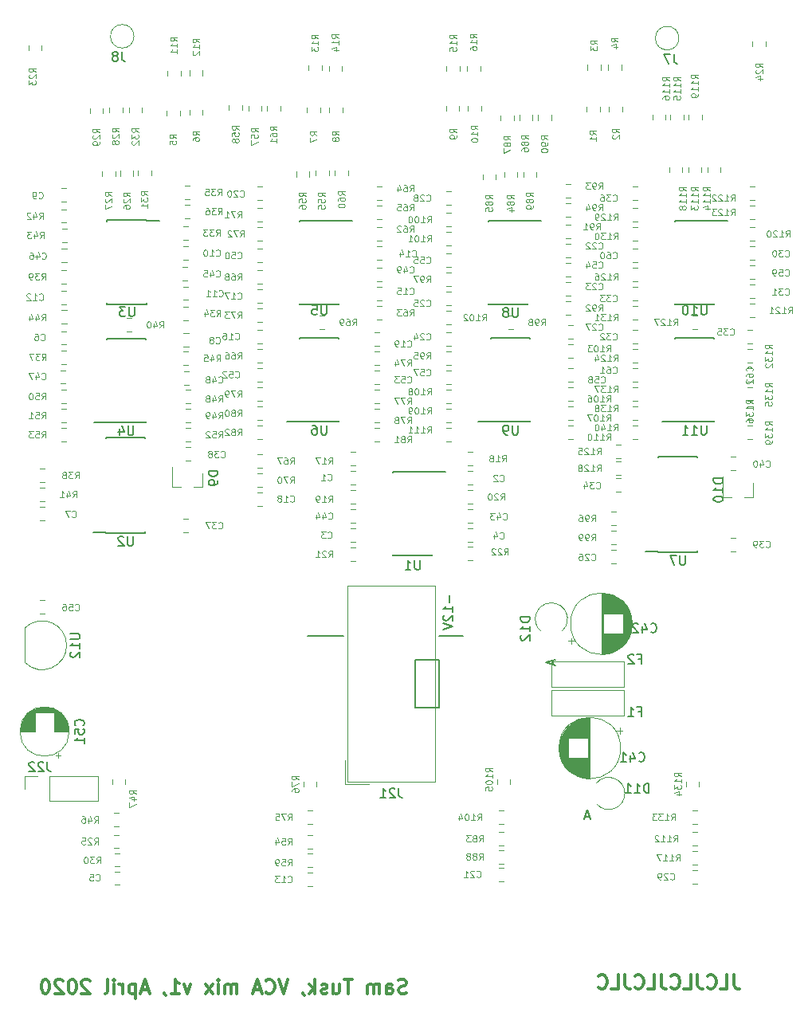
<source format=gbr>
%TF.GenerationSoftware,KiCad,Pcbnew,(5.0.1)-3*%
%TF.CreationDate,2020-04-13T20:04:37+01:00*%
%TF.ProjectId,pcb,7063622E6B696361645F706362000000,rev?*%
%TF.SameCoordinates,Original*%
%TF.FileFunction,Legend,Bot*%
%TF.FilePolarity,Positive*%
%FSLAX46Y46*%
G04 Gerber Fmt 4.6, Leading zero omitted, Abs format (unit mm)*
G04 Created by KiCad (PCBNEW (5.0.1)-3) date 13/04/2020 20:04:37*
%MOMM*%
%LPD*%
G01*
G04 APERTURE LIST*
%ADD10C,0.300000*%
%ADD11C,0.120000*%
%ADD12C,0.150000*%
G04 APERTURE END LIST*
D10*
X54190857Y-116431142D02*
X53976571Y-116502571D01*
X53619428Y-116502571D01*
X53476571Y-116431142D01*
X53405142Y-116359714D01*
X53333714Y-116216857D01*
X53333714Y-116074000D01*
X53405142Y-115931142D01*
X53476571Y-115859714D01*
X53619428Y-115788285D01*
X53905142Y-115716857D01*
X54048000Y-115645428D01*
X54119428Y-115574000D01*
X54190857Y-115431142D01*
X54190857Y-115288285D01*
X54119428Y-115145428D01*
X54048000Y-115074000D01*
X53905142Y-115002571D01*
X53548000Y-115002571D01*
X53333714Y-115074000D01*
X52048000Y-116502571D02*
X52048000Y-115716857D01*
X52119428Y-115574000D01*
X52262285Y-115502571D01*
X52548000Y-115502571D01*
X52690857Y-115574000D01*
X52048000Y-116431142D02*
X52190857Y-116502571D01*
X52548000Y-116502571D01*
X52690857Y-116431142D01*
X52762285Y-116288285D01*
X52762285Y-116145428D01*
X52690857Y-116002571D01*
X52548000Y-115931142D01*
X52190857Y-115931142D01*
X52048000Y-115859714D01*
X51333714Y-116502571D02*
X51333714Y-115502571D01*
X51333714Y-115645428D02*
X51262285Y-115574000D01*
X51119428Y-115502571D01*
X50905142Y-115502571D01*
X50762285Y-115574000D01*
X50690857Y-115716857D01*
X50690857Y-116502571D01*
X50690857Y-115716857D02*
X50619428Y-115574000D01*
X50476571Y-115502571D01*
X50262285Y-115502571D01*
X50119428Y-115574000D01*
X50048000Y-115716857D01*
X50048000Y-116502571D01*
X48405142Y-115002571D02*
X47548000Y-115002571D01*
X47976571Y-116502571D02*
X47976571Y-115002571D01*
X46405142Y-115502571D02*
X46405142Y-116502571D01*
X47048000Y-115502571D02*
X47048000Y-116288285D01*
X46976571Y-116431142D01*
X46833714Y-116502571D01*
X46619428Y-116502571D01*
X46476571Y-116431142D01*
X46405142Y-116359714D01*
X45762285Y-116431142D02*
X45619428Y-116502571D01*
X45333714Y-116502571D01*
X45190857Y-116431142D01*
X45119428Y-116288285D01*
X45119428Y-116216857D01*
X45190857Y-116074000D01*
X45333714Y-116002571D01*
X45548000Y-116002571D01*
X45690857Y-115931142D01*
X45762285Y-115788285D01*
X45762285Y-115716857D01*
X45690857Y-115574000D01*
X45548000Y-115502571D01*
X45333714Y-115502571D01*
X45190857Y-115574000D01*
X44476571Y-116502571D02*
X44476571Y-115002571D01*
X44333714Y-115931142D02*
X43905142Y-116502571D01*
X43905142Y-115502571D02*
X44476571Y-116074000D01*
X43190857Y-116431142D02*
X43190857Y-116502571D01*
X43262285Y-116645428D01*
X43333714Y-116716857D01*
X41619428Y-115002571D02*
X41119428Y-116502571D01*
X40619428Y-115002571D01*
X39262285Y-116359714D02*
X39333714Y-116431142D01*
X39548000Y-116502571D01*
X39690857Y-116502571D01*
X39905142Y-116431142D01*
X40048000Y-116288285D01*
X40119428Y-116145428D01*
X40190857Y-115859714D01*
X40190857Y-115645428D01*
X40119428Y-115359714D01*
X40048000Y-115216857D01*
X39905142Y-115074000D01*
X39690857Y-115002571D01*
X39548000Y-115002571D01*
X39333714Y-115074000D01*
X39262285Y-115145428D01*
X38690857Y-116074000D02*
X37976571Y-116074000D01*
X38833714Y-116502571D02*
X38333714Y-115002571D01*
X37833714Y-116502571D01*
X36190857Y-116502571D02*
X36190857Y-115502571D01*
X36190857Y-115645428D02*
X36119428Y-115574000D01*
X35976571Y-115502571D01*
X35762285Y-115502571D01*
X35619428Y-115574000D01*
X35548000Y-115716857D01*
X35548000Y-116502571D01*
X35548000Y-115716857D02*
X35476571Y-115574000D01*
X35333714Y-115502571D01*
X35119428Y-115502571D01*
X34976571Y-115574000D01*
X34905142Y-115716857D01*
X34905142Y-116502571D01*
X34190857Y-116502571D02*
X34190857Y-115502571D01*
X34190857Y-115002571D02*
X34262285Y-115074000D01*
X34190857Y-115145428D01*
X34119428Y-115074000D01*
X34190857Y-115002571D01*
X34190857Y-115145428D01*
X33619428Y-116502571D02*
X32833714Y-115502571D01*
X33619428Y-115502571D02*
X32833714Y-116502571D01*
X31262285Y-115502571D02*
X30905142Y-116502571D01*
X30548000Y-115502571D01*
X29190857Y-116502571D02*
X30048000Y-116502571D01*
X29619428Y-116502571D02*
X29619428Y-115002571D01*
X29762285Y-115216857D01*
X29905142Y-115359714D01*
X30048000Y-115431142D01*
X28476571Y-116431142D02*
X28476571Y-116502571D01*
X28548000Y-116645428D01*
X28619428Y-116716857D01*
X26762285Y-116074000D02*
X26048000Y-116074000D01*
X26905142Y-116502571D02*
X26405142Y-115002571D01*
X25905142Y-116502571D01*
X25405142Y-115502571D02*
X25405142Y-117002571D01*
X25405142Y-115574000D02*
X25262285Y-115502571D01*
X24976571Y-115502571D01*
X24833714Y-115574000D01*
X24762285Y-115645428D01*
X24690857Y-115788285D01*
X24690857Y-116216857D01*
X24762285Y-116359714D01*
X24833714Y-116431142D01*
X24976571Y-116502571D01*
X25262285Y-116502571D01*
X25405142Y-116431142D01*
X24048000Y-116502571D02*
X24048000Y-115502571D01*
X24048000Y-115788285D02*
X23976571Y-115645428D01*
X23905142Y-115574000D01*
X23762285Y-115502571D01*
X23619428Y-115502571D01*
X23119428Y-116502571D02*
X23119428Y-115502571D01*
X23119428Y-115002571D02*
X23190857Y-115074000D01*
X23119428Y-115145428D01*
X23048000Y-115074000D01*
X23119428Y-115002571D01*
X23119428Y-115145428D01*
X22190857Y-116502571D02*
X22333714Y-116431142D01*
X22405142Y-116288285D01*
X22405142Y-115002571D01*
X20548000Y-115145428D02*
X20476571Y-115074000D01*
X20333714Y-115002571D01*
X19976571Y-115002571D01*
X19833714Y-115074000D01*
X19762285Y-115145428D01*
X19690857Y-115288285D01*
X19690857Y-115431142D01*
X19762285Y-115645428D01*
X20619428Y-116502571D01*
X19690857Y-116502571D01*
X18762285Y-115002571D02*
X18619428Y-115002571D01*
X18476571Y-115074000D01*
X18405142Y-115145428D01*
X18333714Y-115288285D01*
X18262285Y-115574000D01*
X18262285Y-115931142D01*
X18333714Y-116216857D01*
X18405142Y-116359714D01*
X18476571Y-116431142D01*
X18619428Y-116502571D01*
X18762285Y-116502571D01*
X18905142Y-116431142D01*
X18976571Y-116359714D01*
X19048000Y-116216857D01*
X19119428Y-115931142D01*
X19119428Y-115574000D01*
X19048000Y-115288285D01*
X18976571Y-115145428D01*
X18905142Y-115074000D01*
X18762285Y-115002571D01*
X17690857Y-115145428D02*
X17619428Y-115074000D01*
X17476571Y-115002571D01*
X17119428Y-115002571D01*
X16976571Y-115074000D01*
X16905142Y-115145428D01*
X16833714Y-115288285D01*
X16833714Y-115431142D01*
X16905142Y-115645428D01*
X17762285Y-116502571D01*
X16833714Y-116502571D01*
X15905142Y-115002571D02*
X15762285Y-115002571D01*
X15619428Y-115074000D01*
X15548000Y-115145428D01*
X15476571Y-115288285D01*
X15405142Y-115574000D01*
X15405142Y-115931142D01*
X15476571Y-116216857D01*
X15548000Y-116359714D01*
X15619428Y-116431142D01*
X15762285Y-116502571D01*
X15905142Y-116502571D01*
X16048000Y-116431142D01*
X16119428Y-116359714D01*
X16190857Y-116216857D01*
X16262285Y-115931142D01*
X16262285Y-115574000D01*
X16190857Y-115288285D01*
X16119428Y-115145428D01*
X16048000Y-115074000D01*
X15905142Y-115002571D01*
X88970571Y-114494571D02*
X88970571Y-115566000D01*
X89042000Y-115780285D01*
X89184857Y-115923142D01*
X89399142Y-115994571D01*
X89542000Y-115994571D01*
X87542000Y-115994571D02*
X88256285Y-115994571D01*
X88256285Y-114494571D01*
X86184857Y-115851714D02*
X86256285Y-115923142D01*
X86470571Y-115994571D01*
X86613428Y-115994571D01*
X86827714Y-115923142D01*
X86970571Y-115780285D01*
X87042000Y-115637428D01*
X87113428Y-115351714D01*
X87113428Y-115137428D01*
X87042000Y-114851714D01*
X86970571Y-114708857D01*
X86827714Y-114566000D01*
X86613428Y-114494571D01*
X86470571Y-114494571D01*
X86256285Y-114566000D01*
X86184857Y-114637428D01*
X85113428Y-114494571D02*
X85113428Y-115566000D01*
X85184857Y-115780285D01*
X85327714Y-115923142D01*
X85542000Y-115994571D01*
X85684857Y-115994571D01*
X83684857Y-115994571D02*
X84399142Y-115994571D01*
X84399142Y-114494571D01*
X82327714Y-115851714D02*
X82399142Y-115923142D01*
X82613428Y-115994571D01*
X82756285Y-115994571D01*
X82970571Y-115923142D01*
X83113428Y-115780285D01*
X83184857Y-115637428D01*
X83256285Y-115351714D01*
X83256285Y-115137428D01*
X83184857Y-114851714D01*
X83113428Y-114708857D01*
X82970571Y-114566000D01*
X82756285Y-114494571D01*
X82613428Y-114494571D01*
X82399142Y-114566000D01*
X82327714Y-114637428D01*
X81256285Y-114494571D02*
X81256285Y-115566000D01*
X81327714Y-115780285D01*
X81470571Y-115923142D01*
X81684857Y-115994571D01*
X81827714Y-115994571D01*
X79827714Y-115994571D02*
X80542000Y-115994571D01*
X80542000Y-114494571D01*
X78470571Y-115851714D02*
X78542000Y-115923142D01*
X78756285Y-115994571D01*
X78899142Y-115994571D01*
X79113428Y-115923142D01*
X79256285Y-115780285D01*
X79327714Y-115637428D01*
X79399142Y-115351714D01*
X79399142Y-115137428D01*
X79327714Y-114851714D01*
X79256285Y-114708857D01*
X79113428Y-114566000D01*
X78899142Y-114494571D01*
X78756285Y-114494571D01*
X78542000Y-114566000D01*
X78470571Y-114637428D01*
X77399142Y-114494571D02*
X77399142Y-115566000D01*
X77470571Y-115780285D01*
X77613428Y-115923142D01*
X77827714Y-115994571D01*
X77970571Y-115994571D01*
X75970571Y-115994571D02*
X76684857Y-115994571D01*
X76684857Y-114494571D01*
X74613428Y-115851714D02*
X74684857Y-115923142D01*
X74899142Y-115994571D01*
X75042000Y-115994571D01*
X75256285Y-115923142D01*
X75399142Y-115780285D01*
X75470571Y-115637428D01*
X75542000Y-115351714D01*
X75542000Y-115137428D01*
X75470571Y-114851714D01*
X75399142Y-114708857D01*
X75256285Y-114566000D01*
X75042000Y-114494571D01*
X74899142Y-114494571D01*
X74684857Y-114566000D01*
X74613428Y-114637428D01*
D11*
X74440449Y-96417366D02*
G75*
G03X74380847Y-94150000I1251551J1167366D01*
G01*
X70763366Y-77959551D02*
G75*
G03X68496000Y-78019153I-1167366J1251551D01*
G01*
X60698748Y-58980000D02*
X61221252Y-58980000D01*
X60698748Y-60400000D02*
X61221252Y-60400000D01*
X90416748Y-50090000D02*
X90939252Y-50090000D01*
X90416748Y-51510000D02*
X90939252Y-51510000D01*
X78224748Y-50090000D02*
X78747252Y-50090000D01*
X78224748Y-51510000D02*
X78747252Y-51510000D01*
X78747252Y-38810000D02*
X78224748Y-38810000D01*
X78747252Y-37390000D02*
X78224748Y-37390000D01*
X91193252Y-40588000D02*
X90670748Y-40588000D01*
X91193252Y-39168000D02*
X90670748Y-39168000D01*
X71375748Y-50090000D02*
X71898252Y-50090000D01*
X71375748Y-51510000D02*
X71898252Y-51510000D01*
X58421748Y-50344000D02*
X58944252Y-50344000D01*
X58421748Y-51764000D02*
X58944252Y-51764000D01*
X15755252Y-76148000D02*
X15232748Y-76148000D01*
X15755252Y-74728000D02*
X15232748Y-74728000D01*
X58935252Y-39318000D02*
X58412748Y-39318000D01*
X58935252Y-37898000D02*
X58412748Y-37898000D01*
X71635252Y-40334000D02*
X71112748Y-40334000D01*
X71635252Y-38914000D02*
X71112748Y-38914000D01*
X50792748Y-50344000D02*
X51315252Y-50344000D01*
X50792748Y-51764000D02*
X51315252Y-51764000D01*
X38346748Y-50090000D02*
X38869252Y-50090000D01*
X38346748Y-51510000D02*
X38869252Y-51510000D01*
X38869252Y-38810000D02*
X38346748Y-38810000D01*
X38869252Y-37390000D02*
X38346748Y-37390000D01*
X51569252Y-40842000D02*
X51046748Y-40842000D01*
X51569252Y-39422000D02*
X51046748Y-39422000D01*
X17468748Y-50280000D02*
X17991252Y-50280000D01*
X17468748Y-51700000D02*
X17991252Y-51700000D01*
X18086252Y-38810000D02*
X17563748Y-38810000D01*
X18086252Y-37390000D02*
X17563748Y-37390000D01*
X30936252Y-40710000D02*
X30413748Y-40710000D01*
X30936252Y-39290000D02*
X30413748Y-39290000D01*
X48775252Y-66496000D02*
X48252748Y-66496000D01*
X48775252Y-65076000D02*
X48252748Y-65076000D01*
X61221252Y-66496000D02*
X60698748Y-66496000D01*
X61221252Y-65076000D02*
X60698748Y-65076000D01*
X89161252Y-60908000D02*
X88638748Y-60908000D01*
X89161252Y-59488000D02*
X88638748Y-59488000D01*
X88638748Y-68124000D02*
X89161252Y-68124000D01*
X88638748Y-69544000D02*
X89161252Y-69544000D01*
X31249252Y-59892000D02*
X30726748Y-59892000D01*
X31249252Y-58472000D02*
X30726748Y-58472000D01*
X30472748Y-66092000D02*
X30995252Y-66092000D01*
X30472748Y-67512000D02*
X30995252Y-67512000D01*
X78738252Y-32206000D02*
X78215748Y-32206000D01*
X78738252Y-30786000D02*
X78215748Y-30786000D01*
X90939252Y-47446000D02*
X90416748Y-47446000D01*
X90939252Y-46026000D02*
X90416748Y-46026000D01*
X76969252Y-63194000D02*
X76446748Y-63194000D01*
X76969252Y-61774000D02*
X76446748Y-61774000D01*
X78224748Y-41454000D02*
X78747252Y-41454000D01*
X78224748Y-42874000D02*
X78747252Y-42874000D01*
X78224748Y-46026000D02*
X78747252Y-46026000D01*
X78224748Y-47446000D02*
X78747252Y-47446000D01*
X91193252Y-42620000D02*
X90670748Y-42620000D01*
X91193252Y-41200000D02*
X90670748Y-41200000D01*
X91193252Y-38556000D02*
X90670748Y-38556000D01*
X91193252Y-37136000D02*
X90670748Y-37136000D01*
X84574748Y-103430000D02*
X85097252Y-103430000D01*
X84574748Y-104850000D02*
X85097252Y-104850000D01*
X58926252Y-32714000D02*
X58403748Y-32714000D01*
X58926252Y-31294000D02*
X58403748Y-31294000D01*
X71898252Y-46938000D02*
X71375748Y-46938000D01*
X71898252Y-45518000D02*
X71375748Y-45518000D01*
X76461252Y-70814000D02*
X75938748Y-70814000D01*
X76461252Y-69394000D02*
X75938748Y-69394000D01*
X58412748Y-41962000D02*
X58935252Y-41962000D01*
X58412748Y-43382000D02*
X58935252Y-43382000D01*
X58412748Y-46280000D02*
X58935252Y-46280000D01*
X58412748Y-47700000D02*
X58935252Y-47700000D01*
X71626252Y-42366000D02*
X71103748Y-42366000D01*
X71626252Y-40946000D02*
X71103748Y-40946000D01*
X71635252Y-38302000D02*
X71112748Y-38302000D01*
X71635252Y-36882000D02*
X71112748Y-36882000D01*
X64000748Y-103176000D02*
X64523252Y-103176000D01*
X64000748Y-104596000D02*
X64523252Y-104596000D01*
X38869252Y-32206000D02*
X38346748Y-32206000D01*
X38869252Y-30786000D02*
X38346748Y-30786000D01*
X51324252Y-47700000D02*
X50801748Y-47700000D01*
X51324252Y-46280000D02*
X50801748Y-46280000D01*
X38346748Y-63298000D02*
X38869252Y-63298000D01*
X38346748Y-64718000D02*
X38869252Y-64718000D01*
X38346748Y-41708000D02*
X38869252Y-41708000D01*
X38346748Y-43128000D02*
X38869252Y-43128000D01*
X38346748Y-46026000D02*
X38869252Y-46026000D01*
X38346748Y-47446000D02*
X38869252Y-47446000D01*
X51569252Y-42874000D02*
X51046748Y-42874000D01*
X51569252Y-41454000D02*
X51046748Y-41454000D01*
X51569252Y-38556000D02*
X51046748Y-38556000D01*
X51569252Y-37136000D02*
X51046748Y-37136000D01*
X43680748Y-103684000D02*
X44203252Y-103684000D01*
X43680748Y-105104000D02*
X44203252Y-105104000D01*
X17517616Y-41866289D02*
X18040120Y-41866289D01*
X17517616Y-43286289D02*
X18040120Y-43286289D01*
X31036252Y-42810000D02*
X30513748Y-42810000D01*
X31036252Y-41390000D02*
X30513748Y-41390000D01*
X30986252Y-38510000D02*
X30463748Y-38510000D01*
X30986252Y-37090000D02*
X30463748Y-37090000D01*
X18061252Y-32385000D02*
X17538748Y-32385000D01*
X18061252Y-30965000D02*
X17538748Y-30965000D01*
X31051252Y-47785000D02*
X30528748Y-47785000D01*
X31051252Y-46365000D02*
X30528748Y-46365000D01*
X15755252Y-66242000D02*
X15232748Y-66242000D01*
X15755252Y-64822000D02*
X15232748Y-64822000D01*
X17553748Y-46135000D02*
X18076252Y-46135000D01*
X17553748Y-47555000D02*
X18076252Y-47555000D01*
X23213748Y-103544000D02*
X23736252Y-103544000D01*
X23213748Y-104964000D02*
X23736252Y-104964000D01*
X61221252Y-68528000D02*
X60698748Y-68528000D01*
X61221252Y-67108000D02*
X60698748Y-67108000D01*
X48252748Y-67108000D02*
X48775252Y-67108000D01*
X48252748Y-68528000D02*
X48775252Y-68528000D01*
X61221252Y-62432000D02*
X60698748Y-62432000D01*
X61221252Y-61012000D02*
X60698748Y-61012000D01*
X48252748Y-61012000D02*
X48775252Y-61012000D01*
X48252748Y-62432000D02*
X48775252Y-62432000D01*
X30558748Y-50400000D02*
X31081252Y-50400000D01*
X30558748Y-51820000D02*
X31081252Y-51820000D01*
X78215748Y-56186000D02*
X78738252Y-56186000D01*
X78215748Y-57606000D02*
X78738252Y-57606000D01*
X90930252Y-57606000D02*
X90407748Y-57606000D01*
X90930252Y-56186000D02*
X90407748Y-56186000D01*
X78233748Y-54154000D02*
X78756252Y-54154000D01*
X78233748Y-55574000D02*
X78756252Y-55574000D01*
X78747252Y-53542000D02*
X78224748Y-53542000D01*
X78747252Y-52122000D02*
X78224748Y-52122000D01*
X90939252Y-55574000D02*
X90416748Y-55574000D01*
X90939252Y-54154000D02*
X90416748Y-54154000D01*
X90416748Y-52122000D02*
X90939252Y-52122000D01*
X90416748Y-53542000D02*
X90939252Y-53542000D01*
X83872000Y-94495252D02*
X83872000Y-93972748D01*
X85292000Y-94495252D02*
X85292000Y-93972748D01*
X85097252Y-98500000D02*
X84574748Y-98500000D01*
X85097252Y-97080000D02*
X84574748Y-97080000D01*
X90939252Y-49478000D02*
X90416748Y-49478000D01*
X90939252Y-48058000D02*
X90416748Y-48058000D01*
X78747252Y-44906000D02*
X78224748Y-44906000D01*
X78747252Y-43486000D02*
X78224748Y-43486000D01*
X78738252Y-36524000D02*
X78215748Y-36524000D01*
X78738252Y-35104000D02*
X78215748Y-35104000D01*
X78747252Y-34492000D02*
X78224748Y-34492000D01*
X78747252Y-33072000D02*
X78224748Y-33072000D01*
X76969252Y-61416000D02*
X76446748Y-61416000D01*
X76969252Y-59996000D02*
X76446748Y-59996000D01*
X85106252Y-45922000D02*
X84583748Y-45922000D01*
X85106252Y-44502000D02*
X84583748Y-44502000D01*
X78224748Y-39422000D02*
X78747252Y-39422000D01*
X78224748Y-40842000D02*
X78747252Y-40842000D01*
X76969252Y-59638000D02*
X76446748Y-59638000D01*
X76969252Y-58218000D02*
X76446748Y-58218000D01*
X78224748Y-48058000D02*
X78747252Y-48058000D01*
X78224748Y-49478000D02*
X78747252Y-49478000D01*
X90679748Y-32818000D02*
X91202252Y-32818000D01*
X90679748Y-34238000D02*
X91202252Y-34238000D01*
X90679748Y-30786000D02*
X91202252Y-30786000D01*
X90679748Y-32206000D02*
X91202252Y-32206000D01*
X91193252Y-44652000D02*
X90670748Y-44652000D01*
X91193252Y-43232000D02*
X90670748Y-43232000D01*
X91184252Y-36524000D02*
X90661748Y-36524000D01*
X91184252Y-35104000D02*
X90661748Y-35104000D01*
X84190000Y-23649252D02*
X84190000Y-23126748D01*
X85610000Y-23649252D02*
X85610000Y-23126748D01*
X82094000Y-29217252D02*
X82094000Y-28694748D01*
X83514000Y-29217252D02*
X83514000Y-28694748D01*
X84574748Y-101398000D02*
X85097252Y-101398000D01*
X84574748Y-102818000D02*
X85097252Y-102818000D01*
X80330000Y-23679252D02*
X80330000Y-23156748D01*
X81750000Y-23679252D02*
X81750000Y-23156748D01*
X83680000Y-23146748D02*
X83680000Y-23669252D01*
X82260000Y-23146748D02*
X82260000Y-23669252D01*
X86158000Y-29217252D02*
X86158000Y-28694748D01*
X87578000Y-29217252D02*
X87578000Y-28694748D01*
X85546000Y-28694748D02*
X85546000Y-29217252D01*
X84126000Y-28694748D02*
X84126000Y-29217252D01*
X85097252Y-100786000D02*
X84574748Y-100786000D01*
X85097252Y-99366000D02*
X84574748Y-99366000D01*
X58412748Y-56440000D02*
X58935252Y-56440000D01*
X58412748Y-57860000D02*
X58935252Y-57860000D01*
X71880252Y-57606000D02*
X71357748Y-57606000D01*
X71880252Y-56186000D02*
X71357748Y-56186000D01*
X58403748Y-54408000D02*
X58926252Y-54408000D01*
X58403748Y-55828000D02*
X58926252Y-55828000D01*
X58926252Y-53796000D02*
X58403748Y-53796000D01*
X58926252Y-52376000D02*
X58403748Y-52376000D01*
X71898252Y-55574000D02*
X71375748Y-55574000D01*
X71898252Y-54154000D02*
X71375748Y-54154000D01*
X71366748Y-52122000D02*
X71889252Y-52122000D01*
X71366748Y-53542000D02*
X71889252Y-53542000D01*
X63806000Y-94241252D02*
X63806000Y-93718748D01*
X65226000Y-94241252D02*
X65226000Y-93718748D01*
X64514252Y-98500000D02*
X63991748Y-98500000D01*
X64514252Y-97080000D02*
X63991748Y-97080000D01*
X71880252Y-48970000D02*
X71357748Y-48970000D01*
X71880252Y-47550000D02*
X71357748Y-47550000D01*
X58935252Y-45414000D02*
X58412748Y-45414000D01*
X58935252Y-43994000D02*
X58412748Y-43994000D01*
X58926252Y-37032000D02*
X58403748Y-37032000D01*
X58926252Y-35612000D02*
X58403748Y-35612000D01*
X58935252Y-35000000D02*
X58412748Y-35000000D01*
X58935252Y-33580000D02*
X58412748Y-33580000D01*
X76461252Y-68782000D02*
X75938748Y-68782000D01*
X76461252Y-67362000D02*
X75938748Y-67362000D01*
X65539252Y-45922000D02*
X65016748Y-45922000D01*
X65539252Y-44502000D02*
X65016748Y-44502000D01*
X58421748Y-39930000D02*
X58944252Y-39930000D01*
X58421748Y-41350000D02*
X58944252Y-41350000D01*
X76461252Y-66750000D02*
X75938748Y-66750000D01*
X76461252Y-65330000D02*
X75938748Y-65330000D01*
X58412748Y-48312000D02*
X58935252Y-48312000D01*
X58412748Y-49732000D02*
X58935252Y-49732000D01*
X71103748Y-32564000D02*
X71626252Y-32564000D01*
X71103748Y-33984000D02*
X71626252Y-33984000D01*
X71112748Y-30532000D02*
X71635252Y-30532000D01*
X71112748Y-31952000D02*
X71635252Y-31952000D01*
X71635252Y-44398000D02*
X71112748Y-44398000D01*
X71635252Y-42978000D02*
X71112748Y-42978000D01*
X71626252Y-36270000D02*
X71103748Y-36270000D01*
X71626252Y-34850000D02*
X71103748Y-34850000D01*
X68164000Y-23699252D02*
X68164000Y-23176748D01*
X69584000Y-23699252D02*
X69584000Y-23176748D01*
X66600000Y-29725252D02*
X66600000Y-29202748D01*
X68020000Y-29725252D02*
X68020000Y-29202748D01*
X64000748Y-101269537D02*
X64523252Y-101269537D01*
X64000748Y-102689537D02*
X64523252Y-102689537D01*
X64214000Y-23719252D02*
X64214000Y-23196748D01*
X65634000Y-23719252D02*
X65634000Y-23196748D01*
X67604000Y-23176748D02*
X67604000Y-23699252D01*
X66184000Y-23176748D02*
X66184000Y-23699252D01*
X62282000Y-29979252D02*
X62282000Y-29456748D01*
X63702000Y-29979252D02*
X63702000Y-29456748D01*
X65988000Y-29211748D02*
X65988000Y-29734252D01*
X64568000Y-29211748D02*
X64568000Y-29734252D01*
X64523252Y-100786000D02*
X64000748Y-100786000D01*
X64523252Y-99366000D02*
X64000748Y-99366000D01*
X38346748Y-56186000D02*
X38869252Y-56186000D01*
X38346748Y-57606000D02*
X38869252Y-57606000D01*
X51315252Y-57860000D02*
X50792748Y-57860000D01*
X51315252Y-56440000D02*
X50792748Y-56440000D01*
X38346748Y-54154000D02*
X38869252Y-54154000D01*
X38346748Y-55574000D02*
X38869252Y-55574000D01*
X38869252Y-53542000D02*
X38346748Y-53542000D01*
X38869252Y-52122000D02*
X38346748Y-52122000D01*
X51315252Y-55828000D02*
X50792748Y-55828000D01*
X51315252Y-54408000D02*
X50792748Y-54408000D01*
X50801748Y-52376000D02*
X51324252Y-52376000D01*
X50801748Y-53796000D02*
X51324252Y-53796000D01*
X43232000Y-94495252D02*
X43232000Y-93972748D01*
X44652000Y-94495252D02*
X44652000Y-93972748D01*
X44203252Y-98500000D02*
X43680748Y-98500000D01*
X44203252Y-97080000D02*
X43680748Y-97080000D01*
X51315252Y-49732000D02*
X50792748Y-49732000D01*
X51315252Y-48312000D02*
X50792748Y-48312000D01*
X38878252Y-45160000D02*
X38355748Y-45160000D01*
X38878252Y-43740000D02*
X38355748Y-43740000D01*
X38869252Y-36524000D02*
X38346748Y-36524000D01*
X38869252Y-35104000D02*
X38346748Y-35104000D01*
X38869252Y-34492000D02*
X38346748Y-34492000D01*
X38869252Y-33072000D02*
X38346748Y-33072000D01*
X38346748Y-61266000D02*
X38869252Y-61266000D01*
X38346748Y-62686000D02*
X38869252Y-62686000D01*
X45473252Y-45922000D02*
X44950748Y-45922000D01*
X45473252Y-44502000D02*
X44950748Y-44502000D01*
X38346748Y-39676000D02*
X38869252Y-39676000D01*
X38346748Y-41096000D02*
X38869252Y-41096000D01*
X38869252Y-60654000D02*
X38346748Y-60654000D01*
X38869252Y-59234000D02*
X38346748Y-59234000D01*
X38355748Y-48058000D02*
X38878252Y-48058000D01*
X38355748Y-49478000D02*
X38878252Y-49478000D01*
X51046748Y-32818000D02*
X51569252Y-32818000D01*
X51046748Y-34238000D02*
X51569252Y-34238000D01*
X51055748Y-30786000D02*
X51578252Y-30786000D01*
X51055748Y-32206000D02*
X51578252Y-32206000D01*
X51569252Y-44906000D02*
X51046748Y-44906000D01*
X51569252Y-43486000D02*
X51046748Y-43486000D01*
X51560252Y-36524000D02*
X51037748Y-36524000D01*
X51560252Y-35104000D02*
X51037748Y-35104000D01*
X39400000Y-22701252D02*
X39400000Y-22178748D01*
X40820000Y-22701252D02*
X40820000Y-22178748D01*
X46612000Y-29571252D02*
X46612000Y-29048748D01*
X48032000Y-29571252D02*
X48032000Y-29048748D01*
X44203252Y-103072000D02*
X43680748Y-103072000D01*
X44203252Y-101652000D02*
X43680748Y-101652000D01*
X35350000Y-22671252D02*
X35350000Y-22148748D01*
X36770000Y-22671252D02*
X36770000Y-22148748D01*
X38820000Y-22178748D02*
X38820000Y-22701252D01*
X37400000Y-22178748D02*
X37400000Y-22701252D01*
X42470000Y-29716252D02*
X42470000Y-29193748D01*
X43890000Y-29716252D02*
X43890000Y-29193748D01*
X45942000Y-29048748D02*
X45942000Y-29571252D01*
X44522000Y-29048748D02*
X44522000Y-29571252D01*
X44194252Y-101081721D02*
X43671748Y-101081721D01*
X44194252Y-99661721D02*
X43671748Y-99661721D01*
X17518748Y-56440000D02*
X18041252Y-56440000D01*
X17518748Y-57860000D02*
X18041252Y-57860000D01*
X31249252Y-57860000D02*
X30726748Y-57860000D01*
X31249252Y-56440000D02*
X30726748Y-56440000D01*
X17518748Y-54408000D02*
X18041252Y-54408000D01*
X17518748Y-55828000D02*
X18041252Y-55828000D01*
X18041252Y-53796000D02*
X17518748Y-53796000D01*
X18041252Y-52376000D02*
X17518748Y-52376000D01*
X31249252Y-55828000D02*
X30726748Y-55828000D01*
X31249252Y-54408000D02*
X30726748Y-54408000D01*
X30735748Y-52376000D02*
X31258252Y-52376000D01*
X30735748Y-53796000D02*
X31258252Y-53796000D01*
X22912000Y-94241252D02*
X22912000Y-93718748D01*
X24332000Y-94241252D02*
X24332000Y-93718748D01*
X23661252Y-98760000D02*
X23138748Y-98760000D01*
X23661252Y-97340000D02*
X23138748Y-97340000D01*
X31026252Y-49735000D02*
X30503748Y-49735000D01*
X31026252Y-48315000D02*
X30503748Y-48315000D01*
X18086252Y-45285000D02*
X17563748Y-45285000D01*
X18086252Y-43865000D02*
X17563748Y-43865000D01*
X18111252Y-36660000D02*
X17588748Y-36660000D01*
X18111252Y-35240000D02*
X17588748Y-35240000D01*
X18061252Y-34610000D02*
X17538748Y-34610000D01*
X18061252Y-33190000D02*
X17538748Y-33190000D01*
X15232748Y-62790000D02*
X15755252Y-62790000D01*
X15232748Y-64210000D02*
X15755252Y-64210000D01*
X24971252Y-46180000D02*
X24448748Y-46180000D01*
X24971252Y-44760000D02*
X24448748Y-44760000D01*
X17517616Y-39641289D02*
X18040120Y-39641289D01*
X17517616Y-41061289D02*
X18040120Y-41061289D01*
X15232748Y-60758000D02*
X15755252Y-60758000D01*
X15232748Y-62178000D02*
X15755252Y-62178000D01*
X17553748Y-48185000D02*
X18076252Y-48185000D01*
X17553748Y-49605000D02*
X18076252Y-49605000D01*
X30679044Y-32724531D02*
X31201548Y-32724531D01*
X30679044Y-34144531D02*
X31201548Y-34144531D01*
X30629044Y-30674531D02*
X31151548Y-30674531D01*
X30629044Y-32094531D02*
X31151548Y-32094531D01*
X31036252Y-44960000D02*
X30513748Y-44960000D01*
X31036252Y-43540000D02*
X30513748Y-43540000D01*
X30986252Y-36410000D02*
X30463748Y-36410000D01*
X30986252Y-34990000D02*
X30463748Y-34990000D01*
X24693764Y-22906865D02*
X24693764Y-22384361D01*
X26113764Y-22906865D02*
X26113764Y-22384361D01*
X25660000Y-29611252D02*
X25660000Y-29088748D01*
X27080000Y-29611252D02*
X27080000Y-29088748D01*
X23711252Y-103014000D02*
X23188748Y-103014000D01*
X23711252Y-101594000D02*
X23188748Y-101594000D01*
X20543764Y-22956865D02*
X20543764Y-22434361D01*
X21963764Y-22956865D02*
X21963764Y-22434361D01*
X24013764Y-22384361D02*
X24013764Y-22906865D01*
X22593764Y-22384361D02*
X22593764Y-22906865D01*
X21850000Y-29691252D02*
X21850000Y-29168748D01*
X23270000Y-29691252D02*
X23270000Y-29168748D01*
X25190000Y-29108748D02*
X25190000Y-29631252D01*
X23770000Y-29108748D02*
X23770000Y-29631252D01*
X23661252Y-101064000D02*
X23138748Y-101064000D01*
X23661252Y-99644000D02*
X23138748Y-99644000D01*
X92360000Y-15338748D02*
X92360000Y-15861252D01*
X90940000Y-15338748D02*
X90940000Y-15861252D01*
X15442000Y-15740748D02*
X15442000Y-16263252D01*
X14022000Y-15740748D02*
X14022000Y-16263252D01*
X60698748Y-69050253D02*
X61221252Y-69050253D01*
X60698748Y-70470253D02*
X61221252Y-70470253D01*
X48775252Y-70560000D02*
X48252748Y-70560000D01*
X48775252Y-69140000D02*
X48252748Y-69140000D01*
X61221252Y-64464000D02*
X60698748Y-64464000D01*
X61221252Y-63044000D02*
X60698748Y-63044000D01*
X48252748Y-63044000D02*
X48775252Y-63044000D01*
X48252748Y-64464000D02*
X48775252Y-64464000D01*
X48775252Y-60400000D02*
X48252748Y-60400000D01*
X48775252Y-58980000D02*
X48252748Y-58980000D01*
X62060000Y-17938748D02*
X62060000Y-18461252D01*
X60640000Y-17938748D02*
X60640000Y-18461252D01*
X58440000Y-18461252D02*
X58440000Y-17938748D01*
X59860000Y-18461252D02*
X59860000Y-17938748D01*
X47360000Y-17988748D02*
X47360000Y-18511252D01*
X45940000Y-17988748D02*
X45940000Y-18511252D01*
X43790000Y-18411252D02*
X43790000Y-17888748D01*
X45210000Y-18411252D02*
X45210000Y-17888748D01*
X32560000Y-18438748D02*
X32560000Y-18961252D01*
X31140000Y-18438748D02*
X31140000Y-18961252D01*
X28790000Y-19011252D02*
X28790000Y-18488748D01*
X30210000Y-19011252D02*
X30210000Y-18488748D01*
X62160000Y-22188748D02*
X62160000Y-22711252D01*
X60740000Y-22188748D02*
X60740000Y-22711252D01*
X58390000Y-22711252D02*
X58390000Y-22188748D01*
X59810000Y-22711252D02*
X59810000Y-22188748D01*
X47410000Y-22388748D02*
X47410000Y-22911252D01*
X45990000Y-22388748D02*
X45990000Y-22911252D01*
X43640000Y-22911252D02*
X43640000Y-22388748D01*
X45060000Y-22911252D02*
X45060000Y-22388748D01*
X32560000Y-22638748D02*
X32560000Y-23161252D01*
X31140000Y-22638748D02*
X31140000Y-23161252D01*
X28690000Y-23211252D02*
X28690000Y-22688748D01*
X30110000Y-23211252D02*
X30110000Y-22688748D01*
X77060000Y-17838748D02*
X77060000Y-18361252D01*
X75640000Y-17838748D02*
X75640000Y-18361252D01*
X73440000Y-18361252D02*
X73440000Y-17838748D01*
X74860000Y-18361252D02*
X74860000Y-17838748D01*
X77160000Y-22288748D02*
X77160000Y-22811252D01*
X75740000Y-22288748D02*
X75740000Y-22811252D01*
X73340000Y-22811252D02*
X73340000Y-22288748D01*
X74760000Y-22811252D02*
X74760000Y-22288748D01*
X83151000Y-15000000D02*
G75*
G03X83151000Y-15000000I-1251000J0D01*
G01*
X25251000Y-14800000D02*
G75*
G03X25251000Y-14800000I-1251000J0D01*
G01*
X76865241Y-88270000D02*
X76865241Y-88900000D01*
X77180241Y-88585000D02*
X76550241Y-88585000D01*
X70439000Y-90022000D02*
X70439000Y-90826000D01*
X70479000Y-89791000D02*
X70479000Y-91057000D01*
X70519000Y-89622000D02*
X70519000Y-91226000D01*
X70559000Y-89484000D02*
X70559000Y-91364000D01*
X70599000Y-89365000D02*
X70599000Y-91483000D01*
X70639000Y-89259000D02*
X70639000Y-91589000D01*
X70679000Y-89162000D02*
X70679000Y-91686000D01*
X70719000Y-89074000D02*
X70719000Y-91774000D01*
X70759000Y-88992000D02*
X70759000Y-91856000D01*
X70799000Y-88915000D02*
X70799000Y-91933000D01*
X70839000Y-88843000D02*
X70839000Y-92005000D01*
X70879000Y-88774000D02*
X70879000Y-92074000D01*
X70919000Y-88710000D02*
X70919000Y-92138000D01*
X70959000Y-88648000D02*
X70959000Y-92200000D01*
X70999000Y-88590000D02*
X70999000Y-92258000D01*
X71039000Y-88534000D02*
X71039000Y-92314000D01*
X71079000Y-88480000D02*
X71079000Y-92368000D01*
X71119000Y-88429000D02*
X71119000Y-92419000D01*
X71159000Y-88380000D02*
X71159000Y-92468000D01*
X71199000Y-88332000D02*
X71199000Y-92516000D01*
X71239000Y-88287000D02*
X71239000Y-92561000D01*
X71279000Y-88242000D02*
X71279000Y-92606000D01*
X71319000Y-88200000D02*
X71319000Y-92648000D01*
X71359000Y-88159000D02*
X71359000Y-92689000D01*
X71399000Y-91464000D02*
X71399000Y-92729000D01*
X71399000Y-88119000D02*
X71399000Y-89384000D01*
X71439000Y-91464000D02*
X71439000Y-92767000D01*
X71439000Y-88081000D02*
X71439000Y-89384000D01*
X71479000Y-91464000D02*
X71479000Y-92804000D01*
X71479000Y-88044000D02*
X71479000Y-89384000D01*
X71519000Y-91464000D02*
X71519000Y-92840000D01*
X71519000Y-88008000D02*
X71519000Y-89384000D01*
X71559000Y-91464000D02*
X71559000Y-92874000D01*
X71559000Y-87974000D02*
X71559000Y-89384000D01*
X71599000Y-91464000D02*
X71599000Y-92908000D01*
X71599000Y-87940000D02*
X71599000Y-89384000D01*
X71639000Y-91464000D02*
X71639000Y-92940000D01*
X71639000Y-87908000D02*
X71639000Y-89384000D01*
X71679000Y-91464000D02*
X71679000Y-92972000D01*
X71679000Y-87876000D02*
X71679000Y-89384000D01*
X71719000Y-91464000D02*
X71719000Y-93002000D01*
X71719000Y-87846000D02*
X71719000Y-89384000D01*
X71759000Y-91464000D02*
X71759000Y-93031000D01*
X71759000Y-87817000D02*
X71759000Y-89384000D01*
X71799000Y-91464000D02*
X71799000Y-93060000D01*
X71799000Y-87788000D02*
X71799000Y-89384000D01*
X71839000Y-91464000D02*
X71839000Y-93088000D01*
X71839000Y-87760000D02*
X71839000Y-89384000D01*
X71879000Y-91464000D02*
X71879000Y-93114000D01*
X71879000Y-87734000D02*
X71879000Y-89384000D01*
X71919000Y-91464000D02*
X71919000Y-93140000D01*
X71919000Y-87708000D02*
X71919000Y-89384000D01*
X71959000Y-91464000D02*
X71959000Y-93166000D01*
X71959000Y-87682000D02*
X71959000Y-89384000D01*
X71999000Y-91464000D02*
X71999000Y-93190000D01*
X71999000Y-87658000D02*
X71999000Y-89384000D01*
X72039000Y-91464000D02*
X72039000Y-93214000D01*
X72039000Y-87634000D02*
X72039000Y-89384000D01*
X72079000Y-91464000D02*
X72079000Y-93236000D01*
X72079000Y-87612000D02*
X72079000Y-89384000D01*
X72119000Y-91464000D02*
X72119000Y-93258000D01*
X72119000Y-87590000D02*
X72119000Y-89384000D01*
X72159000Y-91464000D02*
X72159000Y-93280000D01*
X72159000Y-87568000D02*
X72159000Y-89384000D01*
X72199000Y-91464000D02*
X72199000Y-93300000D01*
X72199000Y-87548000D02*
X72199000Y-89384000D01*
X72239000Y-91464000D02*
X72239000Y-93320000D01*
X72239000Y-87528000D02*
X72239000Y-89384000D01*
X72279000Y-91464000D02*
X72279000Y-93340000D01*
X72279000Y-87508000D02*
X72279000Y-89384000D01*
X72319000Y-91464000D02*
X72319000Y-93358000D01*
X72319000Y-87490000D02*
X72319000Y-89384000D01*
X72359000Y-91464000D02*
X72359000Y-93376000D01*
X72359000Y-87472000D02*
X72359000Y-89384000D01*
X72399000Y-91464000D02*
X72399000Y-93394000D01*
X72399000Y-87454000D02*
X72399000Y-89384000D01*
X72439000Y-91464000D02*
X72439000Y-93410000D01*
X72439000Y-87438000D02*
X72439000Y-89384000D01*
X72479000Y-91464000D02*
X72479000Y-93426000D01*
X72479000Y-87422000D02*
X72479000Y-89384000D01*
X72519000Y-91464000D02*
X72519000Y-93442000D01*
X72519000Y-87406000D02*
X72519000Y-89384000D01*
X72559000Y-91464000D02*
X72559000Y-93457000D01*
X72559000Y-87391000D02*
X72559000Y-89384000D01*
X72599000Y-91464000D02*
X72599000Y-93471000D01*
X72599000Y-87377000D02*
X72599000Y-89384000D01*
X72639000Y-91464000D02*
X72639000Y-93485000D01*
X72639000Y-87363000D02*
X72639000Y-89384000D01*
X72679000Y-91464000D02*
X72679000Y-93498000D01*
X72679000Y-87350000D02*
X72679000Y-89384000D01*
X72719000Y-91464000D02*
X72719000Y-93510000D01*
X72719000Y-87338000D02*
X72719000Y-89384000D01*
X72759000Y-91464000D02*
X72759000Y-93522000D01*
X72759000Y-87326000D02*
X72759000Y-89384000D01*
X72799000Y-91464000D02*
X72799000Y-93534000D01*
X72799000Y-87314000D02*
X72799000Y-89384000D01*
X72839000Y-91464000D02*
X72839000Y-93545000D01*
X72839000Y-87303000D02*
X72839000Y-89384000D01*
X72879000Y-91464000D02*
X72879000Y-93555000D01*
X72879000Y-87293000D02*
X72879000Y-89384000D01*
X72919000Y-91464000D02*
X72919000Y-93565000D01*
X72919000Y-87283000D02*
X72919000Y-89384000D01*
X72959000Y-91464000D02*
X72959000Y-93574000D01*
X72959000Y-87274000D02*
X72959000Y-89384000D01*
X73000000Y-91464000D02*
X73000000Y-93583000D01*
X73000000Y-87265000D02*
X73000000Y-89384000D01*
X73040000Y-91464000D02*
X73040000Y-93591000D01*
X73040000Y-87257000D02*
X73040000Y-89384000D01*
X73080000Y-91464000D02*
X73080000Y-93599000D01*
X73080000Y-87249000D02*
X73080000Y-89384000D01*
X73120000Y-91464000D02*
X73120000Y-93606000D01*
X73120000Y-87242000D02*
X73120000Y-89384000D01*
X73160000Y-91464000D02*
X73160000Y-93613000D01*
X73160000Y-87235000D02*
X73160000Y-89384000D01*
X73200000Y-91464000D02*
X73200000Y-93619000D01*
X73200000Y-87229000D02*
X73200000Y-89384000D01*
X73240000Y-91464000D02*
X73240000Y-93625000D01*
X73240000Y-87223000D02*
X73240000Y-89384000D01*
X73280000Y-91464000D02*
X73280000Y-93630000D01*
X73280000Y-87218000D02*
X73280000Y-89384000D01*
X73320000Y-91464000D02*
X73320000Y-93635000D01*
X73320000Y-87213000D02*
X73320000Y-89384000D01*
X73360000Y-91464000D02*
X73360000Y-93639000D01*
X73360000Y-87209000D02*
X73360000Y-89384000D01*
X73400000Y-91464000D02*
X73400000Y-93642000D01*
X73400000Y-87206000D02*
X73400000Y-89384000D01*
X73440000Y-91464000D02*
X73440000Y-93646000D01*
X73440000Y-87202000D02*
X73440000Y-89384000D01*
X73480000Y-87200000D02*
X73480000Y-93648000D01*
X73520000Y-87197000D02*
X73520000Y-93651000D01*
X73560000Y-87196000D02*
X73560000Y-93652000D01*
X73600000Y-87194000D02*
X73600000Y-93654000D01*
X73640000Y-87194000D02*
X73640000Y-93654000D01*
X73680000Y-87194000D02*
X73680000Y-93654000D01*
X76950000Y-90424000D02*
G75*
G03X76950000Y-90424000I-3270000J0D01*
G01*
X78180000Y-77216000D02*
G75*
G03X78180000Y-77216000I-3270000J0D01*
G01*
X74910000Y-80446000D02*
X74910000Y-73986000D01*
X74950000Y-80446000D02*
X74950000Y-73986000D01*
X74990000Y-80446000D02*
X74990000Y-73986000D01*
X75030000Y-80444000D02*
X75030000Y-73988000D01*
X75070000Y-80443000D02*
X75070000Y-73989000D01*
X75110000Y-80440000D02*
X75110000Y-73992000D01*
X75150000Y-80438000D02*
X75150000Y-78256000D01*
X75150000Y-76176000D02*
X75150000Y-73994000D01*
X75190000Y-80434000D02*
X75190000Y-78256000D01*
X75190000Y-76176000D02*
X75190000Y-73998000D01*
X75230000Y-80431000D02*
X75230000Y-78256000D01*
X75230000Y-76176000D02*
X75230000Y-74001000D01*
X75270000Y-80427000D02*
X75270000Y-78256000D01*
X75270000Y-76176000D02*
X75270000Y-74005000D01*
X75310000Y-80422000D02*
X75310000Y-78256000D01*
X75310000Y-76176000D02*
X75310000Y-74010000D01*
X75350000Y-80417000D02*
X75350000Y-78256000D01*
X75350000Y-76176000D02*
X75350000Y-74015000D01*
X75390000Y-80411000D02*
X75390000Y-78256000D01*
X75390000Y-76176000D02*
X75390000Y-74021000D01*
X75430000Y-80405000D02*
X75430000Y-78256000D01*
X75430000Y-76176000D02*
X75430000Y-74027000D01*
X75470000Y-80398000D02*
X75470000Y-78256000D01*
X75470000Y-76176000D02*
X75470000Y-74034000D01*
X75510000Y-80391000D02*
X75510000Y-78256000D01*
X75510000Y-76176000D02*
X75510000Y-74041000D01*
X75550000Y-80383000D02*
X75550000Y-78256000D01*
X75550000Y-76176000D02*
X75550000Y-74049000D01*
X75590000Y-80375000D02*
X75590000Y-78256000D01*
X75590000Y-76176000D02*
X75590000Y-74057000D01*
X75631000Y-80366000D02*
X75631000Y-78256000D01*
X75631000Y-76176000D02*
X75631000Y-74066000D01*
X75671000Y-80357000D02*
X75671000Y-78256000D01*
X75671000Y-76176000D02*
X75671000Y-74075000D01*
X75711000Y-80347000D02*
X75711000Y-78256000D01*
X75711000Y-76176000D02*
X75711000Y-74085000D01*
X75751000Y-80337000D02*
X75751000Y-78256000D01*
X75751000Y-76176000D02*
X75751000Y-74095000D01*
X75791000Y-80326000D02*
X75791000Y-78256000D01*
X75791000Y-76176000D02*
X75791000Y-74106000D01*
X75831000Y-80314000D02*
X75831000Y-78256000D01*
X75831000Y-76176000D02*
X75831000Y-74118000D01*
X75871000Y-80302000D02*
X75871000Y-78256000D01*
X75871000Y-76176000D02*
X75871000Y-74130000D01*
X75911000Y-80290000D02*
X75911000Y-78256000D01*
X75911000Y-76176000D02*
X75911000Y-74142000D01*
X75951000Y-80277000D02*
X75951000Y-78256000D01*
X75951000Y-76176000D02*
X75951000Y-74155000D01*
X75991000Y-80263000D02*
X75991000Y-78256000D01*
X75991000Y-76176000D02*
X75991000Y-74169000D01*
X76031000Y-80249000D02*
X76031000Y-78256000D01*
X76031000Y-76176000D02*
X76031000Y-74183000D01*
X76071000Y-80234000D02*
X76071000Y-78256000D01*
X76071000Y-76176000D02*
X76071000Y-74198000D01*
X76111000Y-80218000D02*
X76111000Y-78256000D01*
X76111000Y-76176000D02*
X76111000Y-74214000D01*
X76151000Y-80202000D02*
X76151000Y-78256000D01*
X76151000Y-76176000D02*
X76151000Y-74230000D01*
X76191000Y-80186000D02*
X76191000Y-78256000D01*
X76191000Y-76176000D02*
X76191000Y-74246000D01*
X76231000Y-80168000D02*
X76231000Y-78256000D01*
X76231000Y-76176000D02*
X76231000Y-74264000D01*
X76271000Y-80150000D02*
X76271000Y-78256000D01*
X76271000Y-76176000D02*
X76271000Y-74282000D01*
X76311000Y-80132000D02*
X76311000Y-78256000D01*
X76311000Y-76176000D02*
X76311000Y-74300000D01*
X76351000Y-80112000D02*
X76351000Y-78256000D01*
X76351000Y-76176000D02*
X76351000Y-74320000D01*
X76391000Y-80092000D02*
X76391000Y-78256000D01*
X76391000Y-76176000D02*
X76391000Y-74340000D01*
X76431000Y-80072000D02*
X76431000Y-78256000D01*
X76431000Y-76176000D02*
X76431000Y-74360000D01*
X76471000Y-80050000D02*
X76471000Y-78256000D01*
X76471000Y-76176000D02*
X76471000Y-74382000D01*
X76511000Y-80028000D02*
X76511000Y-78256000D01*
X76511000Y-76176000D02*
X76511000Y-74404000D01*
X76551000Y-80006000D02*
X76551000Y-78256000D01*
X76551000Y-76176000D02*
X76551000Y-74426000D01*
X76591000Y-79982000D02*
X76591000Y-78256000D01*
X76591000Y-76176000D02*
X76591000Y-74450000D01*
X76631000Y-79958000D02*
X76631000Y-78256000D01*
X76631000Y-76176000D02*
X76631000Y-74474000D01*
X76671000Y-79932000D02*
X76671000Y-78256000D01*
X76671000Y-76176000D02*
X76671000Y-74500000D01*
X76711000Y-79906000D02*
X76711000Y-78256000D01*
X76711000Y-76176000D02*
X76711000Y-74526000D01*
X76751000Y-79880000D02*
X76751000Y-78256000D01*
X76751000Y-76176000D02*
X76751000Y-74552000D01*
X76791000Y-79852000D02*
X76791000Y-78256000D01*
X76791000Y-76176000D02*
X76791000Y-74580000D01*
X76831000Y-79823000D02*
X76831000Y-78256000D01*
X76831000Y-76176000D02*
X76831000Y-74609000D01*
X76871000Y-79794000D02*
X76871000Y-78256000D01*
X76871000Y-76176000D02*
X76871000Y-74638000D01*
X76911000Y-79764000D02*
X76911000Y-78256000D01*
X76911000Y-76176000D02*
X76911000Y-74668000D01*
X76951000Y-79732000D02*
X76951000Y-78256000D01*
X76951000Y-76176000D02*
X76951000Y-74700000D01*
X76991000Y-79700000D02*
X76991000Y-78256000D01*
X76991000Y-76176000D02*
X76991000Y-74732000D01*
X77031000Y-79666000D02*
X77031000Y-78256000D01*
X77031000Y-76176000D02*
X77031000Y-74766000D01*
X77071000Y-79632000D02*
X77071000Y-78256000D01*
X77071000Y-76176000D02*
X77071000Y-74800000D01*
X77111000Y-79596000D02*
X77111000Y-78256000D01*
X77111000Y-76176000D02*
X77111000Y-74836000D01*
X77151000Y-79559000D02*
X77151000Y-78256000D01*
X77151000Y-76176000D02*
X77151000Y-74873000D01*
X77191000Y-79521000D02*
X77191000Y-78256000D01*
X77191000Y-76176000D02*
X77191000Y-74911000D01*
X77231000Y-79481000D02*
X77231000Y-74951000D01*
X77271000Y-79440000D02*
X77271000Y-74992000D01*
X77311000Y-79398000D02*
X77311000Y-75034000D01*
X77351000Y-79353000D02*
X77351000Y-75079000D01*
X77391000Y-79308000D02*
X77391000Y-75124000D01*
X77431000Y-79260000D02*
X77431000Y-75172000D01*
X77471000Y-79211000D02*
X77471000Y-75221000D01*
X77511000Y-79160000D02*
X77511000Y-75272000D01*
X77551000Y-79106000D02*
X77551000Y-75326000D01*
X77591000Y-79050000D02*
X77591000Y-75382000D01*
X77631000Y-78992000D02*
X77631000Y-75440000D01*
X77671000Y-78930000D02*
X77671000Y-75502000D01*
X77711000Y-78866000D02*
X77711000Y-75566000D01*
X77751000Y-78797000D02*
X77751000Y-75635000D01*
X77791000Y-78725000D02*
X77791000Y-75707000D01*
X77831000Y-78648000D02*
X77831000Y-75784000D01*
X77871000Y-78566000D02*
X77871000Y-75866000D01*
X77911000Y-78478000D02*
X77911000Y-75954000D01*
X77951000Y-78381000D02*
X77951000Y-76051000D01*
X77991000Y-78275000D02*
X77991000Y-76157000D01*
X78031000Y-78156000D02*
X78031000Y-76276000D01*
X78071000Y-78018000D02*
X78071000Y-76414000D01*
X78111000Y-77849000D02*
X78111000Y-76583000D01*
X78151000Y-77618000D02*
X78151000Y-76814000D01*
X71409759Y-79055000D02*
X72039759Y-79055000D01*
X71724759Y-79370000D02*
X71724759Y-78740000D01*
X18368000Y-88662000D02*
G75*
G03X18368000Y-88662000I-2620000J0D01*
G01*
X14708000Y-88662000D02*
X13168000Y-88662000D01*
X18328000Y-88662000D02*
X16788000Y-88662000D01*
X14708000Y-88622000D02*
X13168000Y-88622000D01*
X18328000Y-88622000D02*
X16788000Y-88622000D01*
X18327000Y-88582000D02*
X16788000Y-88582000D01*
X14708000Y-88582000D02*
X13169000Y-88582000D01*
X18326000Y-88542000D02*
X16788000Y-88542000D01*
X14708000Y-88542000D02*
X13170000Y-88542000D01*
X18324000Y-88502000D02*
X16788000Y-88502000D01*
X14708000Y-88502000D02*
X13172000Y-88502000D01*
X18321000Y-88462000D02*
X16788000Y-88462000D01*
X14708000Y-88462000D02*
X13175000Y-88462000D01*
X18317000Y-88422000D02*
X16788000Y-88422000D01*
X14708000Y-88422000D02*
X13179000Y-88422000D01*
X18313000Y-88382000D02*
X16788000Y-88382000D01*
X14708000Y-88382000D02*
X13183000Y-88382000D01*
X18309000Y-88342000D02*
X16788000Y-88342000D01*
X14708000Y-88342000D02*
X13187000Y-88342000D01*
X18304000Y-88302000D02*
X16788000Y-88302000D01*
X14708000Y-88302000D02*
X13192000Y-88302000D01*
X18298000Y-88262000D02*
X16788000Y-88262000D01*
X14708000Y-88262000D02*
X13198000Y-88262000D01*
X18291000Y-88222000D02*
X16788000Y-88222000D01*
X14708000Y-88222000D02*
X13205000Y-88222000D01*
X18284000Y-88182000D02*
X16788000Y-88182000D01*
X14708000Y-88182000D02*
X13212000Y-88182000D01*
X18276000Y-88142000D02*
X16788000Y-88142000D01*
X14708000Y-88142000D02*
X13220000Y-88142000D01*
X18268000Y-88102000D02*
X16788000Y-88102000D01*
X14708000Y-88102000D02*
X13228000Y-88102000D01*
X18259000Y-88062000D02*
X16788000Y-88062000D01*
X14708000Y-88062000D02*
X13237000Y-88062000D01*
X18249000Y-88022000D02*
X16788000Y-88022000D01*
X14708000Y-88022000D02*
X13247000Y-88022000D01*
X18239000Y-87982000D02*
X16788000Y-87982000D01*
X14708000Y-87982000D02*
X13257000Y-87982000D01*
X18228000Y-87941000D02*
X16788000Y-87941000D01*
X14708000Y-87941000D02*
X13268000Y-87941000D01*
X18216000Y-87901000D02*
X16788000Y-87901000D01*
X14708000Y-87901000D02*
X13280000Y-87901000D01*
X18203000Y-87861000D02*
X16788000Y-87861000D01*
X14708000Y-87861000D02*
X13293000Y-87861000D01*
X18190000Y-87821000D02*
X16788000Y-87821000D01*
X14708000Y-87821000D02*
X13306000Y-87821000D01*
X18176000Y-87781000D02*
X16788000Y-87781000D01*
X14708000Y-87781000D02*
X13320000Y-87781000D01*
X18162000Y-87741000D02*
X16788000Y-87741000D01*
X14708000Y-87741000D02*
X13334000Y-87741000D01*
X18146000Y-87701000D02*
X16788000Y-87701000D01*
X14708000Y-87701000D02*
X13350000Y-87701000D01*
X18130000Y-87661000D02*
X16788000Y-87661000D01*
X14708000Y-87661000D02*
X13366000Y-87661000D01*
X18113000Y-87621000D02*
X16788000Y-87621000D01*
X14708000Y-87621000D02*
X13383000Y-87621000D01*
X18096000Y-87581000D02*
X16788000Y-87581000D01*
X14708000Y-87581000D02*
X13400000Y-87581000D01*
X18077000Y-87541000D02*
X16788000Y-87541000D01*
X14708000Y-87541000D02*
X13419000Y-87541000D01*
X18058000Y-87501000D02*
X16788000Y-87501000D01*
X14708000Y-87501000D02*
X13438000Y-87501000D01*
X18038000Y-87461000D02*
X16788000Y-87461000D01*
X14708000Y-87461000D02*
X13458000Y-87461000D01*
X18016000Y-87421000D02*
X16788000Y-87421000D01*
X14708000Y-87421000D02*
X13480000Y-87421000D01*
X17995000Y-87381000D02*
X16788000Y-87381000D01*
X14708000Y-87381000D02*
X13501000Y-87381000D01*
X17972000Y-87341000D02*
X16788000Y-87341000D01*
X14708000Y-87341000D02*
X13524000Y-87341000D01*
X17948000Y-87301000D02*
X16788000Y-87301000D01*
X14708000Y-87301000D02*
X13548000Y-87301000D01*
X17923000Y-87261000D02*
X16788000Y-87261000D01*
X14708000Y-87261000D02*
X13573000Y-87261000D01*
X17897000Y-87221000D02*
X16788000Y-87221000D01*
X14708000Y-87221000D02*
X13599000Y-87221000D01*
X17870000Y-87181000D02*
X16788000Y-87181000D01*
X14708000Y-87181000D02*
X13626000Y-87181000D01*
X17843000Y-87141000D02*
X16788000Y-87141000D01*
X14708000Y-87141000D02*
X13653000Y-87141000D01*
X17813000Y-87101000D02*
X16788000Y-87101000D01*
X14708000Y-87101000D02*
X13683000Y-87101000D01*
X17783000Y-87061000D02*
X16788000Y-87061000D01*
X14708000Y-87061000D02*
X13713000Y-87061000D01*
X17752000Y-87021000D02*
X16788000Y-87021000D01*
X14708000Y-87021000D02*
X13744000Y-87021000D01*
X17719000Y-86981000D02*
X16788000Y-86981000D01*
X14708000Y-86981000D02*
X13777000Y-86981000D01*
X17685000Y-86941000D02*
X16788000Y-86941000D01*
X14708000Y-86941000D02*
X13811000Y-86941000D01*
X17649000Y-86901000D02*
X16788000Y-86901000D01*
X14708000Y-86901000D02*
X13847000Y-86901000D01*
X17612000Y-86861000D02*
X16788000Y-86861000D01*
X14708000Y-86861000D02*
X13884000Y-86861000D01*
X17574000Y-86821000D02*
X16788000Y-86821000D01*
X14708000Y-86821000D02*
X13922000Y-86821000D01*
X17533000Y-86781000D02*
X16788000Y-86781000D01*
X14708000Y-86781000D02*
X13963000Y-86781000D01*
X17491000Y-86741000D02*
X16788000Y-86741000D01*
X14708000Y-86741000D02*
X14005000Y-86741000D01*
X17447000Y-86701000D02*
X16788000Y-86701000D01*
X14708000Y-86701000D02*
X14049000Y-86701000D01*
X17401000Y-86661000D02*
X16788000Y-86661000D01*
X14708000Y-86661000D02*
X14095000Y-86661000D01*
X17353000Y-86621000D02*
X14143000Y-86621000D01*
X17302000Y-86581000D02*
X14194000Y-86581000D01*
X17248000Y-86541000D02*
X14248000Y-86541000D01*
X17191000Y-86501000D02*
X14305000Y-86501000D01*
X17131000Y-86461000D02*
X14365000Y-86461000D01*
X17067000Y-86421000D02*
X14429000Y-86421000D01*
X16999000Y-86381000D02*
X14497000Y-86381000D01*
X16926000Y-86341000D02*
X14570000Y-86341000D01*
X16846000Y-86301000D02*
X14650000Y-86301000D01*
X16759000Y-86261000D02*
X14737000Y-86261000D01*
X16663000Y-86221000D02*
X14833000Y-86221000D01*
X16553000Y-86181000D02*
X14943000Y-86181000D01*
X16425000Y-86141000D02*
X15071000Y-86141000D01*
X16266000Y-86101000D02*
X15230000Y-86101000D01*
X16032000Y-86061000D02*
X15464000Y-86061000D01*
X17223000Y-91466775D02*
X17223000Y-90966775D01*
X17473000Y-91216775D02*
X16973000Y-91216775D01*
X32502000Y-62720000D02*
X31572000Y-62720000D01*
X29342000Y-62720000D02*
X30272000Y-62720000D01*
X29342000Y-62720000D02*
X29342000Y-60560000D01*
X32502000Y-62720000D02*
X32502000Y-61260000D01*
X90988000Y-63752000D02*
X90988000Y-62292000D01*
X87828000Y-63752000D02*
X87828000Y-61592000D01*
X87828000Y-63752000D02*
X88758000Y-63752000D01*
X90988000Y-63752000D02*
X90058000Y-63752000D01*
X69576000Y-84228000D02*
X69576000Y-86968000D01*
X77316000Y-84228000D02*
X77316000Y-86968000D01*
X77316000Y-86968000D02*
X69576000Y-86968000D01*
X77316000Y-84228000D02*
X69576000Y-84228000D01*
X77316000Y-81180000D02*
X69576000Y-81180000D01*
X77316000Y-83920000D02*
X69576000Y-83920000D01*
X77316000Y-81180000D02*
X77316000Y-83920000D01*
X69576000Y-81180000D02*
X69576000Y-83920000D01*
X57253000Y-93996000D02*
X57253000Y-73136000D01*
X57253000Y-73136000D02*
X47903000Y-73136000D01*
X47903000Y-73136000D02*
X47903000Y-93996000D01*
X47903000Y-93996000D02*
X57253000Y-93996000D01*
X47653000Y-94246000D02*
X47653000Y-91706000D01*
X47653000Y-94246000D02*
X50193000Y-94246000D01*
D12*
X57658000Y-78486000D02*
X60198000Y-78486000D01*
X47498000Y-78486000D02*
X43688000Y-78486000D01*
X57658000Y-86106000D02*
X56388000Y-86106000D01*
X56388000Y-86106000D02*
X55118000Y-86106000D01*
X55118000Y-86106000D02*
X55118000Y-81026000D01*
X55118000Y-81026000D02*
X57658000Y-81026000D01*
X57658000Y-81026000D02*
X57658000Y-86106000D01*
D11*
X21396000Y-93412000D02*
X21396000Y-96072000D01*
X16256000Y-93412000D02*
X21396000Y-93412000D01*
X16256000Y-96072000D02*
X21396000Y-96072000D01*
X16256000Y-93412000D02*
X16256000Y-96072000D01*
X14986000Y-93412000D02*
X13656000Y-93412000D01*
X13656000Y-93412000D02*
X13656000Y-94742000D01*
D12*
X56933000Y-61082000D02*
X56933000Y-61107000D01*
X52783000Y-61082000D02*
X52783000Y-61197000D01*
X52783000Y-69982000D02*
X52783000Y-69867000D01*
X56933000Y-69982000D02*
X56933000Y-69867000D01*
X56933000Y-61082000D02*
X52783000Y-61082000D01*
X56933000Y-69982000D02*
X52783000Y-69982000D01*
X56933000Y-61107000D02*
X58308000Y-61107000D01*
X22309000Y-67534000D02*
X20934000Y-67534000D01*
X22309000Y-57409000D02*
X26459000Y-57409000D01*
X22309000Y-67559000D02*
X26459000Y-67559000D01*
X22309000Y-57409000D02*
X22309000Y-57514000D01*
X26459000Y-57409000D02*
X26459000Y-57514000D01*
X26459000Y-67559000D02*
X26459000Y-67454000D01*
X22309000Y-67559000D02*
X22309000Y-67534000D01*
X26550000Y-34350000D02*
X26550000Y-34375000D01*
X22400000Y-34350000D02*
X22400000Y-34465000D01*
X22400000Y-43250000D02*
X22400000Y-43135000D01*
X26550000Y-43250000D02*
X26550000Y-43135000D01*
X26550000Y-34350000D02*
X22400000Y-34350000D01*
X26550000Y-43250000D02*
X22400000Y-43250000D01*
X26550000Y-34375000D02*
X27925000Y-34375000D01*
X22355000Y-55810000D02*
X22355000Y-55785000D01*
X26505000Y-55810000D02*
X26505000Y-55695000D01*
X26505000Y-46910000D02*
X26505000Y-47025000D01*
X22355000Y-46910000D02*
X22355000Y-47025000D01*
X22355000Y-55810000D02*
X26505000Y-55810000D01*
X22355000Y-46910000D02*
X26505000Y-46910000D01*
X22355000Y-55785000D02*
X20980000Y-55785000D01*
X47033000Y-34412000D02*
X47033000Y-34437000D01*
X42883000Y-34412000D02*
X42883000Y-34527000D01*
X42883000Y-43312000D02*
X42883000Y-43197000D01*
X47033000Y-43312000D02*
X47033000Y-43197000D01*
X47033000Y-34412000D02*
X42883000Y-34412000D01*
X47033000Y-43312000D02*
X42883000Y-43312000D01*
X47033000Y-34437000D02*
X48408000Y-34437000D01*
X42883000Y-55733000D02*
X41508000Y-55733000D01*
X42883000Y-46858000D02*
X47033000Y-46858000D01*
X42883000Y-55758000D02*
X47033000Y-55758000D01*
X42883000Y-46858000D02*
X42883000Y-46973000D01*
X47033000Y-46858000D02*
X47033000Y-46973000D01*
X47033000Y-55758000D02*
X47033000Y-55643000D01*
X42883000Y-55758000D02*
X42883000Y-55733000D01*
X80983000Y-69591000D02*
X80983000Y-69566000D01*
X85133000Y-69591000D02*
X85133000Y-69486000D01*
X85133000Y-59441000D02*
X85133000Y-59546000D01*
X80983000Y-59441000D02*
X80983000Y-59546000D01*
X80983000Y-69591000D02*
X85133000Y-69591000D01*
X80983000Y-59441000D02*
X85133000Y-59441000D01*
X80983000Y-69566000D02*
X79608000Y-69566000D01*
X67099000Y-34437000D02*
X68474000Y-34437000D01*
X67099000Y-43312000D02*
X62949000Y-43312000D01*
X67099000Y-34412000D02*
X62949000Y-34412000D01*
X67099000Y-43312000D02*
X67099000Y-43197000D01*
X62949000Y-43312000D02*
X62949000Y-43197000D01*
X62949000Y-34412000D02*
X62949000Y-34527000D01*
X67099000Y-34412000D02*
X67099000Y-34437000D01*
X63203000Y-55758000D02*
X63203000Y-55733000D01*
X67353000Y-55758000D02*
X67353000Y-55643000D01*
X67353000Y-46858000D02*
X67353000Y-46973000D01*
X63203000Y-46858000D02*
X63203000Y-46973000D01*
X63203000Y-55758000D02*
X67353000Y-55758000D01*
X63203000Y-46858000D02*
X67353000Y-46858000D01*
X63203000Y-55733000D02*
X61828000Y-55733000D01*
X86911000Y-34437000D02*
X88286000Y-34437000D01*
X86911000Y-43312000D02*
X82761000Y-43312000D01*
X86911000Y-34412000D02*
X82761000Y-34412000D01*
X86911000Y-43312000D02*
X86911000Y-43197000D01*
X82761000Y-43312000D02*
X82761000Y-43197000D01*
X82761000Y-34412000D02*
X82761000Y-34527000D01*
X86911000Y-34412000D02*
X86911000Y-34437000D01*
X82761000Y-55733000D02*
X81386000Y-55733000D01*
X82761000Y-46858000D02*
X86911000Y-46858000D01*
X82761000Y-55758000D02*
X86911000Y-55758000D01*
X82761000Y-46858000D02*
X82761000Y-46973000D01*
X86911000Y-46858000D02*
X86911000Y-46973000D01*
X86911000Y-55758000D02*
X86911000Y-55643000D01*
X82761000Y-55758000D02*
X82761000Y-55733000D01*
D11*
X13644000Y-81302000D02*
X13644000Y-77702000D01*
X13655522Y-81340478D02*
G75*
G03X18094000Y-79502000I1838478J1838478D01*
G01*
X13655522Y-77663522D02*
G75*
G02X18094000Y-79502000I1838478J-1838478D01*
G01*
D12*
X79954285Y-95194380D02*
X79954285Y-94194380D01*
X79716190Y-94194380D01*
X79573333Y-94242000D01*
X79478095Y-94337238D01*
X79430476Y-94432476D01*
X79382857Y-94622952D01*
X79382857Y-94765809D01*
X79430476Y-94956285D01*
X79478095Y-95051523D01*
X79573333Y-95146761D01*
X79716190Y-95194380D01*
X79954285Y-95194380D01*
X78430476Y-95194380D02*
X79001904Y-95194380D01*
X78716190Y-95194380D02*
X78716190Y-94194380D01*
X78811428Y-94337238D01*
X78906666Y-94432476D01*
X79001904Y-94480095D01*
X77478095Y-95194380D02*
X78049523Y-95194380D01*
X77763809Y-95194380D02*
X77763809Y-94194380D01*
X77859047Y-94337238D01*
X77954285Y-94432476D01*
X78049523Y-94480095D01*
X73644095Y-97702666D02*
X73167904Y-97702666D01*
X73739333Y-97988380D02*
X73406000Y-96988380D01*
X73072666Y-97988380D01*
X67297745Y-76509714D02*
X66297745Y-76509714D01*
X66297745Y-76747809D01*
X66345365Y-76890666D01*
X66440603Y-76985904D01*
X66535841Y-77033523D01*
X66726317Y-77081142D01*
X66869174Y-77081142D01*
X67059650Y-77033523D01*
X67154888Y-76985904D01*
X67250126Y-76890666D01*
X67297745Y-76747809D01*
X67297745Y-76509714D01*
X67297745Y-78033523D02*
X67297745Y-77462095D01*
X67297745Y-77747809D02*
X66297745Y-77747809D01*
X66440603Y-77652571D01*
X66535841Y-77557333D01*
X66583460Y-77462095D01*
X66392984Y-78414476D02*
X66345365Y-78462095D01*
X66297745Y-78557333D01*
X66297745Y-78795428D01*
X66345365Y-78890666D01*
X66392984Y-78938285D01*
X66488222Y-78985904D01*
X66583460Y-78985904D01*
X66726317Y-78938285D01*
X67297745Y-78366857D01*
X67297745Y-78985904D01*
X69762666Y-81109904D02*
X69762666Y-81586095D01*
X70048380Y-81014666D02*
X69048380Y-81348000D01*
X70048380Y-81681333D01*
D11*
X64356000Y-60006666D02*
X64589333Y-59673333D01*
X64756000Y-60006666D02*
X64756000Y-59306666D01*
X64489333Y-59306666D01*
X64422666Y-59340000D01*
X64389333Y-59373333D01*
X64356000Y-59440000D01*
X64356000Y-59540000D01*
X64389333Y-59606666D01*
X64422666Y-59640000D01*
X64489333Y-59673333D01*
X64756000Y-59673333D01*
X63689333Y-60006666D02*
X64089333Y-60006666D01*
X63889333Y-60006666D02*
X63889333Y-59306666D01*
X63956000Y-59406666D01*
X64022666Y-59473333D01*
X64089333Y-59506666D01*
X63289333Y-59606666D02*
X63356000Y-59573333D01*
X63389333Y-59540000D01*
X63422666Y-59473333D01*
X63422666Y-59440000D01*
X63389333Y-59373333D01*
X63356000Y-59340000D01*
X63289333Y-59306666D01*
X63156000Y-59306666D01*
X63089333Y-59340000D01*
X63056000Y-59373333D01*
X63022666Y-59440000D01*
X63022666Y-59473333D01*
X63056000Y-59540000D01*
X63089333Y-59573333D01*
X63156000Y-59606666D01*
X63289333Y-59606666D01*
X63356000Y-59640000D01*
X63389333Y-59673333D01*
X63422666Y-59740000D01*
X63422666Y-59873333D01*
X63389333Y-59940000D01*
X63356000Y-59973333D01*
X63289333Y-60006666D01*
X63156000Y-60006666D01*
X63089333Y-59973333D01*
X63056000Y-59940000D01*
X63022666Y-59873333D01*
X63022666Y-59740000D01*
X63056000Y-59673333D01*
X63089333Y-59640000D01*
X63156000Y-59606666D01*
X90928000Y-50350000D02*
X90961333Y-50316666D01*
X90994666Y-50216666D01*
X90994666Y-50150000D01*
X90961333Y-50050000D01*
X90894666Y-49983333D01*
X90828000Y-49950000D01*
X90694666Y-49916666D01*
X90594666Y-49916666D01*
X90461333Y-49950000D01*
X90394666Y-49983333D01*
X90328000Y-50050000D01*
X90294666Y-50150000D01*
X90294666Y-50216666D01*
X90328000Y-50316666D01*
X90361333Y-50350000D01*
X90294666Y-50950000D02*
X90294666Y-50816666D01*
X90328000Y-50750000D01*
X90361333Y-50716666D01*
X90461333Y-50650000D01*
X90594666Y-50616666D01*
X90861333Y-50616666D01*
X90928000Y-50650000D01*
X90961333Y-50683333D01*
X90994666Y-50750000D01*
X90994666Y-50883333D01*
X90961333Y-50950000D01*
X90928000Y-50983333D01*
X90861333Y-51016666D01*
X90694666Y-51016666D01*
X90628000Y-50983333D01*
X90594666Y-50950000D01*
X90561333Y-50883333D01*
X90561333Y-50750000D01*
X90594666Y-50683333D01*
X90628000Y-50650000D01*
X90694666Y-50616666D01*
X90361333Y-51283333D02*
X90328000Y-51316666D01*
X90294666Y-51383333D01*
X90294666Y-51550000D01*
X90328000Y-51616666D01*
X90361333Y-51650000D01*
X90428000Y-51683333D01*
X90494666Y-51683333D01*
X90594666Y-51650000D01*
X90994666Y-51250000D01*
X90994666Y-51683333D01*
X76142000Y-50542000D02*
X76175333Y-50575333D01*
X76275333Y-50608666D01*
X76342000Y-50608666D01*
X76442000Y-50575333D01*
X76508666Y-50508666D01*
X76542000Y-50442000D01*
X76575333Y-50308666D01*
X76575333Y-50208666D01*
X76542000Y-50075333D01*
X76508666Y-50008666D01*
X76442000Y-49942000D01*
X76342000Y-49908666D01*
X76275333Y-49908666D01*
X76175333Y-49942000D01*
X76142000Y-49975333D01*
X75542000Y-49908666D02*
X75675333Y-49908666D01*
X75742000Y-49942000D01*
X75775333Y-49975333D01*
X75842000Y-50075333D01*
X75875333Y-50208666D01*
X75875333Y-50475333D01*
X75842000Y-50542000D01*
X75808666Y-50575333D01*
X75742000Y-50608666D01*
X75608666Y-50608666D01*
X75542000Y-50575333D01*
X75508666Y-50542000D01*
X75475333Y-50475333D01*
X75475333Y-50308666D01*
X75508666Y-50242000D01*
X75542000Y-50208666D01*
X75608666Y-50175333D01*
X75742000Y-50175333D01*
X75808666Y-50208666D01*
X75842000Y-50242000D01*
X75875333Y-50308666D01*
X74808666Y-50608666D02*
X75208666Y-50608666D01*
X75008666Y-50608666D02*
X75008666Y-49908666D01*
X75075333Y-50008666D01*
X75142000Y-50075333D01*
X75208666Y-50108666D01*
X76142000Y-38350000D02*
X76175333Y-38383333D01*
X76275333Y-38416666D01*
X76342000Y-38416666D01*
X76442000Y-38383333D01*
X76508666Y-38316666D01*
X76542000Y-38250000D01*
X76575333Y-38116666D01*
X76575333Y-38016666D01*
X76542000Y-37883333D01*
X76508666Y-37816666D01*
X76442000Y-37750000D01*
X76342000Y-37716666D01*
X76275333Y-37716666D01*
X76175333Y-37750000D01*
X76142000Y-37783333D01*
X75542000Y-37716666D02*
X75675333Y-37716666D01*
X75742000Y-37750000D01*
X75775333Y-37783333D01*
X75842000Y-37883333D01*
X75875333Y-38016666D01*
X75875333Y-38283333D01*
X75842000Y-38350000D01*
X75808666Y-38383333D01*
X75742000Y-38416666D01*
X75608666Y-38416666D01*
X75542000Y-38383333D01*
X75508666Y-38350000D01*
X75475333Y-38283333D01*
X75475333Y-38116666D01*
X75508666Y-38050000D01*
X75542000Y-38016666D01*
X75608666Y-37983333D01*
X75742000Y-37983333D01*
X75808666Y-38016666D01*
X75842000Y-38050000D01*
X75875333Y-38116666D01*
X75042000Y-37716666D02*
X74975333Y-37716666D01*
X74908666Y-37750000D01*
X74875333Y-37783333D01*
X74842000Y-37850000D01*
X74808666Y-37983333D01*
X74808666Y-38150000D01*
X74842000Y-38283333D01*
X74875333Y-38350000D01*
X74908666Y-38383333D01*
X74975333Y-38416666D01*
X75042000Y-38416666D01*
X75108666Y-38383333D01*
X75142000Y-38350000D01*
X75175333Y-38283333D01*
X75208666Y-38150000D01*
X75208666Y-37983333D01*
X75175333Y-37850000D01*
X75142000Y-37783333D01*
X75108666Y-37750000D01*
X75042000Y-37716666D01*
X94430000Y-40178000D02*
X94463333Y-40211333D01*
X94563333Y-40244666D01*
X94630000Y-40244666D01*
X94730000Y-40211333D01*
X94796666Y-40144666D01*
X94830000Y-40078000D01*
X94863333Y-39944666D01*
X94863333Y-39844666D01*
X94830000Y-39711333D01*
X94796666Y-39644666D01*
X94730000Y-39578000D01*
X94630000Y-39544666D01*
X94563333Y-39544666D01*
X94463333Y-39578000D01*
X94430000Y-39611333D01*
X93796666Y-39544666D02*
X94130000Y-39544666D01*
X94163333Y-39878000D01*
X94130000Y-39844666D01*
X94063333Y-39811333D01*
X93896666Y-39811333D01*
X93830000Y-39844666D01*
X93796666Y-39878000D01*
X93763333Y-39944666D01*
X93763333Y-40111333D01*
X93796666Y-40178000D01*
X93830000Y-40211333D01*
X93896666Y-40244666D01*
X94063333Y-40244666D01*
X94130000Y-40211333D01*
X94163333Y-40178000D01*
X93430000Y-40244666D02*
X93296666Y-40244666D01*
X93230000Y-40211333D01*
X93196666Y-40178000D01*
X93130000Y-40078000D01*
X93096666Y-39944666D01*
X93096666Y-39678000D01*
X93130000Y-39611333D01*
X93163333Y-39578000D01*
X93230000Y-39544666D01*
X93363333Y-39544666D01*
X93430000Y-39578000D01*
X93463333Y-39611333D01*
X93496666Y-39678000D01*
X93496666Y-39844666D01*
X93463333Y-39911333D01*
X93430000Y-39944666D01*
X93363333Y-39978000D01*
X93230000Y-39978000D01*
X93163333Y-39944666D01*
X93130000Y-39911333D01*
X93096666Y-39844666D01*
X74872000Y-51558000D02*
X74905333Y-51591333D01*
X75005333Y-51624666D01*
X75072000Y-51624666D01*
X75172000Y-51591333D01*
X75238666Y-51524666D01*
X75272000Y-51458000D01*
X75305333Y-51324666D01*
X75305333Y-51224666D01*
X75272000Y-51091333D01*
X75238666Y-51024666D01*
X75172000Y-50958000D01*
X75072000Y-50924666D01*
X75005333Y-50924666D01*
X74905333Y-50958000D01*
X74872000Y-50991333D01*
X74238666Y-50924666D02*
X74572000Y-50924666D01*
X74605333Y-51258000D01*
X74572000Y-51224666D01*
X74505333Y-51191333D01*
X74338666Y-51191333D01*
X74272000Y-51224666D01*
X74238666Y-51258000D01*
X74205333Y-51324666D01*
X74205333Y-51491333D01*
X74238666Y-51558000D01*
X74272000Y-51591333D01*
X74338666Y-51624666D01*
X74505333Y-51624666D01*
X74572000Y-51591333D01*
X74605333Y-51558000D01*
X73805333Y-51224666D02*
X73872000Y-51191333D01*
X73905333Y-51158000D01*
X73938666Y-51091333D01*
X73938666Y-51058000D01*
X73905333Y-50991333D01*
X73872000Y-50958000D01*
X73805333Y-50924666D01*
X73672000Y-50924666D01*
X73605333Y-50958000D01*
X73572000Y-50991333D01*
X73538666Y-51058000D01*
X73538666Y-51091333D01*
X73572000Y-51158000D01*
X73605333Y-51191333D01*
X73672000Y-51224666D01*
X73805333Y-51224666D01*
X73872000Y-51258000D01*
X73905333Y-51291333D01*
X73938666Y-51358000D01*
X73938666Y-51491333D01*
X73905333Y-51558000D01*
X73872000Y-51591333D01*
X73805333Y-51624666D01*
X73672000Y-51624666D01*
X73605333Y-51591333D01*
X73572000Y-51558000D01*
X73538666Y-51491333D01*
X73538666Y-51358000D01*
X73572000Y-51291333D01*
X73605333Y-51258000D01*
X73672000Y-51224666D01*
X56330000Y-50796000D02*
X56363333Y-50829333D01*
X56463333Y-50862666D01*
X56530000Y-50862666D01*
X56630000Y-50829333D01*
X56696666Y-50762666D01*
X56730000Y-50696000D01*
X56763333Y-50562666D01*
X56763333Y-50462666D01*
X56730000Y-50329333D01*
X56696666Y-50262666D01*
X56630000Y-50196000D01*
X56530000Y-50162666D01*
X56463333Y-50162666D01*
X56363333Y-50196000D01*
X56330000Y-50229333D01*
X55696666Y-50162666D02*
X56030000Y-50162666D01*
X56063333Y-50496000D01*
X56030000Y-50462666D01*
X55963333Y-50429333D01*
X55796666Y-50429333D01*
X55730000Y-50462666D01*
X55696666Y-50496000D01*
X55663333Y-50562666D01*
X55663333Y-50729333D01*
X55696666Y-50796000D01*
X55730000Y-50829333D01*
X55796666Y-50862666D01*
X55963333Y-50862666D01*
X56030000Y-50829333D01*
X56063333Y-50796000D01*
X55430000Y-50162666D02*
X54963333Y-50162666D01*
X55263333Y-50862666D01*
X18992000Y-75738000D02*
X19025333Y-75771333D01*
X19125333Y-75804666D01*
X19192000Y-75804666D01*
X19292000Y-75771333D01*
X19358666Y-75704666D01*
X19392000Y-75638000D01*
X19425333Y-75504666D01*
X19425333Y-75404666D01*
X19392000Y-75271333D01*
X19358666Y-75204666D01*
X19292000Y-75138000D01*
X19192000Y-75104666D01*
X19125333Y-75104666D01*
X19025333Y-75138000D01*
X18992000Y-75171333D01*
X18358666Y-75104666D02*
X18692000Y-75104666D01*
X18725333Y-75438000D01*
X18692000Y-75404666D01*
X18625333Y-75371333D01*
X18458666Y-75371333D01*
X18392000Y-75404666D01*
X18358666Y-75438000D01*
X18325333Y-75504666D01*
X18325333Y-75671333D01*
X18358666Y-75738000D01*
X18392000Y-75771333D01*
X18458666Y-75804666D01*
X18625333Y-75804666D01*
X18692000Y-75771333D01*
X18725333Y-75738000D01*
X17725333Y-75104666D02*
X17858666Y-75104666D01*
X17925333Y-75138000D01*
X17958666Y-75171333D01*
X18025333Y-75271333D01*
X18058666Y-75404666D01*
X18058666Y-75671333D01*
X18025333Y-75738000D01*
X17992000Y-75771333D01*
X17925333Y-75804666D01*
X17792000Y-75804666D01*
X17725333Y-75771333D01*
X17692000Y-75738000D01*
X17658666Y-75671333D01*
X17658666Y-75504666D01*
X17692000Y-75438000D01*
X17725333Y-75404666D01*
X17792000Y-75371333D01*
X17925333Y-75371333D01*
X17992000Y-75404666D01*
X18025333Y-75438000D01*
X18058666Y-75504666D01*
X56330000Y-38858000D02*
X56363333Y-38891333D01*
X56463333Y-38924666D01*
X56530000Y-38924666D01*
X56630000Y-38891333D01*
X56696666Y-38824666D01*
X56730000Y-38758000D01*
X56763333Y-38624666D01*
X56763333Y-38524666D01*
X56730000Y-38391333D01*
X56696666Y-38324666D01*
X56630000Y-38258000D01*
X56530000Y-38224666D01*
X56463333Y-38224666D01*
X56363333Y-38258000D01*
X56330000Y-38291333D01*
X55696666Y-38224666D02*
X56030000Y-38224666D01*
X56063333Y-38558000D01*
X56030000Y-38524666D01*
X55963333Y-38491333D01*
X55796666Y-38491333D01*
X55730000Y-38524666D01*
X55696666Y-38558000D01*
X55663333Y-38624666D01*
X55663333Y-38791333D01*
X55696666Y-38858000D01*
X55730000Y-38891333D01*
X55796666Y-38924666D01*
X55963333Y-38924666D01*
X56030000Y-38891333D01*
X56063333Y-38858000D01*
X55030000Y-38224666D02*
X55363333Y-38224666D01*
X55396666Y-38558000D01*
X55363333Y-38524666D01*
X55296666Y-38491333D01*
X55130000Y-38491333D01*
X55063333Y-38524666D01*
X55030000Y-38558000D01*
X54996666Y-38624666D01*
X54996666Y-38791333D01*
X55030000Y-38858000D01*
X55063333Y-38891333D01*
X55130000Y-38924666D01*
X55296666Y-38924666D01*
X55363333Y-38891333D01*
X55396666Y-38858000D01*
X74618000Y-39366000D02*
X74651333Y-39399333D01*
X74751333Y-39432666D01*
X74818000Y-39432666D01*
X74918000Y-39399333D01*
X74984666Y-39332666D01*
X75018000Y-39266000D01*
X75051333Y-39132666D01*
X75051333Y-39032666D01*
X75018000Y-38899333D01*
X74984666Y-38832666D01*
X74918000Y-38766000D01*
X74818000Y-38732666D01*
X74751333Y-38732666D01*
X74651333Y-38766000D01*
X74618000Y-38799333D01*
X73984666Y-38732666D02*
X74318000Y-38732666D01*
X74351333Y-39066000D01*
X74318000Y-39032666D01*
X74251333Y-38999333D01*
X74084666Y-38999333D01*
X74018000Y-39032666D01*
X73984666Y-39066000D01*
X73951333Y-39132666D01*
X73951333Y-39299333D01*
X73984666Y-39366000D01*
X74018000Y-39399333D01*
X74084666Y-39432666D01*
X74251333Y-39432666D01*
X74318000Y-39399333D01*
X74351333Y-39366000D01*
X73351333Y-38966000D02*
X73351333Y-39432666D01*
X73518000Y-38699333D02*
X73684666Y-39199333D01*
X73251333Y-39199333D01*
X54298000Y-51558000D02*
X54331333Y-51591333D01*
X54431333Y-51624666D01*
X54498000Y-51624666D01*
X54598000Y-51591333D01*
X54664666Y-51524666D01*
X54698000Y-51458000D01*
X54731333Y-51324666D01*
X54731333Y-51224666D01*
X54698000Y-51091333D01*
X54664666Y-51024666D01*
X54598000Y-50958000D01*
X54498000Y-50924666D01*
X54431333Y-50924666D01*
X54331333Y-50958000D01*
X54298000Y-50991333D01*
X53664666Y-50924666D02*
X53998000Y-50924666D01*
X54031333Y-51258000D01*
X53998000Y-51224666D01*
X53931333Y-51191333D01*
X53764666Y-51191333D01*
X53698000Y-51224666D01*
X53664666Y-51258000D01*
X53631333Y-51324666D01*
X53631333Y-51491333D01*
X53664666Y-51558000D01*
X53698000Y-51591333D01*
X53764666Y-51624666D01*
X53931333Y-51624666D01*
X53998000Y-51591333D01*
X54031333Y-51558000D01*
X53398000Y-50924666D02*
X52964666Y-50924666D01*
X53198000Y-51191333D01*
X53098000Y-51191333D01*
X53031333Y-51224666D01*
X52998000Y-51258000D01*
X52964666Y-51324666D01*
X52964666Y-51491333D01*
X52998000Y-51558000D01*
X53031333Y-51591333D01*
X53098000Y-51624666D01*
X53298000Y-51624666D01*
X53364666Y-51591333D01*
X53398000Y-51558000D01*
X36010000Y-51000000D02*
X36043333Y-51033333D01*
X36143333Y-51066666D01*
X36210000Y-51066666D01*
X36310000Y-51033333D01*
X36376666Y-50966666D01*
X36410000Y-50900000D01*
X36443333Y-50766666D01*
X36443333Y-50666666D01*
X36410000Y-50533333D01*
X36376666Y-50466666D01*
X36310000Y-50400000D01*
X36210000Y-50366666D01*
X36143333Y-50366666D01*
X36043333Y-50400000D01*
X36010000Y-50433333D01*
X35376666Y-50366666D02*
X35710000Y-50366666D01*
X35743333Y-50700000D01*
X35710000Y-50666666D01*
X35643333Y-50633333D01*
X35476666Y-50633333D01*
X35410000Y-50666666D01*
X35376666Y-50700000D01*
X35343333Y-50766666D01*
X35343333Y-50933333D01*
X35376666Y-51000000D01*
X35410000Y-51033333D01*
X35476666Y-51066666D01*
X35643333Y-51066666D01*
X35710000Y-51033333D01*
X35743333Y-51000000D01*
X35076666Y-50433333D02*
X35043333Y-50400000D01*
X34976666Y-50366666D01*
X34810000Y-50366666D01*
X34743333Y-50400000D01*
X34710000Y-50433333D01*
X34676666Y-50500000D01*
X34676666Y-50566666D01*
X34710000Y-50666666D01*
X35110000Y-51066666D01*
X34676666Y-51066666D01*
X36273000Y-38350000D02*
X36306333Y-38383333D01*
X36406333Y-38416666D01*
X36473000Y-38416666D01*
X36573000Y-38383333D01*
X36639666Y-38316666D01*
X36673000Y-38250000D01*
X36706333Y-38116666D01*
X36706333Y-38016666D01*
X36673000Y-37883333D01*
X36639666Y-37816666D01*
X36573000Y-37750000D01*
X36473000Y-37716666D01*
X36406333Y-37716666D01*
X36306333Y-37750000D01*
X36273000Y-37783333D01*
X35639666Y-37716666D02*
X35973000Y-37716666D01*
X36006333Y-38050000D01*
X35973000Y-38016666D01*
X35906333Y-37983333D01*
X35739666Y-37983333D01*
X35673000Y-38016666D01*
X35639666Y-38050000D01*
X35606333Y-38116666D01*
X35606333Y-38283333D01*
X35639666Y-38350000D01*
X35673000Y-38383333D01*
X35739666Y-38416666D01*
X35906333Y-38416666D01*
X35973000Y-38383333D01*
X36006333Y-38350000D01*
X35173000Y-37716666D02*
X35106333Y-37716666D01*
X35039666Y-37750000D01*
X35006333Y-37783333D01*
X34973000Y-37850000D01*
X34939666Y-37983333D01*
X34939666Y-38150000D01*
X34973000Y-38283333D01*
X35006333Y-38350000D01*
X35039666Y-38383333D01*
X35106333Y-38416666D01*
X35173000Y-38416666D01*
X35239666Y-38383333D01*
X35273000Y-38350000D01*
X35306333Y-38283333D01*
X35339666Y-38150000D01*
X35339666Y-37983333D01*
X35306333Y-37850000D01*
X35273000Y-37783333D01*
X35239666Y-37750000D01*
X35173000Y-37716666D01*
X54552000Y-39874000D02*
X54585333Y-39907333D01*
X54685333Y-39940666D01*
X54752000Y-39940666D01*
X54852000Y-39907333D01*
X54918666Y-39840666D01*
X54952000Y-39774000D01*
X54985333Y-39640666D01*
X54985333Y-39540666D01*
X54952000Y-39407333D01*
X54918666Y-39340666D01*
X54852000Y-39274000D01*
X54752000Y-39240666D01*
X54685333Y-39240666D01*
X54585333Y-39274000D01*
X54552000Y-39307333D01*
X53952000Y-39474000D02*
X53952000Y-39940666D01*
X54118666Y-39207333D02*
X54285333Y-39707333D01*
X53852000Y-39707333D01*
X53552000Y-39940666D02*
X53418666Y-39940666D01*
X53352000Y-39907333D01*
X53318666Y-39874000D01*
X53252000Y-39774000D01*
X53218666Y-39640666D01*
X53218666Y-39374000D01*
X53252000Y-39307333D01*
X53285333Y-39274000D01*
X53352000Y-39240666D01*
X53485333Y-39240666D01*
X53552000Y-39274000D01*
X53585333Y-39307333D01*
X53618666Y-39374000D01*
X53618666Y-39540666D01*
X53585333Y-39607333D01*
X53552000Y-39640666D01*
X53485333Y-39674000D01*
X53352000Y-39674000D01*
X53285333Y-39640666D01*
X53252000Y-39607333D01*
X53218666Y-39540666D01*
X15436000Y-51190000D02*
X15469333Y-51223333D01*
X15569333Y-51256666D01*
X15636000Y-51256666D01*
X15736000Y-51223333D01*
X15802666Y-51156666D01*
X15836000Y-51090000D01*
X15869333Y-50956666D01*
X15869333Y-50856666D01*
X15836000Y-50723333D01*
X15802666Y-50656666D01*
X15736000Y-50590000D01*
X15636000Y-50556666D01*
X15569333Y-50556666D01*
X15469333Y-50590000D01*
X15436000Y-50623333D01*
X14836000Y-50790000D02*
X14836000Y-51256666D01*
X15002666Y-50523333D02*
X15169333Y-51023333D01*
X14736000Y-51023333D01*
X14536000Y-50556666D02*
X14069333Y-50556666D01*
X14369333Y-51256666D01*
X15481000Y-38400000D02*
X15514333Y-38433333D01*
X15614333Y-38466666D01*
X15681000Y-38466666D01*
X15781000Y-38433333D01*
X15847666Y-38366666D01*
X15881000Y-38300000D01*
X15914333Y-38166666D01*
X15914333Y-38066666D01*
X15881000Y-37933333D01*
X15847666Y-37866666D01*
X15781000Y-37800000D01*
X15681000Y-37766666D01*
X15614333Y-37766666D01*
X15514333Y-37800000D01*
X15481000Y-37833333D01*
X14881000Y-38000000D02*
X14881000Y-38466666D01*
X15047666Y-37733333D02*
X15214333Y-38233333D01*
X14781000Y-38233333D01*
X14214333Y-37766666D02*
X14347666Y-37766666D01*
X14414333Y-37800000D01*
X14447666Y-37833333D01*
X14514333Y-37933333D01*
X14547666Y-38066666D01*
X14547666Y-38333333D01*
X14514333Y-38400000D01*
X14481000Y-38433333D01*
X14414333Y-38466666D01*
X14281000Y-38466666D01*
X14214333Y-38433333D01*
X14181000Y-38400000D01*
X14147666Y-38333333D01*
X14147666Y-38166666D01*
X14181000Y-38100000D01*
X14214333Y-38066666D01*
X14281000Y-38033333D01*
X14414333Y-38033333D01*
X14481000Y-38066666D01*
X14514333Y-38100000D01*
X14547666Y-38166666D01*
X33978000Y-40300000D02*
X34011333Y-40333333D01*
X34111333Y-40366666D01*
X34178000Y-40366666D01*
X34278000Y-40333333D01*
X34344666Y-40266666D01*
X34378000Y-40200000D01*
X34411333Y-40066666D01*
X34411333Y-39966666D01*
X34378000Y-39833333D01*
X34344666Y-39766666D01*
X34278000Y-39700000D01*
X34178000Y-39666666D01*
X34111333Y-39666666D01*
X34011333Y-39700000D01*
X33978000Y-39733333D01*
X33378000Y-39900000D02*
X33378000Y-40366666D01*
X33544666Y-39633333D02*
X33711333Y-40133333D01*
X33278000Y-40133333D01*
X32678000Y-39666666D02*
X33011333Y-39666666D01*
X33044666Y-40000000D01*
X33011333Y-39966666D01*
X32944666Y-39933333D01*
X32778000Y-39933333D01*
X32711333Y-39966666D01*
X32678000Y-40000000D01*
X32644666Y-40066666D01*
X32644666Y-40233333D01*
X32678000Y-40300000D01*
X32711333Y-40333333D01*
X32778000Y-40366666D01*
X32944666Y-40366666D01*
X33011333Y-40333333D01*
X33044666Y-40300000D01*
X45916000Y-66036000D02*
X45949333Y-66069333D01*
X46049333Y-66102666D01*
X46116000Y-66102666D01*
X46216000Y-66069333D01*
X46282666Y-66002666D01*
X46316000Y-65936000D01*
X46349333Y-65802666D01*
X46349333Y-65702666D01*
X46316000Y-65569333D01*
X46282666Y-65502666D01*
X46216000Y-65436000D01*
X46116000Y-65402666D01*
X46049333Y-65402666D01*
X45949333Y-65436000D01*
X45916000Y-65469333D01*
X45316000Y-65636000D02*
X45316000Y-66102666D01*
X45482666Y-65369333D02*
X45649333Y-65869333D01*
X45216000Y-65869333D01*
X44649333Y-65636000D02*
X44649333Y-66102666D01*
X44816000Y-65369333D02*
X44982666Y-65869333D01*
X44549333Y-65869333D01*
X64458000Y-66086000D02*
X64491333Y-66119333D01*
X64591333Y-66152666D01*
X64658000Y-66152666D01*
X64758000Y-66119333D01*
X64824666Y-66052666D01*
X64858000Y-65986000D01*
X64891333Y-65852666D01*
X64891333Y-65752666D01*
X64858000Y-65619333D01*
X64824666Y-65552666D01*
X64758000Y-65486000D01*
X64658000Y-65452666D01*
X64591333Y-65452666D01*
X64491333Y-65486000D01*
X64458000Y-65519333D01*
X63858000Y-65686000D02*
X63858000Y-66152666D01*
X64024666Y-65419333D02*
X64191333Y-65919333D01*
X63758000Y-65919333D01*
X63558000Y-65452666D02*
X63124666Y-65452666D01*
X63358000Y-65719333D01*
X63258000Y-65719333D01*
X63191333Y-65752666D01*
X63158000Y-65786000D01*
X63124666Y-65852666D01*
X63124666Y-66019333D01*
X63158000Y-66086000D01*
X63191333Y-66119333D01*
X63258000Y-66152666D01*
X63458000Y-66152666D01*
X63524666Y-66119333D01*
X63558000Y-66086000D01*
X92398000Y-60498000D02*
X92431333Y-60531333D01*
X92531333Y-60564666D01*
X92598000Y-60564666D01*
X92698000Y-60531333D01*
X92764666Y-60464666D01*
X92798000Y-60398000D01*
X92831333Y-60264666D01*
X92831333Y-60164666D01*
X92798000Y-60031333D01*
X92764666Y-59964666D01*
X92698000Y-59898000D01*
X92598000Y-59864666D01*
X92531333Y-59864666D01*
X92431333Y-59898000D01*
X92398000Y-59931333D01*
X91798000Y-60098000D02*
X91798000Y-60564666D01*
X91964666Y-59831333D02*
X92131333Y-60331333D01*
X91698000Y-60331333D01*
X91298000Y-59864666D02*
X91231333Y-59864666D01*
X91164666Y-59898000D01*
X91131333Y-59931333D01*
X91098000Y-59998000D01*
X91064666Y-60131333D01*
X91064666Y-60298000D01*
X91098000Y-60431333D01*
X91131333Y-60498000D01*
X91164666Y-60531333D01*
X91231333Y-60564666D01*
X91298000Y-60564666D01*
X91364666Y-60531333D01*
X91398000Y-60498000D01*
X91431333Y-60431333D01*
X91464666Y-60298000D01*
X91464666Y-60131333D01*
X91431333Y-59998000D01*
X91398000Y-59931333D01*
X91364666Y-59898000D01*
X91298000Y-59864666D01*
X92398000Y-69034000D02*
X92431333Y-69067333D01*
X92531333Y-69100666D01*
X92598000Y-69100666D01*
X92698000Y-69067333D01*
X92764666Y-69000666D01*
X92798000Y-68934000D01*
X92831333Y-68800666D01*
X92831333Y-68700666D01*
X92798000Y-68567333D01*
X92764666Y-68500666D01*
X92698000Y-68434000D01*
X92598000Y-68400666D01*
X92531333Y-68400666D01*
X92431333Y-68434000D01*
X92398000Y-68467333D01*
X92164666Y-68400666D02*
X91731333Y-68400666D01*
X91964666Y-68667333D01*
X91864666Y-68667333D01*
X91798000Y-68700666D01*
X91764666Y-68734000D01*
X91731333Y-68800666D01*
X91731333Y-68967333D01*
X91764666Y-69034000D01*
X91798000Y-69067333D01*
X91864666Y-69100666D01*
X92064666Y-69100666D01*
X92131333Y-69067333D01*
X92164666Y-69034000D01*
X91398000Y-69100666D02*
X91264666Y-69100666D01*
X91198000Y-69067333D01*
X91164666Y-69034000D01*
X91098000Y-68934000D01*
X91064666Y-68800666D01*
X91064666Y-68534000D01*
X91098000Y-68467333D01*
X91131333Y-68434000D01*
X91198000Y-68400666D01*
X91331333Y-68400666D01*
X91398000Y-68434000D01*
X91431333Y-68467333D01*
X91464666Y-68534000D01*
X91464666Y-68700666D01*
X91431333Y-68767333D01*
X91398000Y-68800666D01*
X91331333Y-68834000D01*
X91198000Y-68834000D01*
X91131333Y-68800666D01*
X91098000Y-68767333D01*
X91064666Y-68700666D01*
X34486000Y-59482000D02*
X34519333Y-59515333D01*
X34619333Y-59548666D01*
X34686000Y-59548666D01*
X34786000Y-59515333D01*
X34852666Y-59448666D01*
X34886000Y-59382000D01*
X34919333Y-59248666D01*
X34919333Y-59148666D01*
X34886000Y-59015333D01*
X34852666Y-58948666D01*
X34786000Y-58882000D01*
X34686000Y-58848666D01*
X34619333Y-58848666D01*
X34519333Y-58882000D01*
X34486000Y-58915333D01*
X34252666Y-58848666D02*
X33819333Y-58848666D01*
X34052666Y-59115333D01*
X33952666Y-59115333D01*
X33886000Y-59148666D01*
X33852666Y-59182000D01*
X33819333Y-59248666D01*
X33819333Y-59415333D01*
X33852666Y-59482000D01*
X33886000Y-59515333D01*
X33952666Y-59548666D01*
X34152666Y-59548666D01*
X34219333Y-59515333D01*
X34252666Y-59482000D01*
X33419333Y-59148666D02*
X33486000Y-59115333D01*
X33519333Y-59082000D01*
X33552666Y-59015333D01*
X33552666Y-58982000D01*
X33519333Y-58915333D01*
X33486000Y-58882000D01*
X33419333Y-58848666D01*
X33286000Y-58848666D01*
X33219333Y-58882000D01*
X33186000Y-58915333D01*
X33152666Y-58982000D01*
X33152666Y-59015333D01*
X33186000Y-59082000D01*
X33219333Y-59115333D01*
X33286000Y-59148666D01*
X33419333Y-59148666D01*
X33486000Y-59182000D01*
X33519333Y-59215333D01*
X33552666Y-59282000D01*
X33552666Y-59415333D01*
X33519333Y-59482000D01*
X33486000Y-59515333D01*
X33419333Y-59548666D01*
X33286000Y-59548666D01*
X33219333Y-59515333D01*
X33186000Y-59482000D01*
X33152666Y-59415333D01*
X33152666Y-59282000D01*
X33186000Y-59215333D01*
X33219333Y-59182000D01*
X33286000Y-59148666D01*
X34232000Y-67052000D02*
X34265333Y-67085333D01*
X34365333Y-67118666D01*
X34432000Y-67118666D01*
X34532000Y-67085333D01*
X34598666Y-67018666D01*
X34632000Y-66952000D01*
X34665333Y-66818666D01*
X34665333Y-66718666D01*
X34632000Y-66585333D01*
X34598666Y-66518666D01*
X34532000Y-66452000D01*
X34432000Y-66418666D01*
X34365333Y-66418666D01*
X34265333Y-66452000D01*
X34232000Y-66485333D01*
X33998666Y-66418666D02*
X33565333Y-66418666D01*
X33798666Y-66685333D01*
X33698666Y-66685333D01*
X33632000Y-66718666D01*
X33598666Y-66752000D01*
X33565333Y-66818666D01*
X33565333Y-66985333D01*
X33598666Y-67052000D01*
X33632000Y-67085333D01*
X33698666Y-67118666D01*
X33898666Y-67118666D01*
X33965333Y-67085333D01*
X33998666Y-67052000D01*
X33332000Y-66418666D02*
X32865333Y-66418666D01*
X33165333Y-67118666D01*
X76142000Y-32254000D02*
X76175333Y-32287333D01*
X76275333Y-32320666D01*
X76342000Y-32320666D01*
X76442000Y-32287333D01*
X76508666Y-32220666D01*
X76542000Y-32154000D01*
X76575333Y-32020666D01*
X76575333Y-31920666D01*
X76542000Y-31787333D01*
X76508666Y-31720666D01*
X76442000Y-31654000D01*
X76342000Y-31620666D01*
X76275333Y-31620666D01*
X76175333Y-31654000D01*
X76142000Y-31687333D01*
X75908666Y-31620666D02*
X75475333Y-31620666D01*
X75708666Y-31887333D01*
X75608666Y-31887333D01*
X75542000Y-31920666D01*
X75508666Y-31954000D01*
X75475333Y-32020666D01*
X75475333Y-32187333D01*
X75508666Y-32254000D01*
X75542000Y-32287333D01*
X75608666Y-32320666D01*
X75808666Y-32320666D01*
X75875333Y-32287333D01*
X75908666Y-32254000D01*
X74875333Y-31620666D02*
X75008666Y-31620666D01*
X75075333Y-31654000D01*
X75108666Y-31687333D01*
X75175333Y-31787333D01*
X75208666Y-31920666D01*
X75208666Y-32187333D01*
X75175333Y-32254000D01*
X75142000Y-32287333D01*
X75075333Y-32320666D01*
X74942000Y-32320666D01*
X74875333Y-32287333D01*
X74842000Y-32254000D01*
X74808666Y-32187333D01*
X74808666Y-32020666D01*
X74842000Y-31954000D01*
X74875333Y-31920666D01*
X74942000Y-31887333D01*
X75075333Y-31887333D01*
X75142000Y-31920666D01*
X75175333Y-31954000D01*
X75208666Y-32020666D01*
X88588000Y-46478000D02*
X88621333Y-46511333D01*
X88721333Y-46544666D01*
X88788000Y-46544666D01*
X88888000Y-46511333D01*
X88954666Y-46444666D01*
X88988000Y-46378000D01*
X89021333Y-46244666D01*
X89021333Y-46144666D01*
X88988000Y-46011333D01*
X88954666Y-45944666D01*
X88888000Y-45878000D01*
X88788000Y-45844666D01*
X88721333Y-45844666D01*
X88621333Y-45878000D01*
X88588000Y-45911333D01*
X88354666Y-45844666D02*
X87921333Y-45844666D01*
X88154666Y-46111333D01*
X88054666Y-46111333D01*
X87988000Y-46144666D01*
X87954666Y-46178000D01*
X87921333Y-46244666D01*
X87921333Y-46411333D01*
X87954666Y-46478000D01*
X87988000Y-46511333D01*
X88054666Y-46544666D01*
X88254666Y-46544666D01*
X88321333Y-46511333D01*
X88354666Y-46478000D01*
X87288000Y-45844666D02*
X87621333Y-45844666D01*
X87654666Y-46178000D01*
X87621333Y-46144666D01*
X87554666Y-46111333D01*
X87388000Y-46111333D01*
X87321333Y-46144666D01*
X87288000Y-46178000D01*
X87254666Y-46244666D01*
X87254666Y-46411333D01*
X87288000Y-46478000D01*
X87321333Y-46511333D01*
X87388000Y-46544666D01*
X87554666Y-46544666D01*
X87621333Y-46511333D01*
X87654666Y-46478000D01*
X74364000Y-62784000D02*
X74397333Y-62817333D01*
X74497333Y-62850666D01*
X74564000Y-62850666D01*
X74664000Y-62817333D01*
X74730666Y-62750666D01*
X74764000Y-62684000D01*
X74797333Y-62550666D01*
X74797333Y-62450666D01*
X74764000Y-62317333D01*
X74730666Y-62250666D01*
X74664000Y-62184000D01*
X74564000Y-62150666D01*
X74497333Y-62150666D01*
X74397333Y-62184000D01*
X74364000Y-62217333D01*
X74130666Y-62150666D02*
X73697333Y-62150666D01*
X73930666Y-62417333D01*
X73830666Y-62417333D01*
X73764000Y-62450666D01*
X73730666Y-62484000D01*
X73697333Y-62550666D01*
X73697333Y-62717333D01*
X73730666Y-62784000D01*
X73764000Y-62817333D01*
X73830666Y-62850666D01*
X74030666Y-62850666D01*
X74097333Y-62817333D01*
X74130666Y-62784000D01*
X73097333Y-62384000D02*
X73097333Y-62850666D01*
X73264000Y-62117333D02*
X73430666Y-62617333D01*
X72997333Y-62617333D01*
X76142000Y-42922000D02*
X76175333Y-42955333D01*
X76275333Y-42988666D01*
X76342000Y-42988666D01*
X76442000Y-42955333D01*
X76508666Y-42888666D01*
X76542000Y-42822000D01*
X76575333Y-42688666D01*
X76575333Y-42588666D01*
X76542000Y-42455333D01*
X76508666Y-42388666D01*
X76442000Y-42322000D01*
X76342000Y-42288666D01*
X76275333Y-42288666D01*
X76175333Y-42322000D01*
X76142000Y-42355333D01*
X75908666Y-42288666D02*
X75475333Y-42288666D01*
X75708666Y-42555333D01*
X75608666Y-42555333D01*
X75542000Y-42588666D01*
X75508666Y-42622000D01*
X75475333Y-42688666D01*
X75475333Y-42855333D01*
X75508666Y-42922000D01*
X75542000Y-42955333D01*
X75608666Y-42988666D01*
X75808666Y-42988666D01*
X75875333Y-42955333D01*
X75908666Y-42922000D01*
X75242000Y-42288666D02*
X74808666Y-42288666D01*
X75042000Y-42555333D01*
X74942000Y-42555333D01*
X74875333Y-42588666D01*
X74842000Y-42622000D01*
X74808666Y-42688666D01*
X74808666Y-42855333D01*
X74842000Y-42922000D01*
X74875333Y-42955333D01*
X74942000Y-42988666D01*
X75142000Y-42988666D01*
X75208666Y-42955333D01*
X75242000Y-42922000D01*
X76142000Y-46986000D02*
X76175333Y-47019333D01*
X76275333Y-47052666D01*
X76342000Y-47052666D01*
X76442000Y-47019333D01*
X76508666Y-46952666D01*
X76542000Y-46886000D01*
X76575333Y-46752666D01*
X76575333Y-46652666D01*
X76542000Y-46519333D01*
X76508666Y-46452666D01*
X76442000Y-46386000D01*
X76342000Y-46352666D01*
X76275333Y-46352666D01*
X76175333Y-46386000D01*
X76142000Y-46419333D01*
X75908666Y-46352666D02*
X75475333Y-46352666D01*
X75708666Y-46619333D01*
X75608666Y-46619333D01*
X75542000Y-46652666D01*
X75508666Y-46686000D01*
X75475333Y-46752666D01*
X75475333Y-46919333D01*
X75508666Y-46986000D01*
X75542000Y-47019333D01*
X75608666Y-47052666D01*
X75808666Y-47052666D01*
X75875333Y-47019333D01*
X75908666Y-46986000D01*
X75208666Y-46419333D02*
X75175333Y-46386000D01*
X75108666Y-46352666D01*
X74942000Y-46352666D01*
X74875333Y-46386000D01*
X74842000Y-46419333D01*
X74808666Y-46486000D01*
X74808666Y-46552666D01*
X74842000Y-46652666D01*
X75242000Y-47052666D01*
X74808666Y-47052666D01*
X94430000Y-42210000D02*
X94463333Y-42243333D01*
X94563333Y-42276666D01*
X94630000Y-42276666D01*
X94730000Y-42243333D01*
X94796666Y-42176666D01*
X94830000Y-42110000D01*
X94863333Y-41976666D01*
X94863333Y-41876666D01*
X94830000Y-41743333D01*
X94796666Y-41676666D01*
X94730000Y-41610000D01*
X94630000Y-41576666D01*
X94563333Y-41576666D01*
X94463333Y-41610000D01*
X94430000Y-41643333D01*
X94196666Y-41576666D02*
X93763333Y-41576666D01*
X93996666Y-41843333D01*
X93896666Y-41843333D01*
X93830000Y-41876666D01*
X93796666Y-41910000D01*
X93763333Y-41976666D01*
X93763333Y-42143333D01*
X93796666Y-42210000D01*
X93830000Y-42243333D01*
X93896666Y-42276666D01*
X94096666Y-42276666D01*
X94163333Y-42243333D01*
X94196666Y-42210000D01*
X93096666Y-42276666D02*
X93496666Y-42276666D01*
X93296666Y-42276666D02*
X93296666Y-41576666D01*
X93363333Y-41676666D01*
X93430000Y-41743333D01*
X93496666Y-41776666D01*
X94430000Y-38146000D02*
X94463333Y-38179333D01*
X94563333Y-38212666D01*
X94630000Y-38212666D01*
X94730000Y-38179333D01*
X94796666Y-38112666D01*
X94830000Y-38046000D01*
X94863333Y-37912666D01*
X94863333Y-37812666D01*
X94830000Y-37679333D01*
X94796666Y-37612666D01*
X94730000Y-37546000D01*
X94630000Y-37512666D01*
X94563333Y-37512666D01*
X94463333Y-37546000D01*
X94430000Y-37579333D01*
X94196666Y-37512666D02*
X93763333Y-37512666D01*
X93996666Y-37779333D01*
X93896666Y-37779333D01*
X93830000Y-37812666D01*
X93796666Y-37846000D01*
X93763333Y-37912666D01*
X93763333Y-38079333D01*
X93796666Y-38146000D01*
X93830000Y-38179333D01*
X93896666Y-38212666D01*
X94096666Y-38212666D01*
X94163333Y-38179333D01*
X94196666Y-38146000D01*
X93330000Y-37512666D02*
X93263333Y-37512666D01*
X93196666Y-37546000D01*
X93163333Y-37579333D01*
X93130000Y-37646000D01*
X93096666Y-37779333D01*
X93096666Y-37946000D01*
X93130000Y-38079333D01*
X93163333Y-38146000D01*
X93196666Y-38179333D01*
X93263333Y-38212666D01*
X93330000Y-38212666D01*
X93396666Y-38179333D01*
X93430000Y-38146000D01*
X93463333Y-38079333D01*
X93496666Y-37946000D01*
X93496666Y-37779333D01*
X93463333Y-37646000D01*
X93430000Y-37579333D01*
X93396666Y-37546000D01*
X93330000Y-37512666D01*
X82238000Y-104340000D02*
X82271333Y-104373333D01*
X82371333Y-104406666D01*
X82438000Y-104406666D01*
X82538000Y-104373333D01*
X82604666Y-104306666D01*
X82638000Y-104240000D01*
X82671333Y-104106666D01*
X82671333Y-104006666D01*
X82638000Y-103873333D01*
X82604666Y-103806666D01*
X82538000Y-103740000D01*
X82438000Y-103706666D01*
X82371333Y-103706666D01*
X82271333Y-103740000D01*
X82238000Y-103773333D01*
X81971333Y-103773333D02*
X81938000Y-103740000D01*
X81871333Y-103706666D01*
X81704666Y-103706666D01*
X81638000Y-103740000D01*
X81604666Y-103773333D01*
X81571333Y-103840000D01*
X81571333Y-103906666D01*
X81604666Y-104006666D01*
X82004666Y-104406666D01*
X81571333Y-104406666D01*
X81238000Y-104406666D02*
X81104666Y-104406666D01*
X81038000Y-104373333D01*
X81004666Y-104340000D01*
X80938000Y-104240000D01*
X80904666Y-104106666D01*
X80904666Y-103840000D01*
X80938000Y-103773333D01*
X80971333Y-103740000D01*
X81038000Y-103706666D01*
X81171333Y-103706666D01*
X81238000Y-103740000D01*
X81271333Y-103773333D01*
X81304666Y-103840000D01*
X81304666Y-104006666D01*
X81271333Y-104073333D01*
X81238000Y-104106666D01*
X81171333Y-104140000D01*
X81038000Y-104140000D01*
X80971333Y-104106666D01*
X80938000Y-104073333D01*
X80904666Y-104006666D01*
X56330000Y-32254000D02*
X56363333Y-32287333D01*
X56463333Y-32320666D01*
X56530000Y-32320666D01*
X56630000Y-32287333D01*
X56696666Y-32220666D01*
X56730000Y-32154000D01*
X56763333Y-32020666D01*
X56763333Y-31920666D01*
X56730000Y-31787333D01*
X56696666Y-31720666D01*
X56630000Y-31654000D01*
X56530000Y-31620666D01*
X56463333Y-31620666D01*
X56363333Y-31654000D01*
X56330000Y-31687333D01*
X56063333Y-31687333D02*
X56030000Y-31654000D01*
X55963333Y-31620666D01*
X55796666Y-31620666D01*
X55730000Y-31654000D01*
X55696666Y-31687333D01*
X55663333Y-31754000D01*
X55663333Y-31820666D01*
X55696666Y-31920666D01*
X56096666Y-32320666D01*
X55663333Y-32320666D01*
X55263333Y-31920666D02*
X55330000Y-31887333D01*
X55363333Y-31854000D01*
X55396666Y-31787333D01*
X55396666Y-31754000D01*
X55363333Y-31687333D01*
X55330000Y-31654000D01*
X55263333Y-31620666D01*
X55130000Y-31620666D01*
X55063333Y-31654000D01*
X55030000Y-31687333D01*
X54996666Y-31754000D01*
X54996666Y-31787333D01*
X55030000Y-31854000D01*
X55063333Y-31887333D01*
X55130000Y-31920666D01*
X55263333Y-31920666D01*
X55330000Y-31954000D01*
X55363333Y-31987333D01*
X55396666Y-32054000D01*
X55396666Y-32187333D01*
X55363333Y-32254000D01*
X55330000Y-32287333D01*
X55263333Y-32320666D01*
X55130000Y-32320666D01*
X55063333Y-32287333D01*
X55030000Y-32254000D01*
X54996666Y-32187333D01*
X54996666Y-32054000D01*
X55030000Y-31987333D01*
X55063333Y-31954000D01*
X55130000Y-31920666D01*
X74618000Y-45970000D02*
X74651333Y-46003333D01*
X74751333Y-46036666D01*
X74818000Y-46036666D01*
X74918000Y-46003333D01*
X74984666Y-45936666D01*
X75018000Y-45870000D01*
X75051333Y-45736666D01*
X75051333Y-45636666D01*
X75018000Y-45503333D01*
X74984666Y-45436666D01*
X74918000Y-45370000D01*
X74818000Y-45336666D01*
X74751333Y-45336666D01*
X74651333Y-45370000D01*
X74618000Y-45403333D01*
X74351333Y-45403333D02*
X74318000Y-45370000D01*
X74251333Y-45336666D01*
X74084666Y-45336666D01*
X74018000Y-45370000D01*
X73984666Y-45403333D01*
X73951333Y-45470000D01*
X73951333Y-45536666D01*
X73984666Y-45636666D01*
X74384666Y-46036666D01*
X73951333Y-46036666D01*
X73718000Y-45336666D02*
X73251333Y-45336666D01*
X73551333Y-46036666D01*
X73856000Y-70404000D02*
X73889333Y-70437333D01*
X73989333Y-70470666D01*
X74056000Y-70470666D01*
X74156000Y-70437333D01*
X74222666Y-70370666D01*
X74256000Y-70304000D01*
X74289333Y-70170666D01*
X74289333Y-70070666D01*
X74256000Y-69937333D01*
X74222666Y-69870666D01*
X74156000Y-69804000D01*
X74056000Y-69770666D01*
X73989333Y-69770666D01*
X73889333Y-69804000D01*
X73856000Y-69837333D01*
X73589333Y-69837333D02*
X73556000Y-69804000D01*
X73489333Y-69770666D01*
X73322666Y-69770666D01*
X73256000Y-69804000D01*
X73222666Y-69837333D01*
X73189333Y-69904000D01*
X73189333Y-69970666D01*
X73222666Y-70070666D01*
X73622666Y-70470666D01*
X73189333Y-70470666D01*
X72589333Y-69770666D02*
X72722666Y-69770666D01*
X72789333Y-69804000D01*
X72822666Y-69837333D01*
X72889333Y-69937333D01*
X72922666Y-70070666D01*
X72922666Y-70337333D01*
X72889333Y-70404000D01*
X72856000Y-70437333D01*
X72789333Y-70470666D01*
X72656000Y-70470666D01*
X72589333Y-70437333D01*
X72556000Y-70404000D01*
X72522666Y-70337333D01*
X72522666Y-70170666D01*
X72556000Y-70104000D01*
X72589333Y-70070666D01*
X72656000Y-70037333D01*
X72789333Y-70037333D01*
X72856000Y-70070666D01*
X72889333Y-70104000D01*
X72922666Y-70170666D01*
X56330000Y-43430000D02*
X56363333Y-43463333D01*
X56463333Y-43496666D01*
X56530000Y-43496666D01*
X56630000Y-43463333D01*
X56696666Y-43396666D01*
X56730000Y-43330000D01*
X56763333Y-43196666D01*
X56763333Y-43096666D01*
X56730000Y-42963333D01*
X56696666Y-42896666D01*
X56630000Y-42830000D01*
X56530000Y-42796666D01*
X56463333Y-42796666D01*
X56363333Y-42830000D01*
X56330000Y-42863333D01*
X56063333Y-42863333D02*
X56030000Y-42830000D01*
X55963333Y-42796666D01*
X55796666Y-42796666D01*
X55730000Y-42830000D01*
X55696666Y-42863333D01*
X55663333Y-42930000D01*
X55663333Y-42996666D01*
X55696666Y-43096666D01*
X56096666Y-43496666D01*
X55663333Y-43496666D01*
X55030000Y-42796666D02*
X55363333Y-42796666D01*
X55396666Y-43130000D01*
X55363333Y-43096666D01*
X55296666Y-43063333D01*
X55130000Y-43063333D01*
X55063333Y-43096666D01*
X55030000Y-43130000D01*
X54996666Y-43196666D01*
X54996666Y-43363333D01*
X55030000Y-43430000D01*
X55063333Y-43463333D01*
X55130000Y-43496666D01*
X55296666Y-43496666D01*
X55363333Y-43463333D01*
X55396666Y-43430000D01*
X56330000Y-46986000D02*
X56363333Y-47019333D01*
X56463333Y-47052666D01*
X56530000Y-47052666D01*
X56630000Y-47019333D01*
X56696666Y-46952666D01*
X56730000Y-46886000D01*
X56763333Y-46752666D01*
X56763333Y-46652666D01*
X56730000Y-46519333D01*
X56696666Y-46452666D01*
X56630000Y-46386000D01*
X56530000Y-46352666D01*
X56463333Y-46352666D01*
X56363333Y-46386000D01*
X56330000Y-46419333D01*
X56063333Y-46419333D02*
X56030000Y-46386000D01*
X55963333Y-46352666D01*
X55796666Y-46352666D01*
X55730000Y-46386000D01*
X55696666Y-46419333D01*
X55663333Y-46486000D01*
X55663333Y-46552666D01*
X55696666Y-46652666D01*
X56096666Y-47052666D01*
X55663333Y-47052666D01*
X55063333Y-46586000D02*
X55063333Y-47052666D01*
X55230000Y-46319333D02*
X55396666Y-46819333D01*
X54963333Y-46819333D01*
X74618000Y-41652000D02*
X74651333Y-41685333D01*
X74751333Y-41718666D01*
X74818000Y-41718666D01*
X74918000Y-41685333D01*
X74984666Y-41618666D01*
X75018000Y-41552000D01*
X75051333Y-41418666D01*
X75051333Y-41318666D01*
X75018000Y-41185333D01*
X74984666Y-41118666D01*
X74918000Y-41052000D01*
X74818000Y-41018666D01*
X74751333Y-41018666D01*
X74651333Y-41052000D01*
X74618000Y-41085333D01*
X74351333Y-41085333D02*
X74318000Y-41052000D01*
X74251333Y-41018666D01*
X74084666Y-41018666D01*
X74018000Y-41052000D01*
X73984666Y-41085333D01*
X73951333Y-41152000D01*
X73951333Y-41218666D01*
X73984666Y-41318666D01*
X74384666Y-41718666D01*
X73951333Y-41718666D01*
X73718000Y-41018666D02*
X73284666Y-41018666D01*
X73518000Y-41285333D01*
X73418000Y-41285333D01*
X73351333Y-41318666D01*
X73318000Y-41352000D01*
X73284666Y-41418666D01*
X73284666Y-41585333D01*
X73318000Y-41652000D01*
X73351333Y-41685333D01*
X73418000Y-41718666D01*
X73618000Y-41718666D01*
X73684666Y-41685333D01*
X73718000Y-41652000D01*
X74618000Y-37334000D02*
X74651333Y-37367333D01*
X74751333Y-37400666D01*
X74818000Y-37400666D01*
X74918000Y-37367333D01*
X74984666Y-37300666D01*
X75018000Y-37234000D01*
X75051333Y-37100666D01*
X75051333Y-37000666D01*
X75018000Y-36867333D01*
X74984666Y-36800666D01*
X74918000Y-36734000D01*
X74818000Y-36700666D01*
X74751333Y-36700666D01*
X74651333Y-36734000D01*
X74618000Y-36767333D01*
X74351333Y-36767333D02*
X74318000Y-36734000D01*
X74251333Y-36700666D01*
X74084666Y-36700666D01*
X74018000Y-36734000D01*
X73984666Y-36767333D01*
X73951333Y-36834000D01*
X73951333Y-36900666D01*
X73984666Y-37000666D01*
X74384666Y-37400666D01*
X73951333Y-37400666D01*
X73684666Y-36767333D02*
X73651333Y-36734000D01*
X73584666Y-36700666D01*
X73418000Y-36700666D01*
X73351333Y-36734000D01*
X73318000Y-36767333D01*
X73284666Y-36834000D01*
X73284666Y-36900666D01*
X73318000Y-37000666D01*
X73718000Y-37400666D01*
X73284666Y-37400666D01*
X61664000Y-104086000D02*
X61697333Y-104119333D01*
X61797333Y-104152666D01*
X61864000Y-104152666D01*
X61964000Y-104119333D01*
X62030666Y-104052666D01*
X62064000Y-103986000D01*
X62097333Y-103852666D01*
X62097333Y-103752666D01*
X62064000Y-103619333D01*
X62030666Y-103552666D01*
X61964000Y-103486000D01*
X61864000Y-103452666D01*
X61797333Y-103452666D01*
X61697333Y-103486000D01*
X61664000Y-103519333D01*
X61397333Y-103519333D02*
X61364000Y-103486000D01*
X61297333Y-103452666D01*
X61130666Y-103452666D01*
X61064000Y-103486000D01*
X61030666Y-103519333D01*
X60997333Y-103586000D01*
X60997333Y-103652666D01*
X61030666Y-103752666D01*
X61430666Y-104152666D01*
X60997333Y-104152666D01*
X60330666Y-104152666D02*
X60730666Y-104152666D01*
X60530666Y-104152666D02*
X60530666Y-103452666D01*
X60597333Y-103552666D01*
X60664000Y-103619333D01*
X60730666Y-103652666D01*
X36518000Y-31796000D02*
X36551333Y-31829333D01*
X36651333Y-31862666D01*
X36718000Y-31862666D01*
X36818000Y-31829333D01*
X36884666Y-31762666D01*
X36918000Y-31696000D01*
X36951333Y-31562666D01*
X36951333Y-31462666D01*
X36918000Y-31329333D01*
X36884666Y-31262666D01*
X36818000Y-31196000D01*
X36718000Y-31162666D01*
X36651333Y-31162666D01*
X36551333Y-31196000D01*
X36518000Y-31229333D01*
X36251333Y-31229333D02*
X36218000Y-31196000D01*
X36151333Y-31162666D01*
X35984666Y-31162666D01*
X35918000Y-31196000D01*
X35884666Y-31229333D01*
X35851333Y-31296000D01*
X35851333Y-31362666D01*
X35884666Y-31462666D01*
X36284666Y-31862666D01*
X35851333Y-31862666D01*
X35418000Y-31162666D02*
X35351333Y-31162666D01*
X35284666Y-31196000D01*
X35251333Y-31229333D01*
X35218000Y-31296000D01*
X35184666Y-31429333D01*
X35184666Y-31596000D01*
X35218000Y-31729333D01*
X35251333Y-31796000D01*
X35284666Y-31829333D01*
X35351333Y-31862666D01*
X35418000Y-31862666D01*
X35484666Y-31829333D01*
X35518000Y-31796000D01*
X35551333Y-31729333D01*
X35584666Y-31596000D01*
X35584666Y-31429333D01*
X35551333Y-31296000D01*
X35518000Y-31229333D01*
X35484666Y-31196000D01*
X35418000Y-31162666D01*
X54298000Y-47748000D02*
X54331333Y-47781333D01*
X54431333Y-47814666D01*
X54498000Y-47814666D01*
X54598000Y-47781333D01*
X54664666Y-47714666D01*
X54698000Y-47648000D01*
X54731333Y-47514666D01*
X54731333Y-47414666D01*
X54698000Y-47281333D01*
X54664666Y-47214666D01*
X54598000Y-47148000D01*
X54498000Y-47114666D01*
X54431333Y-47114666D01*
X54331333Y-47148000D01*
X54298000Y-47181333D01*
X53631333Y-47814666D02*
X54031333Y-47814666D01*
X53831333Y-47814666D02*
X53831333Y-47114666D01*
X53898000Y-47214666D01*
X53964666Y-47281333D01*
X54031333Y-47314666D01*
X53298000Y-47814666D02*
X53164666Y-47814666D01*
X53098000Y-47781333D01*
X53064666Y-47748000D01*
X52998000Y-47648000D01*
X52964666Y-47514666D01*
X52964666Y-47248000D01*
X52998000Y-47181333D01*
X53031333Y-47148000D01*
X53098000Y-47114666D01*
X53231333Y-47114666D01*
X53298000Y-47148000D01*
X53331333Y-47181333D01*
X53364666Y-47248000D01*
X53364666Y-47414666D01*
X53331333Y-47481333D01*
X53298000Y-47514666D01*
X53231333Y-47548000D01*
X53098000Y-47548000D01*
X53031333Y-47514666D01*
X52998000Y-47481333D01*
X52964666Y-47414666D01*
X41852000Y-64208000D02*
X41885333Y-64241333D01*
X41985333Y-64274666D01*
X42052000Y-64274666D01*
X42152000Y-64241333D01*
X42218666Y-64174666D01*
X42252000Y-64108000D01*
X42285333Y-63974666D01*
X42285333Y-63874666D01*
X42252000Y-63741333D01*
X42218666Y-63674666D01*
X42152000Y-63608000D01*
X42052000Y-63574666D01*
X41985333Y-63574666D01*
X41885333Y-63608000D01*
X41852000Y-63641333D01*
X41185333Y-64274666D02*
X41585333Y-64274666D01*
X41385333Y-64274666D02*
X41385333Y-63574666D01*
X41452000Y-63674666D01*
X41518666Y-63741333D01*
X41585333Y-63774666D01*
X40785333Y-63874666D02*
X40852000Y-63841333D01*
X40885333Y-63808000D01*
X40918666Y-63741333D01*
X40918666Y-63708000D01*
X40885333Y-63641333D01*
X40852000Y-63608000D01*
X40785333Y-63574666D01*
X40652000Y-63574666D01*
X40585333Y-63608000D01*
X40552000Y-63641333D01*
X40518666Y-63708000D01*
X40518666Y-63741333D01*
X40552000Y-63808000D01*
X40585333Y-63841333D01*
X40652000Y-63874666D01*
X40785333Y-63874666D01*
X40852000Y-63908000D01*
X40885333Y-63941333D01*
X40918666Y-64008000D01*
X40918666Y-64141333D01*
X40885333Y-64208000D01*
X40852000Y-64241333D01*
X40785333Y-64274666D01*
X40652000Y-64274666D01*
X40585333Y-64241333D01*
X40552000Y-64208000D01*
X40518666Y-64141333D01*
X40518666Y-64008000D01*
X40552000Y-63941333D01*
X40585333Y-63908000D01*
X40652000Y-63874666D01*
X36264000Y-42668000D02*
X36297333Y-42701333D01*
X36397333Y-42734666D01*
X36464000Y-42734666D01*
X36564000Y-42701333D01*
X36630666Y-42634666D01*
X36664000Y-42568000D01*
X36697333Y-42434666D01*
X36697333Y-42334666D01*
X36664000Y-42201333D01*
X36630666Y-42134666D01*
X36564000Y-42068000D01*
X36464000Y-42034666D01*
X36397333Y-42034666D01*
X36297333Y-42068000D01*
X36264000Y-42101333D01*
X35597333Y-42734666D02*
X35997333Y-42734666D01*
X35797333Y-42734666D02*
X35797333Y-42034666D01*
X35864000Y-42134666D01*
X35930666Y-42201333D01*
X35997333Y-42234666D01*
X35364000Y-42034666D02*
X34897333Y-42034666D01*
X35197333Y-42734666D01*
X36010000Y-46936000D02*
X36043333Y-46969333D01*
X36143333Y-47002666D01*
X36210000Y-47002666D01*
X36310000Y-46969333D01*
X36376666Y-46902666D01*
X36410000Y-46836000D01*
X36443333Y-46702666D01*
X36443333Y-46602666D01*
X36410000Y-46469333D01*
X36376666Y-46402666D01*
X36310000Y-46336000D01*
X36210000Y-46302666D01*
X36143333Y-46302666D01*
X36043333Y-46336000D01*
X36010000Y-46369333D01*
X35343333Y-47002666D02*
X35743333Y-47002666D01*
X35543333Y-47002666D02*
X35543333Y-46302666D01*
X35610000Y-46402666D01*
X35676666Y-46469333D01*
X35743333Y-46502666D01*
X34743333Y-46302666D02*
X34876666Y-46302666D01*
X34943333Y-46336000D01*
X34976666Y-46369333D01*
X35043333Y-46469333D01*
X35076666Y-46602666D01*
X35076666Y-46869333D01*
X35043333Y-46936000D01*
X35010000Y-46969333D01*
X34943333Y-47002666D01*
X34810000Y-47002666D01*
X34743333Y-46969333D01*
X34710000Y-46936000D01*
X34676666Y-46869333D01*
X34676666Y-46702666D01*
X34710000Y-46636000D01*
X34743333Y-46602666D01*
X34810000Y-46569333D01*
X34943333Y-46569333D01*
X35010000Y-46602666D01*
X35043333Y-46636000D01*
X35076666Y-46702666D01*
X54552000Y-42160000D02*
X54585333Y-42193333D01*
X54685333Y-42226666D01*
X54752000Y-42226666D01*
X54852000Y-42193333D01*
X54918666Y-42126666D01*
X54952000Y-42060000D01*
X54985333Y-41926666D01*
X54985333Y-41826666D01*
X54952000Y-41693333D01*
X54918666Y-41626666D01*
X54852000Y-41560000D01*
X54752000Y-41526666D01*
X54685333Y-41526666D01*
X54585333Y-41560000D01*
X54552000Y-41593333D01*
X53885333Y-42226666D02*
X54285333Y-42226666D01*
X54085333Y-42226666D02*
X54085333Y-41526666D01*
X54152000Y-41626666D01*
X54218666Y-41693333D01*
X54285333Y-41726666D01*
X53252000Y-41526666D02*
X53585333Y-41526666D01*
X53618666Y-41860000D01*
X53585333Y-41826666D01*
X53518666Y-41793333D01*
X53352000Y-41793333D01*
X53285333Y-41826666D01*
X53252000Y-41860000D01*
X53218666Y-41926666D01*
X53218666Y-42093333D01*
X53252000Y-42160000D01*
X53285333Y-42193333D01*
X53352000Y-42226666D01*
X53518666Y-42226666D01*
X53585333Y-42193333D01*
X53618666Y-42160000D01*
X54806000Y-38146000D02*
X54839333Y-38179333D01*
X54939333Y-38212666D01*
X55006000Y-38212666D01*
X55106000Y-38179333D01*
X55172666Y-38112666D01*
X55206000Y-38046000D01*
X55239333Y-37912666D01*
X55239333Y-37812666D01*
X55206000Y-37679333D01*
X55172666Y-37612666D01*
X55106000Y-37546000D01*
X55006000Y-37512666D01*
X54939333Y-37512666D01*
X54839333Y-37546000D01*
X54806000Y-37579333D01*
X54139333Y-38212666D02*
X54539333Y-38212666D01*
X54339333Y-38212666D02*
X54339333Y-37512666D01*
X54406000Y-37612666D01*
X54472666Y-37679333D01*
X54539333Y-37712666D01*
X53539333Y-37746000D02*
X53539333Y-38212666D01*
X53706000Y-37479333D02*
X53872666Y-37979333D01*
X53439333Y-37979333D01*
X41598000Y-104644000D02*
X41631333Y-104677333D01*
X41731333Y-104710666D01*
X41798000Y-104710666D01*
X41898000Y-104677333D01*
X41964666Y-104610666D01*
X41998000Y-104544000D01*
X42031333Y-104410666D01*
X42031333Y-104310666D01*
X41998000Y-104177333D01*
X41964666Y-104110666D01*
X41898000Y-104044000D01*
X41798000Y-104010666D01*
X41731333Y-104010666D01*
X41631333Y-104044000D01*
X41598000Y-104077333D01*
X40931333Y-104710666D02*
X41331333Y-104710666D01*
X41131333Y-104710666D02*
X41131333Y-104010666D01*
X41198000Y-104110666D01*
X41264666Y-104177333D01*
X41331333Y-104210666D01*
X40698000Y-104010666D02*
X40264666Y-104010666D01*
X40498000Y-104277333D01*
X40398000Y-104277333D01*
X40331333Y-104310666D01*
X40298000Y-104344000D01*
X40264666Y-104410666D01*
X40264666Y-104577333D01*
X40298000Y-104644000D01*
X40331333Y-104677333D01*
X40398000Y-104710666D01*
X40598000Y-104710666D01*
X40664666Y-104677333D01*
X40698000Y-104644000D01*
X15180868Y-42776289D02*
X15214201Y-42809622D01*
X15314201Y-42842955D01*
X15380868Y-42842955D01*
X15480868Y-42809622D01*
X15547534Y-42742955D01*
X15580868Y-42676289D01*
X15614201Y-42542955D01*
X15614201Y-42442955D01*
X15580868Y-42309622D01*
X15547534Y-42242955D01*
X15480868Y-42176289D01*
X15380868Y-42142955D01*
X15314201Y-42142955D01*
X15214201Y-42176289D01*
X15180868Y-42209622D01*
X14514201Y-42842955D02*
X14914201Y-42842955D01*
X14714201Y-42842955D02*
X14714201Y-42142955D01*
X14780868Y-42242955D01*
X14847534Y-42309622D01*
X14914201Y-42342955D01*
X14247534Y-42209622D02*
X14214201Y-42176289D01*
X14147534Y-42142955D01*
X13980868Y-42142955D01*
X13914201Y-42176289D01*
X13880868Y-42209622D01*
X13847534Y-42276289D01*
X13847534Y-42342955D01*
X13880868Y-42442955D01*
X14280868Y-42842955D01*
X13847534Y-42842955D01*
X34273000Y-42400000D02*
X34306333Y-42433333D01*
X34406333Y-42466666D01*
X34473000Y-42466666D01*
X34573000Y-42433333D01*
X34639666Y-42366666D01*
X34673000Y-42300000D01*
X34706333Y-42166666D01*
X34706333Y-42066666D01*
X34673000Y-41933333D01*
X34639666Y-41866666D01*
X34573000Y-41800000D01*
X34473000Y-41766666D01*
X34406333Y-41766666D01*
X34306333Y-41800000D01*
X34273000Y-41833333D01*
X33606333Y-42466666D02*
X34006333Y-42466666D01*
X33806333Y-42466666D02*
X33806333Y-41766666D01*
X33873000Y-41866666D01*
X33939666Y-41933333D01*
X34006333Y-41966666D01*
X32939666Y-42466666D02*
X33339666Y-42466666D01*
X33139666Y-42466666D02*
X33139666Y-41766666D01*
X33206333Y-41866666D01*
X33273000Y-41933333D01*
X33339666Y-41966666D01*
X33978000Y-38100000D02*
X34011333Y-38133333D01*
X34111333Y-38166666D01*
X34178000Y-38166666D01*
X34278000Y-38133333D01*
X34344666Y-38066666D01*
X34378000Y-38000000D01*
X34411333Y-37866666D01*
X34411333Y-37766666D01*
X34378000Y-37633333D01*
X34344666Y-37566666D01*
X34278000Y-37500000D01*
X34178000Y-37466666D01*
X34111333Y-37466666D01*
X34011333Y-37500000D01*
X33978000Y-37533333D01*
X33311333Y-38166666D02*
X33711333Y-38166666D01*
X33511333Y-38166666D02*
X33511333Y-37466666D01*
X33578000Y-37566666D01*
X33644666Y-37633333D01*
X33711333Y-37666666D01*
X32878000Y-37466666D02*
X32811333Y-37466666D01*
X32744666Y-37500000D01*
X32711333Y-37533333D01*
X32678000Y-37600000D01*
X32644666Y-37733333D01*
X32644666Y-37900000D01*
X32678000Y-38033333D01*
X32711333Y-38100000D01*
X32744666Y-38133333D01*
X32811333Y-38166666D01*
X32878000Y-38166666D01*
X32944666Y-38133333D01*
X32978000Y-38100000D01*
X33011333Y-38033333D01*
X33044666Y-37900000D01*
X33044666Y-37733333D01*
X33011333Y-37600000D01*
X32978000Y-37533333D01*
X32944666Y-37500000D01*
X32878000Y-37466666D01*
X15122666Y-31975000D02*
X15156000Y-32008333D01*
X15256000Y-32041666D01*
X15322666Y-32041666D01*
X15422666Y-32008333D01*
X15489333Y-31941666D01*
X15522666Y-31875000D01*
X15556000Y-31741666D01*
X15556000Y-31641666D01*
X15522666Y-31508333D01*
X15489333Y-31441666D01*
X15422666Y-31375000D01*
X15322666Y-31341666D01*
X15256000Y-31341666D01*
X15156000Y-31375000D01*
X15122666Y-31408333D01*
X14789333Y-32041666D02*
X14656000Y-32041666D01*
X14589333Y-32008333D01*
X14556000Y-31975000D01*
X14489333Y-31875000D01*
X14456000Y-31741666D01*
X14456000Y-31475000D01*
X14489333Y-31408333D01*
X14522666Y-31375000D01*
X14589333Y-31341666D01*
X14722666Y-31341666D01*
X14789333Y-31375000D01*
X14822666Y-31408333D01*
X14856000Y-31475000D01*
X14856000Y-31641666D01*
X14822666Y-31708333D01*
X14789333Y-31741666D01*
X14722666Y-31775000D01*
X14589333Y-31775000D01*
X14522666Y-31741666D01*
X14489333Y-31708333D01*
X14456000Y-31641666D01*
X33954666Y-47375000D02*
X33988000Y-47408333D01*
X34088000Y-47441666D01*
X34154666Y-47441666D01*
X34254666Y-47408333D01*
X34321333Y-47341666D01*
X34354666Y-47275000D01*
X34388000Y-47141666D01*
X34388000Y-47041666D01*
X34354666Y-46908333D01*
X34321333Y-46841666D01*
X34254666Y-46775000D01*
X34154666Y-46741666D01*
X34088000Y-46741666D01*
X33988000Y-46775000D01*
X33954666Y-46808333D01*
X33554666Y-47041666D02*
X33621333Y-47008333D01*
X33654666Y-46975000D01*
X33688000Y-46908333D01*
X33688000Y-46875000D01*
X33654666Y-46808333D01*
X33621333Y-46775000D01*
X33554666Y-46741666D01*
X33421333Y-46741666D01*
X33354666Y-46775000D01*
X33321333Y-46808333D01*
X33288000Y-46875000D01*
X33288000Y-46908333D01*
X33321333Y-46975000D01*
X33354666Y-47008333D01*
X33421333Y-47041666D01*
X33554666Y-47041666D01*
X33621333Y-47075000D01*
X33654666Y-47108333D01*
X33688000Y-47175000D01*
X33688000Y-47308333D01*
X33654666Y-47375000D01*
X33621333Y-47408333D01*
X33554666Y-47441666D01*
X33421333Y-47441666D01*
X33354666Y-47408333D01*
X33321333Y-47375000D01*
X33288000Y-47308333D01*
X33288000Y-47175000D01*
X33321333Y-47108333D01*
X33354666Y-47075000D01*
X33421333Y-47041666D01*
X18658666Y-65832000D02*
X18692000Y-65865333D01*
X18792000Y-65898666D01*
X18858666Y-65898666D01*
X18958666Y-65865333D01*
X19025333Y-65798666D01*
X19058666Y-65732000D01*
X19092000Y-65598666D01*
X19092000Y-65498666D01*
X19058666Y-65365333D01*
X19025333Y-65298666D01*
X18958666Y-65232000D01*
X18858666Y-65198666D01*
X18792000Y-65198666D01*
X18692000Y-65232000D01*
X18658666Y-65265333D01*
X18425333Y-65198666D02*
X17958666Y-65198666D01*
X18258666Y-65898666D01*
X15356666Y-47045000D02*
X15390000Y-47078333D01*
X15490000Y-47111666D01*
X15556666Y-47111666D01*
X15656666Y-47078333D01*
X15723333Y-47011666D01*
X15756666Y-46945000D01*
X15790000Y-46811666D01*
X15790000Y-46711666D01*
X15756666Y-46578333D01*
X15723333Y-46511666D01*
X15656666Y-46445000D01*
X15556666Y-46411666D01*
X15490000Y-46411666D01*
X15390000Y-46445000D01*
X15356666Y-46478333D01*
X14756666Y-46411666D02*
X14890000Y-46411666D01*
X14956666Y-46445000D01*
X14990000Y-46478333D01*
X15056666Y-46578333D01*
X15090000Y-46711666D01*
X15090000Y-46978333D01*
X15056666Y-47045000D01*
X15023333Y-47078333D01*
X14956666Y-47111666D01*
X14823333Y-47111666D01*
X14756666Y-47078333D01*
X14723333Y-47045000D01*
X14690000Y-46978333D01*
X14690000Y-46811666D01*
X14723333Y-46745000D01*
X14756666Y-46711666D01*
X14823333Y-46678333D01*
X14956666Y-46678333D01*
X15023333Y-46711666D01*
X15056666Y-46745000D01*
X15090000Y-46811666D01*
X21198666Y-104454000D02*
X21232000Y-104487333D01*
X21332000Y-104520666D01*
X21398666Y-104520666D01*
X21498666Y-104487333D01*
X21565333Y-104420666D01*
X21598666Y-104354000D01*
X21632000Y-104220666D01*
X21632000Y-104120666D01*
X21598666Y-103987333D01*
X21565333Y-103920666D01*
X21498666Y-103854000D01*
X21398666Y-103820666D01*
X21332000Y-103820666D01*
X21232000Y-103854000D01*
X21198666Y-103887333D01*
X20565333Y-103820666D02*
X20898666Y-103820666D01*
X20932000Y-104154000D01*
X20898666Y-104120666D01*
X20832000Y-104087333D01*
X20665333Y-104087333D01*
X20598666Y-104120666D01*
X20565333Y-104154000D01*
X20532000Y-104220666D01*
X20532000Y-104387333D01*
X20565333Y-104454000D01*
X20598666Y-104487333D01*
X20665333Y-104520666D01*
X20832000Y-104520666D01*
X20898666Y-104487333D01*
X20932000Y-104454000D01*
X64124666Y-68118000D02*
X64158000Y-68151333D01*
X64258000Y-68184666D01*
X64324666Y-68184666D01*
X64424666Y-68151333D01*
X64491333Y-68084666D01*
X64524666Y-68018000D01*
X64558000Y-67884666D01*
X64558000Y-67784666D01*
X64524666Y-67651333D01*
X64491333Y-67584666D01*
X64424666Y-67518000D01*
X64324666Y-67484666D01*
X64258000Y-67484666D01*
X64158000Y-67518000D01*
X64124666Y-67551333D01*
X63524666Y-67718000D02*
X63524666Y-68184666D01*
X63691333Y-67451333D02*
X63858000Y-67951333D01*
X63424666Y-67951333D01*
X45836666Y-68068000D02*
X45870000Y-68101333D01*
X45970000Y-68134666D01*
X46036666Y-68134666D01*
X46136666Y-68101333D01*
X46203333Y-68034666D01*
X46236666Y-67968000D01*
X46270000Y-67834666D01*
X46270000Y-67734666D01*
X46236666Y-67601333D01*
X46203333Y-67534666D01*
X46136666Y-67468000D01*
X46036666Y-67434666D01*
X45970000Y-67434666D01*
X45870000Y-67468000D01*
X45836666Y-67501333D01*
X45603333Y-67434666D02*
X45170000Y-67434666D01*
X45403333Y-67701333D01*
X45303333Y-67701333D01*
X45236666Y-67734666D01*
X45203333Y-67768000D01*
X45170000Y-67834666D01*
X45170000Y-68001333D01*
X45203333Y-68068000D01*
X45236666Y-68101333D01*
X45303333Y-68134666D01*
X45503333Y-68134666D01*
X45570000Y-68101333D01*
X45603333Y-68068000D01*
X64124666Y-62022000D02*
X64158000Y-62055333D01*
X64258000Y-62088666D01*
X64324666Y-62088666D01*
X64424666Y-62055333D01*
X64491333Y-61988666D01*
X64524666Y-61922000D01*
X64558000Y-61788666D01*
X64558000Y-61688666D01*
X64524666Y-61555333D01*
X64491333Y-61488666D01*
X64424666Y-61422000D01*
X64324666Y-61388666D01*
X64258000Y-61388666D01*
X64158000Y-61422000D01*
X64124666Y-61455333D01*
X63858000Y-61455333D02*
X63824666Y-61422000D01*
X63758000Y-61388666D01*
X63591333Y-61388666D01*
X63524666Y-61422000D01*
X63491333Y-61455333D01*
X63458000Y-61522000D01*
X63458000Y-61588666D01*
X63491333Y-61688666D01*
X63891333Y-62088666D01*
X63458000Y-62088666D01*
X45836666Y-61922000D02*
X45870000Y-61955333D01*
X45970000Y-61988666D01*
X46036666Y-61988666D01*
X46136666Y-61955333D01*
X46203333Y-61888666D01*
X46236666Y-61822000D01*
X46270000Y-61688666D01*
X46270000Y-61588666D01*
X46236666Y-61455333D01*
X46203333Y-61388666D01*
X46136666Y-61322000D01*
X46036666Y-61288666D01*
X45970000Y-61288666D01*
X45870000Y-61322000D01*
X45836666Y-61355333D01*
X45170000Y-61988666D02*
X45570000Y-61988666D01*
X45370000Y-61988666D02*
X45370000Y-61288666D01*
X45436666Y-61388666D01*
X45503333Y-61455333D01*
X45570000Y-61488666D01*
X34232000Y-51558000D02*
X34265333Y-51591333D01*
X34365333Y-51624666D01*
X34432000Y-51624666D01*
X34532000Y-51591333D01*
X34598666Y-51524666D01*
X34632000Y-51458000D01*
X34665333Y-51324666D01*
X34665333Y-51224666D01*
X34632000Y-51091333D01*
X34598666Y-51024666D01*
X34532000Y-50958000D01*
X34432000Y-50924666D01*
X34365333Y-50924666D01*
X34265333Y-50958000D01*
X34232000Y-50991333D01*
X33632000Y-51158000D02*
X33632000Y-51624666D01*
X33798666Y-50891333D02*
X33965333Y-51391333D01*
X33532000Y-51391333D01*
X33165333Y-51224666D02*
X33232000Y-51191333D01*
X33265333Y-51158000D01*
X33298666Y-51091333D01*
X33298666Y-51058000D01*
X33265333Y-50991333D01*
X33232000Y-50958000D01*
X33165333Y-50924666D01*
X33032000Y-50924666D01*
X32965333Y-50958000D01*
X32932000Y-50991333D01*
X32898666Y-51058000D01*
X32898666Y-51091333D01*
X32932000Y-51158000D01*
X32965333Y-51191333D01*
X33032000Y-51224666D01*
X33165333Y-51224666D01*
X33232000Y-51258000D01*
X33265333Y-51291333D01*
X33298666Y-51358000D01*
X33298666Y-51491333D01*
X33265333Y-51558000D01*
X33232000Y-51591333D01*
X33165333Y-51624666D01*
X33032000Y-51624666D01*
X32965333Y-51591333D01*
X32932000Y-51558000D01*
X32898666Y-51491333D01*
X32898666Y-51358000D01*
X32932000Y-51291333D01*
X32965333Y-51258000D01*
X33032000Y-51224666D01*
X76221333Y-56704666D02*
X76454666Y-56371333D01*
X76621333Y-56704666D02*
X76621333Y-56004666D01*
X76354666Y-56004666D01*
X76288000Y-56038000D01*
X76254666Y-56071333D01*
X76221333Y-56138000D01*
X76221333Y-56238000D01*
X76254666Y-56304666D01*
X76288000Y-56338000D01*
X76354666Y-56371333D01*
X76621333Y-56371333D01*
X75554666Y-56704666D02*
X75954666Y-56704666D01*
X75754666Y-56704666D02*
X75754666Y-56004666D01*
X75821333Y-56104666D01*
X75888000Y-56171333D01*
X75954666Y-56204666D01*
X74954666Y-56238000D02*
X74954666Y-56704666D01*
X75121333Y-55971333D02*
X75288000Y-56471333D01*
X74854666Y-56471333D01*
X74454666Y-56004666D02*
X74388000Y-56004666D01*
X74321333Y-56038000D01*
X74288000Y-56071333D01*
X74254666Y-56138000D01*
X74221333Y-56271333D01*
X74221333Y-56438000D01*
X74254666Y-56571333D01*
X74288000Y-56638000D01*
X74321333Y-56671333D01*
X74388000Y-56704666D01*
X74454666Y-56704666D01*
X74521333Y-56671333D01*
X74554666Y-56638000D01*
X74588000Y-56571333D01*
X74621333Y-56438000D01*
X74621333Y-56271333D01*
X74588000Y-56138000D01*
X74554666Y-56071333D01*
X74521333Y-56038000D01*
X74454666Y-56004666D01*
X93026666Y-56112666D02*
X92693333Y-55879333D01*
X93026666Y-55712666D02*
X92326666Y-55712666D01*
X92326666Y-55979333D01*
X92360000Y-56046000D01*
X92393333Y-56079333D01*
X92460000Y-56112666D01*
X92560000Y-56112666D01*
X92626666Y-56079333D01*
X92660000Y-56046000D01*
X92693333Y-55979333D01*
X92693333Y-55712666D01*
X93026666Y-56779333D02*
X93026666Y-56379333D01*
X93026666Y-56579333D02*
X92326666Y-56579333D01*
X92426666Y-56512666D01*
X92493333Y-56446000D01*
X92526666Y-56379333D01*
X92326666Y-57012666D02*
X92326666Y-57446000D01*
X92593333Y-57212666D01*
X92593333Y-57312666D01*
X92626666Y-57379333D01*
X92660000Y-57412666D01*
X92726666Y-57446000D01*
X92893333Y-57446000D01*
X92960000Y-57412666D01*
X92993333Y-57379333D01*
X93026666Y-57312666D01*
X93026666Y-57112666D01*
X92993333Y-57046000D01*
X92960000Y-57012666D01*
X93026666Y-57779333D02*
X93026666Y-57912666D01*
X92993333Y-57979333D01*
X92960000Y-58012666D01*
X92860000Y-58079333D01*
X92726666Y-58112666D01*
X92460000Y-58112666D01*
X92393333Y-58079333D01*
X92360000Y-58046000D01*
X92326666Y-57979333D01*
X92326666Y-57846000D01*
X92360000Y-57779333D01*
X92393333Y-57746000D01*
X92460000Y-57712666D01*
X92626666Y-57712666D01*
X92693333Y-57746000D01*
X92726666Y-57779333D01*
X92760000Y-57846000D01*
X92760000Y-57979333D01*
X92726666Y-58046000D01*
X92693333Y-58079333D01*
X92626666Y-58112666D01*
X76221333Y-54672666D02*
X76454666Y-54339333D01*
X76621333Y-54672666D02*
X76621333Y-53972666D01*
X76354666Y-53972666D01*
X76288000Y-54006000D01*
X76254666Y-54039333D01*
X76221333Y-54106000D01*
X76221333Y-54206000D01*
X76254666Y-54272666D01*
X76288000Y-54306000D01*
X76354666Y-54339333D01*
X76621333Y-54339333D01*
X75554666Y-54672666D02*
X75954666Y-54672666D01*
X75754666Y-54672666D02*
X75754666Y-53972666D01*
X75821333Y-54072666D01*
X75888000Y-54139333D01*
X75954666Y-54172666D01*
X75321333Y-53972666D02*
X74888000Y-53972666D01*
X75121333Y-54239333D01*
X75021333Y-54239333D01*
X74954666Y-54272666D01*
X74921333Y-54306000D01*
X74888000Y-54372666D01*
X74888000Y-54539333D01*
X74921333Y-54606000D01*
X74954666Y-54639333D01*
X75021333Y-54672666D01*
X75221333Y-54672666D01*
X75288000Y-54639333D01*
X75321333Y-54606000D01*
X74488000Y-54272666D02*
X74554666Y-54239333D01*
X74588000Y-54206000D01*
X74621333Y-54139333D01*
X74621333Y-54106000D01*
X74588000Y-54039333D01*
X74554666Y-54006000D01*
X74488000Y-53972666D01*
X74354666Y-53972666D01*
X74288000Y-54006000D01*
X74254666Y-54039333D01*
X74221333Y-54106000D01*
X74221333Y-54139333D01*
X74254666Y-54206000D01*
X74288000Y-54239333D01*
X74354666Y-54272666D01*
X74488000Y-54272666D01*
X74554666Y-54306000D01*
X74588000Y-54339333D01*
X74621333Y-54406000D01*
X74621333Y-54539333D01*
X74588000Y-54606000D01*
X74554666Y-54639333D01*
X74488000Y-54672666D01*
X74354666Y-54672666D01*
X74288000Y-54639333D01*
X74254666Y-54606000D01*
X74221333Y-54539333D01*
X74221333Y-54406000D01*
X74254666Y-54339333D01*
X74288000Y-54306000D01*
X74354666Y-54272666D01*
X76221333Y-52640666D02*
X76454666Y-52307333D01*
X76621333Y-52640666D02*
X76621333Y-51940666D01*
X76354666Y-51940666D01*
X76288000Y-51974000D01*
X76254666Y-52007333D01*
X76221333Y-52074000D01*
X76221333Y-52174000D01*
X76254666Y-52240666D01*
X76288000Y-52274000D01*
X76354666Y-52307333D01*
X76621333Y-52307333D01*
X75554666Y-52640666D02*
X75954666Y-52640666D01*
X75754666Y-52640666D02*
X75754666Y-51940666D01*
X75821333Y-52040666D01*
X75888000Y-52107333D01*
X75954666Y-52140666D01*
X75321333Y-51940666D02*
X74888000Y-51940666D01*
X75121333Y-52207333D01*
X75021333Y-52207333D01*
X74954666Y-52240666D01*
X74921333Y-52274000D01*
X74888000Y-52340666D01*
X74888000Y-52507333D01*
X74921333Y-52574000D01*
X74954666Y-52607333D01*
X75021333Y-52640666D01*
X75221333Y-52640666D01*
X75288000Y-52607333D01*
X75321333Y-52574000D01*
X74654666Y-51940666D02*
X74188000Y-51940666D01*
X74488000Y-52640666D01*
X90994666Y-53826666D02*
X90661333Y-53593333D01*
X90994666Y-53426666D02*
X90294666Y-53426666D01*
X90294666Y-53693333D01*
X90328000Y-53760000D01*
X90361333Y-53793333D01*
X90428000Y-53826666D01*
X90528000Y-53826666D01*
X90594666Y-53793333D01*
X90628000Y-53760000D01*
X90661333Y-53693333D01*
X90661333Y-53426666D01*
X90994666Y-54493333D02*
X90994666Y-54093333D01*
X90994666Y-54293333D02*
X90294666Y-54293333D01*
X90394666Y-54226666D01*
X90461333Y-54160000D01*
X90494666Y-54093333D01*
X90294666Y-54726666D02*
X90294666Y-55160000D01*
X90561333Y-54926666D01*
X90561333Y-55026666D01*
X90594666Y-55093333D01*
X90628000Y-55126666D01*
X90694666Y-55160000D01*
X90861333Y-55160000D01*
X90928000Y-55126666D01*
X90961333Y-55093333D01*
X90994666Y-55026666D01*
X90994666Y-54826666D01*
X90961333Y-54760000D01*
X90928000Y-54726666D01*
X90294666Y-55760000D02*
X90294666Y-55626666D01*
X90328000Y-55560000D01*
X90361333Y-55526666D01*
X90461333Y-55460000D01*
X90594666Y-55426666D01*
X90861333Y-55426666D01*
X90928000Y-55460000D01*
X90961333Y-55493333D01*
X90994666Y-55560000D01*
X90994666Y-55693333D01*
X90961333Y-55760000D01*
X90928000Y-55793333D01*
X90861333Y-55826666D01*
X90694666Y-55826666D01*
X90628000Y-55793333D01*
X90594666Y-55760000D01*
X90561333Y-55693333D01*
X90561333Y-55560000D01*
X90594666Y-55493333D01*
X90628000Y-55460000D01*
X90694666Y-55426666D01*
X93026666Y-52048666D02*
X92693333Y-51815333D01*
X93026666Y-51648666D02*
X92326666Y-51648666D01*
X92326666Y-51915333D01*
X92360000Y-51982000D01*
X92393333Y-52015333D01*
X92460000Y-52048666D01*
X92560000Y-52048666D01*
X92626666Y-52015333D01*
X92660000Y-51982000D01*
X92693333Y-51915333D01*
X92693333Y-51648666D01*
X93026666Y-52715333D02*
X93026666Y-52315333D01*
X93026666Y-52515333D02*
X92326666Y-52515333D01*
X92426666Y-52448666D01*
X92493333Y-52382000D01*
X92526666Y-52315333D01*
X92326666Y-52948666D02*
X92326666Y-53382000D01*
X92593333Y-53148666D01*
X92593333Y-53248666D01*
X92626666Y-53315333D01*
X92660000Y-53348666D01*
X92726666Y-53382000D01*
X92893333Y-53382000D01*
X92960000Y-53348666D01*
X92993333Y-53315333D01*
X93026666Y-53248666D01*
X93026666Y-53048666D01*
X92993333Y-52982000D01*
X92960000Y-52948666D01*
X92326666Y-54015333D02*
X92326666Y-53682000D01*
X92660000Y-53648666D01*
X92626666Y-53682000D01*
X92593333Y-53748666D01*
X92593333Y-53915333D01*
X92626666Y-53982000D01*
X92660000Y-54015333D01*
X92726666Y-54048666D01*
X92893333Y-54048666D01*
X92960000Y-54015333D01*
X92993333Y-53982000D01*
X93026666Y-53915333D01*
X93026666Y-53748666D01*
X92993333Y-53682000D01*
X92960000Y-53648666D01*
X83374666Y-93450666D02*
X83041333Y-93217333D01*
X83374666Y-93050666D02*
X82674666Y-93050666D01*
X82674666Y-93317333D01*
X82708000Y-93384000D01*
X82741333Y-93417333D01*
X82808000Y-93450666D01*
X82908000Y-93450666D01*
X82974666Y-93417333D01*
X83008000Y-93384000D01*
X83041333Y-93317333D01*
X83041333Y-93050666D01*
X83374666Y-94117333D02*
X83374666Y-93717333D01*
X83374666Y-93917333D02*
X82674666Y-93917333D01*
X82774666Y-93850666D01*
X82841333Y-93784000D01*
X82874666Y-93717333D01*
X82674666Y-94350666D02*
X82674666Y-94784000D01*
X82941333Y-94550666D01*
X82941333Y-94650666D01*
X82974666Y-94717333D01*
X83008000Y-94750666D01*
X83074666Y-94784000D01*
X83241333Y-94784000D01*
X83308000Y-94750666D01*
X83341333Y-94717333D01*
X83374666Y-94650666D01*
X83374666Y-94450666D01*
X83341333Y-94384000D01*
X83308000Y-94350666D01*
X82908000Y-95384000D02*
X83374666Y-95384000D01*
X82641333Y-95217333D02*
X83141333Y-95050666D01*
X83141333Y-95484000D01*
X82317333Y-98106666D02*
X82550666Y-97773333D01*
X82717333Y-98106666D02*
X82717333Y-97406666D01*
X82450666Y-97406666D01*
X82384000Y-97440000D01*
X82350666Y-97473333D01*
X82317333Y-97540000D01*
X82317333Y-97640000D01*
X82350666Y-97706666D01*
X82384000Y-97740000D01*
X82450666Y-97773333D01*
X82717333Y-97773333D01*
X81650666Y-98106666D02*
X82050666Y-98106666D01*
X81850666Y-98106666D02*
X81850666Y-97406666D01*
X81917333Y-97506666D01*
X81984000Y-97573333D01*
X82050666Y-97606666D01*
X81417333Y-97406666D02*
X80984000Y-97406666D01*
X81217333Y-97673333D01*
X81117333Y-97673333D01*
X81050666Y-97706666D01*
X81017333Y-97740000D01*
X80984000Y-97806666D01*
X80984000Y-97973333D01*
X81017333Y-98040000D01*
X81050666Y-98073333D01*
X81117333Y-98106666D01*
X81317333Y-98106666D01*
X81384000Y-98073333D01*
X81417333Y-98040000D01*
X80750666Y-97406666D02*
X80317333Y-97406666D01*
X80550666Y-97673333D01*
X80450666Y-97673333D01*
X80384000Y-97706666D01*
X80350666Y-97740000D01*
X80317333Y-97806666D01*
X80317333Y-97973333D01*
X80350666Y-98040000D01*
X80384000Y-98073333D01*
X80450666Y-98106666D01*
X80650666Y-98106666D01*
X80717333Y-98073333D01*
X80750666Y-98040000D01*
X93026666Y-47984666D02*
X92693333Y-47751333D01*
X93026666Y-47584666D02*
X92326666Y-47584666D01*
X92326666Y-47851333D01*
X92360000Y-47918000D01*
X92393333Y-47951333D01*
X92460000Y-47984666D01*
X92560000Y-47984666D01*
X92626666Y-47951333D01*
X92660000Y-47918000D01*
X92693333Y-47851333D01*
X92693333Y-47584666D01*
X93026666Y-48651333D02*
X93026666Y-48251333D01*
X93026666Y-48451333D02*
X92326666Y-48451333D01*
X92426666Y-48384666D01*
X92493333Y-48318000D01*
X92526666Y-48251333D01*
X92326666Y-48884666D02*
X92326666Y-49318000D01*
X92593333Y-49084666D01*
X92593333Y-49184666D01*
X92626666Y-49251333D01*
X92660000Y-49284666D01*
X92726666Y-49318000D01*
X92893333Y-49318000D01*
X92960000Y-49284666D01*
X92993333Y-49251333D01*
X93026666Y-49184666D01*
X93026666Y-48984666D01*
X92993333Y-48918000D01*
X92960000Y-48884666D01*
X92393333Y-49584666D02*
X92360000Y-49618000D01*
X92326666Y-49684666D01*
X92326666Y-49851333D01*
X92360000Y-49918000D01*
X92393333Y-49951333D01*
X92460000Y-49984666D01*
X92526666Y-49984666D01*
X92626666Y-49951333D01*
X93026666Y-49551333D01*
X93026666Y-49984666D01*
X76221333Y-45020666D02*
X76454666Y-44687333D01*
X76621333Y-45020666D02*
X76621333Y-44320666D01*
X76354666Y-44320666D01*
X76288000Y-44354000D01*
X76254666Y-44387333D01*
X76221333Y-44454000D01*
X76221333Y-44554000D01*
X76254666Y-44620666D01*
X76288000Y-44654000D01*
X76354666Y-44687333D01*
X76621333Y-44687333D01*
X75554666Y-45020666D02*
X75954666Y-45020666D01*
X75754666Y-45020666D02*
X75754666Y-44320666D01*
X75821333Y-44420666D01*
X75888000Y-44487333D01*
X75954666Y-44520666D01*
X75321333Y-44320666D02*
X74888000Y-44320666D01*
X75121333Y-44587333D01*
X75021333Y-44587333D01*
X74954666Y-44620666D01*
X74921333Y-44654000D01*
X74888000Y-44720666D01*
X74888000Y-44887333D01*
X74921333Y-44954000D01*
X74954666Y-44987333D01*
X75021333Y-45020666D01*
X75221333Y-45020666D01*
X75288000Y-44987333D01*
X75321333Y-44954000D01*
X74221333Y-45020666D02*
X74621333Y-45020666D01*
X74421333Y-45020666D02*
X74421333Y-44320666D01*
X74488000Y-44420666D01*
X74554666Y-44487333D01*
X74621333Y-44520666D01*
X76221333Y-36384666D02*
X76454666Y-36051333D01*
X76621333Y-36384666D02*
X76621333Y-35684666D01*
X76354666Y-35684666D01*
X76288000Y-35718000D01*
X76254666Y-35751333D01*
X76221333Y-35818000D01*
X76221333Y-35918000D01*
X76254666Y-35984666D01*
X76288000Y-36018000D01*
X76354666Y-36051333D01*
X76621333Y-36051333D01*
X75554666Y-36384666D02*
X75954666Y-36384666D01*
X75754666Y-36384666D02*
X75754666Y-35684666D01*
X75821333Y-35784666D01*
X75888000Y-35851333D01*
X75954666Y-35884666D01*
X75321333Y-35684666D02*
X74888000Y-35684666D01*
X75121333Y-35951333D01*
X75021333Y-35951333D01*
X74954666Y-35984666D01*
X74921333Y-36018000D01*
X74888000Y-36084666D01*
X74888000Y-36251333D01*
X74921333Y-36318000D01*
X74954666Y-36351333D01*
X75021333Y-36384666D01*
X75221333Y-36384666D01*
X75288000Y-36351333D01*
X75321333Y-36318000D01*
X74454666Y-35684666D02*
X74388000Y-35684666D01*
X74321333Y-35718000D01*
X74288000Y-35751333D01*
X74254666Y-35818000D01*
X74221333Y-35951333D01*
X74221333Y-36118000D01*
X74254666Y-36251333D01*
X74288000Y-36318000D01*
X74321333Y-36351333D01*
X74388000Y-36384666D01*
X74454666Y-36384666D01*
X74521333Y-36351333D01*
X74554666Y-36318000D01*
X74588000Y-36251333D01*
X74621333Y-36118000D01*
X74621333Y-35951333D01*
X74588000Y-35818000D01*
X74554666Y-35751333D01*
X74521333Y-35718000D01*
X74454666Y-35684666D01*
X76221333Y-34352666D02*
X76454666Y-34019333D01*
X76621333Y-34352666D02*
X76621333Y-33652666D01*
X76354666Y-33652666D01*
X76288000Y-33686000D01*
X76254666Y-33719333D01*
X76221333Y-33786000D01*
X76221333Y-33886000D01*
X76254666Y-33952666D01*
X76288000Y-33986000D01*
X76354666Y-34019333D01*
X76621333Y-34019333D01*
X75554666Y-34352666D02*
X75954666Y-34352666D01*
X75754666Y-34352666D02*
X75754666Y-33652666D01*
X75821333Y-33752666D01*
X75888000Y-33819333D01*
X75954666Y-33852666D01*
X75288000Y-33719333D02*
X75254666Y-33686000D01*
X75188000Y-33652666D01*
X75021333Y-33652666D01*
X74954666Y-33686000D01*
X74921333Y-33719333D01*
X74888000Y-33786000D01*
X74888000Y-33852666D01*
X74921333Y-33952666D01*
X75321333Y-34352666D01*
X74888000Y-34352666D01*
X74554666Y-34352666D02*
X74421333Y-34352666D01*
X74354666Y-34319333D01*
X74321333Y-34286000D01*
X74254666Y-34186000D01*
X74221333Y-34052666D01*
X74221333Y-33786000D01*
X74254666Y-33719333D01*
X74288000Y-33686000D01*
X74354666Y-33652666D01*
X74488000Y-33652666D01*
X74554666Y-33686000D01*
X74588000Y-33719333D01*
X74621333Y-33786000D01*
X74621333Y-33952666D01*
X74588000Y-34019333D01*
X74554666Y-34052666D01*
X74488000Y-34086000D01*
X74354666Y-34086000D01*
X74288000Y-34052666D01*
X74254666Y-34019333D01*
X74221333Y-33952666D01*
X74443333Y-61022666D02*
X74676666Y-60689333D01*
X74843333Y-61022666D02*
X74843333Y-60322666D01*
X74576666Y-60322666D01*
X74510000Y-60356000D01*
X74476666Y-60389333D01*
X74443333Y-60456000D01*
X74443333Y-60556000D01*
X74476666Y-60622666D01*
X74510000Y-60656000D01*
X74576666Y-60689333D01*
X74843333Y-60689333D01*
X73776666Y-61022666D02*
X74176666Y-61022666D01*
X73976666Y-61022666D02*
X73976666Y-60322666D01*
X74043333Y-60422666D01*
X74110000Y-60489333D01*
X74176666Y-60522666D01*
X73510000Y-60389333D02*
X73476666Y-60356000D01*
X73410000Y-60322666D01*
X73243333Y-60322666D01*
X73176666Y-60356000D01*
X73143333Y-60389333D01*
X73110000Y-60456000D01*
X73110000Y-60522666D01*
X73143333Y-60622666D01*
X73543333Y-61022666D01*
X73110000Y-61022666D01*
X72710000Y-60622666D02*
X72776666Y-60589333D01*
X72810000Y-60556000D01*
X72843333Y-60489333D01*
X72843333Y-60456000D01*
X72810000Y-60389333D01*
X72776666Y-60356000D01*
X72710000Y-60322666D01*
X72576666Y-60322666D01*
X72510000Y-60356000D01*
X72476666Y-60389333D01*
X72443333Y-60456000D01*
X72443333Y-60489333D01*
X72476666Y-60556000D01*
X72510000Y-60589333D01*
X72576666Y-60622666D01*
X72710000Y-60622666D01*
X72776666Y-60656000D01*
X72810000Y-60689333D01*
X72843333Y-60756000D01*
X72843333Y-60889333D01*
X72810000Y-60956000D01*
X72776666Y-60989333D01*
X72710000Y-61022666D01*
X72576666Y-61022666D01*
X72510000Y-60989333D01*
X72476666Y-60956000D01*
X72443333Y-60889333D01*
X72443333Y-60756000D01*
X72476666Y-60689333D01*
X72510000Y-60656000D01*
X72576666Y-60622666D01*
X82571333Y-45528666D02*
X82804666Y-45195333D01*
X82971333Y-45528666D02*
X82971333Y-44828666D01*
X82704666Y-44828666D01*
X82638000Y-44862000D01*
X82604666Y-44895333D01*
X82571333Y-44962000D01*
X82571333Y-45062000D01*
X82604666Y-45128666D01*
X82638000Y-45162000D01*
X82704666Y-45195333D01*
X82971333Y-45195333D01*
X81904666Y-45528666D02*
X82304666Y-45528666D01*
X82104666Y-45528666D02*
X82104666Y-44828666D01*
X82171333Y-44928666D01*
X82238000Y-44995333D01*
X82304666Y-45028666D01*
X81638000Y-44895333D02*
X81604666Y-44862000D01*
X81538000Y-44828666D01*
X81371333Y-44828666D01*
X81304666Y-44862000D01*
X81271333Y-44895333D01*
X81238000Y-44962000D01*
X81238000Y-45028666D01*
X81271333Y-45128666D01*
X81671333Y-45528666D01*
X81238000Y-45528666D01*
X81004666Y-44828666D02*
X80538000Y-44828666D01*
X80838000Y-45528666D01*
X76221333Y-40702666D02*
X76454666Y-40369333D01*
X76621333Y-40702666D02*
X76621333Y-40002666D01*
X76354666Y-40002666D01*
X76288000Y-40036000D01*
X76254666Y-40069333D01*
X76221333Y-40136000D01*
X76221333Y-40236000D01*
X76254666Y-40302666D01*
X76288000Y-40336000D01*
X76354666Y-40369333D01*
X76621333Y-40369333D01*
X75554666Y-40702666D02*
X75954666Y-40702666D01*
X75754666Y-40702666D02*
X75754666Y-40002666D01*
X75821333Y-40102666D01*
X75888000Y-40169333D01*
X75954666Y-40202666D01*
X75288000Y-40069333D02*
X75254666Y-40036000D01*
X75188000Y-40002666D01*
X75021333Y-40002666D01*
X74954666Y-40036000D01*
X74921333Y-40069333D01*
X74888000Y-40136000D01*
X74888000Y-40202666D01*
X74921333Y-40302666D01*
X75321333Y-40702666D01*
X74888000Y-40702666D01*
X74288000Y-40002666D02*
X74421333Y-40002666D01*
X74488000Y-40036000D01*
X74521333Y-40069333D01*
X74588000Y-40169333D01*
X74621333Y-40302666D01*
X74621333Y-40569333D01*
X74588000Y-40636000D01*
X74554666Y-40669333D01*
X74488000Y-40702666D01*
X74354666Y-40702666D01*
X74288000Y-40669333D01*
X74254666Y-40636000D01*
X74221333Y-40569333D01*
X74221333Y-40402666D01*
X74254666Y-40336000D01*
X74288000Y-40302666D01*
X74354666Y-40269333D01*
X74488000Y-40269333D01*
X74554666Y-40302666D01*
X74588000Y-40336000D01*
X74621333Y-40402666D01*
X74443333Y-59244666D02*
X74676666Y-58911333D01*
X74843333Y-59244666D02*
X74843333Y-58544666D01*
X74576666Y-58544666D01*
X74510000Y-58578000D01*
X74476666Y-58611333D01*
X74443333Y-58678000D01*
X74443333Y-58778000D01*
X74476666Y-58844666D01*
X74510000Y-58878000D01*
X74576666Y-58911333D01*
X74843333Y-58911333D01*
X73776666Y-59244666D02*
X74176666Y-59244666D01*
X73976666Y-59244666D02*
X73976666Y-58544666D01*
X74043333Y-58644666D01*
X74110000Y-58711333D01*
X74176666Y-58744666D01*
X73510000Y-58611333D02*
X73476666Y-58578000D01*
X73410000Y-58544666D01*
X73243333Y-58544666D01*
X73176666Y-58578000D01*
X73143333Y-58611333D01*
X73110000Y-58678000D01*
X73110000Y-58744666D01*
X73143333Y-58844666D01*
X73543333Y-59244666D01*
X73110000Y-59244666D01*
X72476666Y-58544666D02*
X72810000Y-58544666D01*
X72843333Y-58878000D01*
X72810000Y-58844666D01*
X72743333Y-58811333D01*
X72576666Y-58811333D01*
X72510000Y-58844666D01*
X72476666Y-58878000D01*
X72443333Y-58944666D01*
X72443333Y-59111333D01*
X72476666Y-59178000D01*
X72510000Y-59211333D01*
X72576666Y-59244666D01*
X72743333Y-59244666D01*
X72810000Y-59211333D01*
X72843333Y-59178000D01*
X76221333Y-49338666D02*
X76454666Y-49005333D01*
X76621333Y-49338666D02*
X76621333Y-48638666D01*
X76354666Y-48638666D01*
X76288000Y-48672000D01*
X76254666Y-48705333D01*
X76221333Y-48772000D01*
X76221333Y-48872000D01*
X76254666Y-48938666D01*
X76288000Y-48972000D01*
X76354666Y-49005333D01*
X76621333Y-49005333D01*
X75554666Y-49338666D02*
X75954666Y-49338666D01*
X75754666Y-49338666D02*
X75754666Y-48638666D01*
X75821333Y-48738666D01*
X75888000Y-48805333D01*
X75954666Y-48838666D01*
X75288000Y-48705333D02*
X75254666Y-48672000D01*
X75188000Y-48638666D01*
X75021333Y-48638666D01*
X74954666Y-48672000D01*
X74921333Y-48705333D01*
X74888000Y-48772000D01*
X74888000Y-48838666D01*
X74921333Y-48938666D01*
X75321333Y-49338666D01*
X74888000Y-49338666D01*
X74288000Y-48872000D02*
X74288000Y-49338666D01*
X74454666Y-48605333D02*
X74621333Y-49105333D01*
X74188000Y-49105333D01*
X88667333Y-33844666D02*
X88900666Y-33511333D01*
X89067333Y-33844666D02*
X89067333Y-33144666D01*
X88800666Y-33144666D01*
X88734000Y-33178000D01*
X88700666Y-33211333D01*
X88667333Y-33278000D01*
X88667333Y-33378000D01*
X88700666Y-33444666D01*
X88734000Y-33478000D01*
X88800666Y-33511333D01*
X89067333Y-33511333D01*
X88000666Y-33844666D02*
X88400666Y-33844666D01*
X88200666Y-33844666D02*
X88200666Y-33144666D01*
X88267333Y-33244666D01*
X88334000Y-33311333D01*
X88400666Y-33344666D01*
X87734000Y-33211333D02*
X87700666Y-33178000D01*
X87634000Y-33144666D01*
X87467333Y-33144666D01*
X87400666Y-33178000D01*
X87367333Y-33211333D01*
X87334000Y-33278000D01*
X87334000Y-33344666D01*
X87367333Y-33444666D01*
X87767333Y-33844666D01*
X87334000Y-33844666D01*
X87100666Y-33144666D02*
X86667333Y-33144666D01*
X86900666Y-33411333D01*
X86800666Y-33411333D01*
X86734000Y-33444666D01*
X86700666Y-33478000D01*
X86667333Y-33544666D01*
X86667333Y-33711333D01*
X86700666Y-33778000D01*
X86734000Y-33811333D01*
X86800666Y-33844666D01*
X87000666Y-33844666D01*
X87067333Y-33811333D01*
X87100666Y-33778000D01*
X88667333Y-32320666D02*
X88900666Y-31987333D01*
X89067333Y-32320666D02*
X89067333Y-31620666D01*
X88800666Y-31620666D01*
X88734000Y-31654000D01*
X88700666Y-31687333D01*
X88667333Y-31754000D01*
X88667333Y-31854000D01*
X88700666Y-31920666D01*
X88734000Y-31954000D01*
X88800666Y-31987333D01*
X89067333Y-31987333D01*
X88000666Y-32320666D02*
X88400666Y-32320666D01*
X88200666Y-32320666D02*
X88200666Y-31620666D01*
X88267333Y-31720666D01*
X88334000Y-31787333D01*
X88400666Y-31820666D01*
X87734000Y-31687333D02*
X87700666Y-31654000D01*
X87634000Y-31620666D01*
X87467333Y-31620666D01*
X87400666Y-31654000D01*
X87367333Y-31687333D01*
X87334000Y-31754000D01*
X87334000Y-31820666D01*
X87367333Y-31920666D01*
X87767333Y-32320666D01*
X87334000Y-32320666D01*
X87067333Y-31687333D02*
X87034000Y-31654000D01*
X86967333Y-31620666D01*
X86800666Y-31620666D01*
X86734000Y-31654000D01*
X86700666Y-31687333D01*
X86667333Y-31754000D01*
X86667333Y-31820666D01*
X86700666Y-31920666D01*
X87100666Y-32320666D01*
X86667333Y-32320666D01*
X94763333Y-44258666D02*
X94996666Y-43925333D01*
X95163333Y-44258666D02*
X95163333Y-43558666D01*
X94896666Y-43558666D01*
X94830000Y-43592000D01*
X94796666Y-43625333D01*
X94763333Y-43692000D01*
X94763333Y-43792000D01*
X94796666Y-43858666D01*
X94830000Y-43892000D01*
X94896666Y-43925333D01*
X95163333Y-43925333D01*
X94096666Y-44258666D02*
X94496666Y-44258666D01*
X94296666Y-44258666D02*
X94296666Y-43558666D01*
X94363333Y-43658666D01*
X94430000Y-43725333D01*
X94496666Y-43758666D01*
X93830000Y-43625333D02*
X93796666Y-43592000D01*
X93730000Y-43558666D01*
X93563333Y-43558666D01*
X93496666Y-43592000D01*
X93463333Y-43625333D01*
X93430000Y-43692000D01*
X93430000Y-43758666D01*
X93463333Y-43858666D01*
X93863333Y-44258666D01*
X93430000Y-44258666D01*
X92763333Y-44258666D02*
X93163333Y-44258666D01*
X92963333Y-44258666D02*
X92963333Y-43558666D01*
X93030000Y-43658666D01*
X93096666Y-43725333D01*
X93163333Y-43758666D01*
X94500333Y-36130666D02*
X94733666Y-35797333D01*
X94900333Y-36130666D02*
X94900333Y-35430666D01*
X94633666Y-35430666D01*
X94567000Y-35464000D01*
X94533666Y-35497333D01*
X94500333Y-35564000D01*
X94500333Y-35664000D01*
X94533666Y-35730666D01*
X94567000Y-35764000D01*
X94633666Y-35797333D01*
X94900333Y-35797333D01*
X93833666Y-36130666D02*
X94233666Y-36130666D01*
X94033666Y-36130666D02*
X94033666Y-35430666D01*
X94100333Y-35530666D01*
X94167000Y-35597333D01*
X94233666Y-35630666D01*
X93567000Y-35497333D02*
X93533666Y-35464000D01*
X93467000Y-35430666D01*
X93300333Y-35430666D01*
X93233666Y-35464000D01*
X93200333Y-35497333D01*
X93167000Y-35564000D01*
X93167000Y-35630666D01*
X93200333Y-35730666D01*
X93600333Y-36130666D01*
X93167000Y-36130666D01*
X92733666Y-35430666D02*
X92667000Y-35430666D01*
X92600333Y-35464000D01*
X92567000Y-35497333D01*
X92533666Y-35564000D01*
X92500333Y-35697333D01*
X92500333Y-35864000D01*
X92533666Y-35997333D01*
X92567000Y-36064000D01*
X92600333Y-36097333D01*
X92667000Y-36130666D01*
X92733666Y-36130666D01*
X92800333Y-36097333D01*
X92833666Y-36064000D01*
X92867000Y-35997333D01*
X92900333Y-35864000D01*
X92900333Y-35697333D01*
X92867000Y-35564000D01*
X92833666Y-35497333D01*
X92800333Y-35464000D01*
X92733666Y-35430666D01*
X85152666Y-19282666D02*
X84819333Y-19049333D01*
X85152666Y-18882666D02*
X84452666Y-18882666D01*
X84452666Y-19149333D01*
X84486000Y-19216000D01*
X84519333Y-19249333D01*
X84586000Y-19282666D01*
X84686000Y-19282666D01*
X84752666Y-19249333D01*
X84786000Y-19216000D01*
X84819333Y-19149333D01*
X84819333Y-18882666D01*
X85152666Y-19949333D02*
X85152666Y-19549333D01*
X85152666Y-19749333D02*
X84452666Y-19749333D01*
X84552666Y-19682666D01*
X84619333Y-19616000D01*
X84652666Y-19549333D01*
X85152666Y-20616000D02*
X85152666Y-20216000D01*
X85152666Y-20416000D02*
X84452666Y-20416000D01*
X84552666Y-20349333D01*
X84619333Y-20282666D01*
X84652666Y-20216000D01*
X85152666Y-20949333D02*
X85152666Y-21082666D01*
X85119333Y-21149333D01*
X85086000Y-21182666D01*
X84986000Y-21249333D01*
X84852666Y-21282666D01*
X84586000Y-21282666D01*
X84519333Y-21249333D01*
X84486000Y-21216000D01*
X84452666Y-21149333D01*
X84452666Y-21016000D01*
X84486000Y-20949333D01*
X84519333Y-20916000D01*
X84586000Y-20882666D01*
X84752666Y-20882666D01*
X84819333Y-20916000D01*
X84852666Y-20949333D01*
X84886000Y-21016000D01*
X84886000Y-21149333D01*
X84852666Y-21216000D01*
X84819333Y-21249333D01*
X84752666Y-21282666D01*
X83882666Y-31220666D02*
X83549333Y-30987333D01*
X83882666Y-30820666D02*
X83182666Y-30820666D01*
X83182666Y-31087333D01*
X83216000Y-31154000D01*
X83249333Y-31187333D01*
X83316000Y-31220666D01*
X83416000Y-31220666D01*
X83482666Y-31187333D01*
X83516000Y-31154000D01*
X83549333Y-31087333D01*
X83549333Y-30820666D01*
X83882666Y-31887333D02*
X83882666Y-31487333D01*
X83882666Y-31687333D02*
X83182666Y-31687333D01*
X83282666Y-31620666D01*
X83349333Y-31554000D01*
X83382666Y-31487333D01*
X83882666Y-32554000D02*
X83882666Y-32154000D01*
X83882666Y-32354000D02*
X83182666Y-32354000D01*
X83282666Y-32287333D01*
X83349333Y-32220666D01*
X83382666Y-32154000D01*
X83482666Y-32954000D02*
X83449333Y-32887333D01*
X83416000Y-32854000D01*
X83349333Y-32820666D01*
X83316000Y-32820666D01*
X83249333Y-32854000D01*
X83216000Y-32887333D01*
X83182666Y-32954000D01*
X83182666Y-33087333D01*
X83216000Y-33154000D01*
X83249333Y-33187333D01*
X83316000Y-33220666D01*
X83349333Y-33220666D01*
X83416000Y-33187333D01*
X83449333Y-33154000D01*
X83482666Y-33087333D01*
X83482666Y-32954000D01*
X83516000Y-32887333D01*
X83549333Y-32854000D01*
X83616000Y-32820666D01*
X83749333Y-32820666D01*
X83816000Y-32854000D01*
X83849333Y-32887333D01*
X83882666Y-32954000D01*
X83882666Y-33087333D01*
X83849333Y-33154000D01*
X83816000Y-33187333D01*
X83749333Y-33220666D01*
X83616000Y-33220666D01*
X83549333Y-33187333D01*
X83516000Y-33154000D01*
X83482666Y-33087333D01*
X82825333Y-102424666D02*
X83058666Y-102091333D01*
X83225333Y-102424666D02*
X83225333Y-101724666D01*
X82958666Y-101724666D01*
X82892000Y-101758000D01*
X82858666Y-101791333D01*
X82825333Y-101858000D01*
X82825333Y-101958000D01*
X82858666Y-102024666D01*
X82892000Y-102058000D01*
X82958666Y-102091333D01*
X83225333Y-102091333D01*
X82158666Y-102424666D02*
X82558666Y-102424666D01*
X82358666Y-102424666D02*
X82358666Y-101724666D01*
X82425333Y-101824666D01*
X82492000Y-101891333D01*
X82558666Y-101924666D01*
X81492000Y-102424666D02*
X81892000Y-102424666D01*
X81692000Y-102424666D02*
X81692000Y-101724666D01*
X81758666Y-101824666D01*
X81825333Y-101891333D01*
X81892000Y-101924666D01*
X81258666Y-101724666D02*
X80792000Y-101724666D01*
X81092000Y-102424666D01*
X82104666Y-19536666D02*
X81771333Y-19303333D01*
X82104666Y-19136666D02*
X81404666Y-19136666D01*
X81404666Y-19403333D01*
X81438000Y-19470000D01*
X81471333Y-19503333D01*
X81538000Y-19536666D01*
X81638000Y-19536666D01*
X81704666Y-19503333D01*
X81738000Y-19470000D01*
X81771333Y-19403333D01*
X81771333Y-19136666D01*
X82104666Y-20203333D02*
X82104666Y-19803333D01*
X82104666Y-20003333D02*
X81404666Y-20003333D01*
X81504666Y-19936666D01*
X81571333Y-19870000D01*
X81604666Y-19803333D01*
X82104666Y-20870000D02*
X82104666Y-20470000D01*
X82104666Y-20670000D02*
X81404666Y-20670000D01*
X81504666Y-20603333D01*
X81571333Y-20536666D01*
X81604666Y-20470000D01*
X81404666Y-21470000D02*
X81404666Y-21336666D01*
X81438000Y-21270000D01*
X81471333Y-21236666D01*
X81571333Y-21170000D01*
X81704666Y-21136666D01*
X81971333Y-21136666D01*
X82038000Y-21170000D01*
X82071333Y-21203333D01*
X82104666Y-21270000D01*
X82104666Y-21403333D01*
X82071333Y-21470000D01*
X82038000Y-21503333D01*
X81971333Y-21536666D01*
X81804666Y-21536666D01*
X81738000Y-21503333D01*
X81704666Y-21470000D01*
X81671333Y-21403333D01*
X81671333Y-21270000D01*
X81704666Y-21203333D01*
X81738000Y-21170000D01*
X81804666Y-21136666D01*
X83286666Y-19536666D02*
X82953333Y-19303333D01*
X83286666Y-19136666D02*
X82586666Y-19136666D01*
X82586666Y-19403333D01*
X82620000Y-19470000D01*
X82653333Y-19503333D01*
X82720000Y-19536666D01*
X82820000Y-19536666D01*
X82886666Y-19503333D01*
X82920000Y-19470000D01*
X82953333Y-19403333D01*
X82953333Y-19136666D01*
X83286666Y-20203333D02*
X83286666Y-19803333D01*
X83286666Y-20003333D02*
X82586666Y-20003333D01*
X82686666Y-19936666D01*
X82753333Y-19870000D01*
X82786666Y-19803333D01*
X83286666Y-20870000D02*
X83286666Y-20470000D01*
X83286666Y-20670000D02*
X82586666Y-20670000D01*
X82686666Y-20603333D01*
X82753333Y-20536666D01*
X82786666Y-20470000D01*
X82586666Y-21503333D02*
X82586666Y-21170000D01*
X82920000Y-21136666D01*
X82886666Y-21170000D01*
X82853333Y-21236666D01*
X82853333Y-21403333D01*
X82886666Y-21470000D01*
X82920000Y-21503333D01*
X82986666Y-21536666D01*
X83153333Y-21536666D01*
X83220000Y-21503333D01*
X83253333Y-21470000D01*
X83286666Y-21403333D01*
X83286666Y-21236666D01*
X83253333Y-21170000D01*
X83220000Y-21136666D01*
X86422666Y-31220666D02*
X86089333Y-30987333D01*
X86422666Y-30820666D02*
X85722666Y-30820666D01*
X85722666Y-31087333D01*
X85756000Y-31154000D01*
X85789333Y-31187333D01*
X85856000Y-31220666D01*
X85956000Y-31220666D01*
X86022666Y-31187333D01*
X86056000Y-31154000D01*
X86089333Y-31087333D01*
X86089333Y-30820666D01*
X86422666Y-31887333D02*
X86422666Y-31487333D01*
X86422666Y-31687333D02*
X85722666Y-31687333D01*
X85822666Y-31620666D01*
X85889333Y-31554000D01*
X85922666Y-31487333D01*
X86422666Y-32554000D02*
X86422666Y-32154000D01*
X86422666Y-32354000D02*
X85722666Y-32354000D01*
X85822666Y-32287333D01*
X85889333Y-32220666D01*
X85922666Y-32154000D01*
X85956000Y-33154000D02*
X86422666Y-33154000D01*
X85689333Y-32987333D02*
X86189333Y-32820666D01*
X86189333Y-33254000D01*
X85152666Y-31220666D02*
X84819333Y-30987333D01*
X85152666Y-30820666D02*
X84452666Y-30820666D01*
X84452666Y-31087333D01*
X84486000Y-31154000D01*
X84519333Y-31187333D01*
X84586000Y-31220666D01*
X84686000Y-31220666D01*
X84752666Y-31187333D01*
X84786000Y-31154000D01*
X84819333Y-31087333D01*
X84819333Y-30820666D01*
X85152666Y-31887333D02*
X85152666Y-31487333D01*
X85152666Y-31687333D02*
X84452666Y-31687333D01*
X84552666Y-31620666D01*
X84619333Y-31554000D01*
X84652666Y-31487333D01*
X85152666Y-32554000D02*
X85152666Y-32154000D01*
X85152666Y-32354000D02*
X84452666Y-32354000D01*
X84552666Y-32287333D01*
X84619333Y-32220666D01*
X84652666Y-32154000D01*
X84452666Y-32787333D02*
X84452666Y-33220666D01*
X84719333Y-32987333D01*
X84719333Y-33087333D01*
X84752666Y-33154000D01*
X84786000Y-33187333D01*
X84852666Y-33220666D01*
X85019333Y-33220666D01*
X85086000Y-33187333D01*
X85119333Y-33154000D01*
X85152666Y-33087333D01*
X85152666Y-32887333D01*
X85119333Y-32820666D01*
X85086000Y-32787333D01*
X82571333Y-100392666D02*
X82804666Y-100059333D01*
X82971333Y-100392666D02*
X82971333Y-99692666D01*
X82704666Y-99692666D01*
X82638000Y-99726000D01*
X82604666Y-99759333D01*
X82571333Y-99826000D01*
X82571333Y-99926000D01*
X82604666Y-99992666D01*
X82638000Y-100026000D01*
X82704666Y-100059333D01*
X82971333Y-100059333D01*
X81904666Y-100392666D02*
X82304666Y-100392666D01*
X82104666Y-100392666D02*
X82104666Y-99692666D01*
X82171333Y-99792666D01*
X82238000Y-99859333D01*
X82304666Y-99892666D01*
X81238000Y-100392666D02*
X81638000Y-100392666D01*
X81438000Y-100392666D02*
X81438000Y-99692666D01*
X81504666Y-99792666D01*
X81571333Y-99859333D01*
X81638000Y-99892666D01*
X80971333Y-99759333D02*
X80938000Y-99726000D01*
X80871333Y-99692666D01*
X80704666Y-99692666D01*
X80638000Y-99726000D01*
X80604666Y-99759333D01*
X80571333Y-99826000D01*
X80571333Y-99892666D01*
X80604666Y-99992666D01*
X81004666Y-100392666D01*
X80571333Y-100392666D01*
X56409333Y-56958666D02*
X56642666Y-56625333D01*
X56809333Y-56958666D02*
X56809333Y-56258666D01*
X56542666Y-56258666D01*
X56476000Y-56292000D01*
X56442666Y-56325333D01*
X56409333Y-56392000D01*
X56409333Y-56492000D01*
X56442666Y-56558666D01*
X56476000Y-56592000D01*
X56542666Y-56625333D01*
X56809333Y-56625333D01*
X55742666Y-56958666D02*
X56142666Y-56958666D01*
X55942666Y-56958666D02*
X55942666Y-56258666D01*
X56009333Y-56358666D01*
X56076000Y-56425333D01*
X56142666Y-56458666D01*
X55076000Y-56958666D02*
X55476000Y-56958666D01*
X55276000Y-56958666D02*
X55276000Y-56258666D01*
X55342666Y-56358666D01*
X55409333Y-56425333D01*
X55476000Y-56458666D01*
X54409333Y-56958666D02*
X54809333Y-56958666D01*
X54609333Y-56958666D02*
X54609333Y-56258666D01*
X54676000Y-56358666D01*
X54742666Y-56425333D01*
X54809333Y-56458666D01*
X75459333Y-57720666D02*
X75692666Y-57387333D01*
X75859333Y-57720666D02*
X75859333Y-57020666D01*
X75592666Y-57020666D01*
X75526000Y-57054000D01*
X75492666Y-57087333D01*
X75459333Y-57154000D01*
X75459333Y-57254000D01*
X75492666Y-57320666D01*
X75526000Y-57354000D01*
X75592666Y-57387333D01*
X75859333Y-57387333D01*
X74792666Y-57720666D02*
X75192666Y-57720666D01*
X74992666Y-57720666D02*
X74992666Y-57020666D01*
X75059333Y-57120666D01*
X75126000Y-57187333D01*
X75192666Y-57220666D01*
X74126000Y-57720666D02*
X74526000Y-57720666D01*
X74326000Y-57720666D02*
X74326000Y-57020666D01*
X74392666Y-57120666D01*
X74459333Y-57187333D01*
X74526000Y-57220666D01*
X73692666Y-57020666D02*
X73626000Y-57020666D01*
X73559333Y-57054000D01*
X73526000Y-57087333D01*
X73492666Y-57154000D01*
X73459333Y-57287333D01*
X73459333Y-57454000D01*
X73492666Y-57587333D01*
X73526000Y-57654000D01*
X73559333Y-57687333D01*
X73626000Y-57720666D01*
X73692666Y-57720666D01*
X73759333Y-57687333D01*
X73792666Y-57654000D01*
X73826000Y-57587333D01*
X73859333Y-57454000D01*
X73859333Y-57287333D01*
X73826000Y-57154000D01*
X73792666Y-57087333D01*
X73759333Y-57054000D01*
X73692666Y-57020666D01*
X56409333Y-54926666D02*
X56642666Y-54593333D01*
X56809333Y-54926666D02*
X56809333Y-54226666D01*
X56542666Y-54226666D01*
X56476000Y-54260000D01*
X56442666Y-54293333D01*
X56409333Y-54360000D01*
X56409333Y-54460000D01*
X56442666Y-54526666D01*
X56476000Y-54560000D01*
X56542666Y-54593333D01*
X56809333Y-54593333D01*
X55742666Y-54926666D02*
X56142666Y-54926666D01*
X55942666Y-54926666D02*
X55942666Y-54226666D01*
X56009333Y-54326666D01*
X56076000Y-54393333D01*
X56142666Y-54426666D01*
X55309333Y-54226666D02*
X55242666Y-54226666D01*
X55176000Y-54260000D01*
X55142666Y-54293333D01*
X55109333Y-54360000D01*
X55076000Y-54493333D01*
X55076000Y-54660000D01*
X55109333Y-54793333D01*
X55142666Y-54860000D01*
X55176000Y-54893333D01*
X55242666Y-54926666D01*
X55309333Y-54926666D01*
X55376000Y-54893333D01*
X55409333Y-54860000D01*
X55442666Y-54793333D01*
X55476000Y-54660000D01*
X55476000Y-54493333D01*
X55442666Y-54360000D01*
X55409333Y-54293333D01*
X55376000Y-54260000D01*
X55309333Y-54226666D01*
X54742666Y-54926666D02*
X54609333Y-54926666D01*
X54542666Y-54893333D01*
X54509333Y-54860000D01*
X54442666Y-54760000D01*
X54409333Y-54626666D01*
X54409333Y-54360000D01*
X54442666Y-54293333D01*
X54476000Y-54260000D01*
X54542666Y-54226666D01*
X54676000Y-54226666D01*
X54742666Y-54260000D01*
X54776000Y-54293333D01*
X54809333Y-54360000D01*
X54809333Y-54526666D01*
X54776000Y-54593333D01*
X54742666Y-54626666D01*
X54676000Y-54660000D01*
X54542666Y-54660000D01*
X54476000Y-54626666D01*
X54442666Y-54593333D01*
X54409333Y-54526666D01*
X56409333Y-52894666D02*
X56642666Y-52561333D01*
X56809333Y-52894666D02*
X56809333Y-52194666D01*
X56542666Y-52194666D01*
X56476000Y-52228000D01*
X56442666Y-52261333D01*
X56409333Y-52328000D01*
X56409333Y-52428000D01*
X56442666Y-52494666D01*
X56476000Y-52528000D01*
X56542666Y-52561333D01*
X56809333Y-52561333D01*
X55742666Y-52894666D02*
X56142666Y-52894666D01*
X55942666Y-52894666D02*
X55942666Y-52194666D01*
X56009333Y-52294666D01*
X56076000Y-52361333D01*
X56142666Y-52394666D01*
X55309333Y-52194666D02*
X55242666Y-52194666D01*
X55176000Y-52228000D01*
X55142666Y-52261333D01*
X55109333Y-52328000D01*
X55076000Y-52461333D01*
X55076000Y-52628000D01*
X55109333Y-52761333D01*
X55142666Y-52828000D01*
X55176000Y-52861333D01*
X55242666Y-52894666D01*
X55309333Y-52894666D01*
X55376000Y-52861333D01*
X55409333Y-52828000D01*
X55442666Y-52761333D01*
X55476000Y-52628000D01*
X55476000Y-52461333D01*
X55442666Y-52328000D01*
X55409333Y-52261333D01*
X55376000Y-52228000D01*
X55309333Y-52194666D01*
X54676000Y-52494666D02*
X54742666Y-52461333D01*
X54776000Y-52428000D01*
X54809333Y-52361333D01*
X54809333Y-52328000D01*
X54776000Y-52261333D01*
X54742666Y-52228000D01*
X54676000Y-52194666D01*
X54542666Y-52194666D01*
X54476000Y-52228000D01*
X54442666Y-52261333D01*
X54409333Y-52328000D01*
X54409333Y-52361333D01*
X54442666Y-52428000D01*
X54476000Y-52461333D01*
X54542666Y-52494666D01*
X54676000Y-52494666D01*
X54742666Y-52528000D01*
X54776000Y-52561333D01*
X54809333Y-52628000D01*
X54809333Y-52761333D01*
X54776000Y-52828000D01*
X54742666Y-52861333D01*
X54676000Y-52894666D01*
X54542666Y-52894666D01*
X54476000Y-52861333D01*
X54442666Y-52828000D01*
X54409333Y-52761333D01*
X54409333Y-52628000D01*
X54442666Y-52561333D01*
X54476000Y-52528000D01*
X54542666Y-52494666D01*
X75459333Y-55688666D02*
X75692666Y-55355333D01*
X75859333Y-55688666D02*
X75859333Y-54988666D01*
X75592666Y-54988666D01*
X75526000Y-55022000D01*
X75492666Y-55055333D01*
X75459333Y-55122000D01*
X75459333Y-55222000D01*
X75492666Y-55288666D01*
X75526000Y-55322000D01*
X75592666Y-55355333D01*
X75859333Y-55355333D01*
X74792666Y-55688666D02*
X75192666Y-55688666D01*
X74992666Y-55688666D02*
X74992666Y-54988666D01*
X75059333Y-55088666D01*
X75126000Y-55155333D01*
X75192666Y-55188666D01*
X74359333Y-54988666D02*
X74292666Y-54988666D01*
X74226000Y-55022000D01*
X74192666Y-55055333D01*
X74159333Y-55122000D01*
X74126000Y-55255333D01*
X74126000Y-55422000D01*
X74159333Y-55555333D01*
X74192666Y-55622000D01*
X74226000Y-55655333D01*
X74292666Y-55688666D01*
X74359333Y-55688666D01*
X74426000Y-55655333D01*
X74459333Y-55622000D01*
X74492666Y-55555333D01*
X74526000Y-55422000D01*
X74526000Y-55255333D01*
X74492666Y-55122000D01*
X74459333Y-55055333D01*
X74426000Y-55022000D01*
X74359333Y-54988666D01*
X73892666Y-54988666D02*
X73426000Y-54988666D01*
X73726000Y-55688666D01*
X75459333Y-53656666D02*
X75692666Y-53323333D01*
X75859333Y-53656666D02*
X75859333Y-52956666D01*
X75592666Y-52956666D01*
X75526000Y-52990000D01*
X75492666Y-53023333D01*
X75459333Y-53090000D01*
X75459333Y-53190000D01*
X75492666Y-53256666D01*
X75526000Y-53290000D01*
X75592666Y-53323333D01*
X75859333Y-53323333D01*
X74792666Y-53656666D02*
X75192666Y-53656666D01*
X74992666Y-53656666D02*
X74992666Y-52956666D01*
X75059333Y-53056666D01*
X75126000Y-53123333D01*
X75192666Y-53156666D01*
X74359333Y-52956666D02*
X74292666Y-52956666D01*
X74226000Y-52990000D01*
X74192666Y-53023333D01*
X74159333Y-53090000D01*
X74126000Y-53223333D01*
X74126000Y-53390000D01*
X74159333Y-53523333D01*
X74192666Y-53590000D01*
X74226000Y-53623333D01*
X74292666Y-53656666D01*
X74359333Y-53656666D01*
X74426000Y-53623333D01*
X74459333Y-53590000D01*
X74492666Y-53523333D01*
X74526000Y-53390000D01*
X74526000Y-53223333D01*
X74492666Y-53090000D01*
X74459333Y-53023333D01*
X74426000Y-52990000D01*
X74359333Y-52956666D01*
X73526000Y-52956666D02*
X73659333Y-52956666D01*
X73726000Y-52990000D01*
X73759333Y-53023333D01*
X73826000Y-53123333D01*
X73859333Y-53256666D01*
X73859333Y-53523333D01*
X73826000Y-53590000D01*
X73792666Y-53623333D01*
X73726000Y-53656666D01*
X73592666Y-53656666D01*
X73526000Y-53623333D01*
X73492666Y-53590000D01*
X73459333Y-53523333D01*
X73459333Y-53356666D01*
X73492666Y-53290000D01*
X73526000Y-53256666D01*
X73592666Y-53223333D01*
X73726000Y-53223333D01*
X73792666Y-53256666D01*
X73826000Y-53290000D01*
X73859333Y-53356666D01*
X63308666Y-92942666D02*
X62975333Y-92709333D01*
X63308666Y-92542666D02*
X62608666Y-92542666D01*
X62608666Y-92809333D01*
X62642000Y-92876000D01*
X62675333Y-92909333D01*
X62742000Y-92942666D01*
X62842000Y-92942666D01*
X62908666Y-92909333D01*
X62942000Y-92876000D01*
X62975333Y-92809333D01*
X62975333Y-92542666D01*
X63308666Y-93609333D02*
X63308666Y-93209333D01*
X63308666Y-93409333D02*
X62608666Y-93409333D01*
X62708666Y-93342666D01*
X62775333Y-93276000D01*
X62808666Y-93209333D01*
X62608666Y-94042666D02*
X62608666Y-94109333D01*
X62642000Y-94176000D01*
X62675333Y-94209333D01*
X62742000Y-94242666D01*
X62875333Y-94276000D01*
X63042000Y-94276000D01*
X63175333Y-94242666D01*
X63242000Y-94209333D01*
X63275333Y-94176000D01*
X63308666Y-94109333D01*
X63308666Y-94042666D01*
X63275333Y-93976000D01*
X63242000Y-93942666D01*
X63175333Y-93909333D01*
X63042000Y-93876000D01*
X62875333Y-93876000D01*
X62742000Y-93909333D01*
X62675333Y-93942666D01*
X62642000Y-93976000D01*
X62608666Y-94042666D01*
X62608666Y-94909333D02*
X62608666Y-94576000D01*
X62942000Y-94542666D01*
X62908666Y-94576000D01*
X62875333Y-94642666D01*
X62875333Y-94809333D01*
X62908666Y-94876000D01*
X62942000Y-94909333D01*
X63008666Y-94942666D01*
X63175333Y-94942666D01*
X63242000Y-94909333D01*
X63275333Y-94876000D01*
X63308666Y-94809333D01*
X63308666Y-94642666D01*
X63275333Y-94576000D01*
X63242000Y-94542666D01*
X61743333Y-98106666D02*
X61976666Y-97773333D01*
X62143333Y-98106666D02*
X62143333Y-97406666D01*
X61876666Y-97406666D01*
X61810000Y-97440000D01*
X61776666Y-97473333D01*
X61743333Y-97540000D01*
X61743333Y-97640000D01*
X61776666Y-97706666D01*
X61810000Y-97740000D01*
X61876666Y-97773333D01*
X62143333Y-97773333D01*
X61076666Y-98106666D02*
X61476666Y-98106666D01*
X61276666Y-98106666D02*
X61276666Y-97406666D01*
X61343333Y-97506666D01*
X61410000Y-97573333D01*
X61476666Y-97606666D01*
X60643333Y-97406666D02*
X60576666Y-97406666D01*
X60510000Y-97440000D01*
X60476666Y-97473333D01*
X60443333Y-97540000D01*
X60410000Y-97673333D01*
X60410000Y-97840000D01*
X60443333Y-97973333D01*
X60476666Y-98040000D01*
X60510000Y-98073333D01*
X60576666Y-98106666D01*
X60643333Y-98106666D01*
X60710000Y-98073333D01*
X60743333Y-98040000D01*
X60776666Y-97973333D01*
X60810000Y-97840000D01*
X60810000Y-97673333D01*
X60776666Y-97540000D01*
X60743333Y-97473333D01*
X60710000Y-97440000D01*
X60643333Y-97406666D01*
X59810000Y-97640000D02*
X59810000Y-98106666D01*
X59976666Y-97373333D02*
X60143333Y-97873333D01*
X59710000Y-97873333D01*
X75459333Y-48322666D02*
X75692666Y-47989333D01*
X75859333Y-48322666D02*
X75859333Y-47622666D01*
X75592666Y-47622666D01*
X75526000Y-47656000D01*
X75492666Y-47689333D01*
X75459333Y-47756000D01*
X75459333Y-47856000D01*
X75492666Y-47922666D01*
X75526000Y-47956000D01*
X75592666Y-47989333D01*
X75859333Y-47989333D01*
X74792666Y-48322666D02*
X75192666Y-48322666D01*
X74992666Y-48322666D02*
X74992666Y-47622666D01*
X75059333Y-47722666D01*
X75126000Y-47789333D01*
X75192666Y-47822666D01*
X74359333Y-47622666D02*
X74292666Y-47622666D01*
X74226000Y-47656000D01*
X74192666Y-47689333D01*
X74159333Y-47756000D01*
X74126000Y-47889333D01*
X74126000Y-48056000D01*
X74159333Y-48189333D01*
X74192666Y-48256000D01*
X74226000Y-48289333D01*
X74292666Y-48322666D01*
X74359333Y-48322666D01*
X74426000Y-48289333D01*
X74459333Y-48256000D01*
X74492666Y-48189333D01*
X74526000Y-48056000D01*
X74526000Y-47889333D01*
X74492666Y-47756000D01*
X74459333Y-47689333D01*
X74426000Y-47656000D01*
X74359333Y-47622666D01*
X73892666Y-47622666D02*
X73459333Y-47622666D01*
X73692666Y-47889333D01*
X73592666Y-47889333D01*
X73526000Y-47922666D01*
X73492666Y-47956000D01*
X73459333Y-48022666D01*
X73459333Y-48189333D01*
X73492666Y-48256000D01*
X73526000Y-48289333D01*
X73592666Y-48322666D01*
X73792666Y-48322666D01*
X73859333Y-48289333D01*
X73892666Y-48256000D01*
X62251333Y-45020666D02*
X62484666Y-44687333D01*
X62651333Y-45020666D02*
X62651333Y-44320666D01*
X62384666Y-44320666D01*
X62318000Y-44354000D01*
X62284666Y-44387333D01*
X62251333Y-44454000D01*
X62251333Y-44554000D01*
X62284666Y-44620666D01*
X62318000Y-44654000D01*
X62384666Y-44687333D01*
X62651333Y-44687333D01*
X61584666Y-45020666D02*
X61984666Y-45020666D01*
X61784666Y-45020666D02*
X61784666Y-44320666D01*
X61851333Y-44420666D01*
X61918000Y-44487333D01*
X61984666Y-44520666D01*
X61151333Y-44320666D02*
X61084666Y-44320666D01*
X61018000Y-44354000D01*
X60984666Y-44387333D01*
X60951333Y-44454000D01*
X60918000Y-44587333D01*
X60918000Y-44754000D01*
X60951333Y-44887333D01*
X60984666Y-44954000D01*
X61018000Y-44987333D01*
X61084666Y-45020666D01*
X61151333Y-45020666D01*
X61218000Y-44987333D01*
X61251333Y-44954000D01*
X61284666Y-44887333D01*
X61318000Y-44754000D01*
X61318000Y-44587333D01*
X61284666Y-44454000D01*
X61251333Y-44387333D01*
X61218000Y-44354000D01*
X61151333Y-44320666D01*
X60651333Y-44387333D02*
X60618000Y-44354000D01*
X60551333Y-44320666D01*
X60384666Y-44320666D01*
X60318000Y-44354000D01*
X60284666Y-44387333D01*
X60251333Y-44454000D01*
X60251333Y-44520666D01*
X60284666Y-44620666D01*
X60684666Y-45020666D01*
X60251333Y-45020666D01*
X56409333Y-36638666D02*
X56642666Y-36305333D01*
X56809333Y-36638666D02*
X56809333Y-35938666D01*
X56542666Y-35938666D01*
X56476000Y-35972000D01*
X56442666Y-36005333D01*
X56409333Y-36072000D01*
X56409333Y-36172000D01*
X56442666Y-36238666D01*
X56476000Y-36272000D01*
X56542666Y-36305333D01*
X56809333Y-36305333D01*
X55742666Y-36638666D02*
X56142666Y-36638666D01*
X55942666Y-36638666D02*
X55942666Y-35938666D01*
X56009333Y-36038666D01*
X56076000Y-36105333D01*
X56142666Y-36138666D01*
X55309333Y-35938666D02*
X55242666Y-35938666D01*
X55176000Y-35972000D01*
X55142666Y-36005333D01*
X55109333Y-36072000D01*
X55076000Y-36205333D01*
X55076000Y-36372000D01*
X55109333Y-36505333D01*
X55142666Y-36572000D01*
X55176000Y-36605333D01*
X55242666Y-36638666D01*
X55309333Y-36638666D01*
X55376000Y-36605333D01*
X55409333Y-36572000D01*
X55442666Y-36505333D01*
X55476000Y-36372000D01*
X55476000Y-36205333D01*
X55442666Y-36072000D01*
X55409333Y-36005333D01*
X55376000Y-35972000D01*
X55309333Y-35938666D01*
X54409333Y-36638666D02*
X54809333Y-36638666D01*
X54609333Y-36638666D02*
X54609333Y-35938666D01*
X54676000Y-36038666D01*
X54742666Y-36105333D01*
X54809333Y-36138666D01*
X56409333Y-34606666D02*
X56642666Y-34273333D01*
X56809333Y-34606666D02*
X56809333Y-33906666D01*
X56542666Y-33906666D01*
X56476000Y-33940000D01*
X56442666Y-33973333D01*
X56409333Y-34040000D01*
X56409333Y-34140000D01*
X56442666Y-34206666D01*
X56476000Y-34240000D01*
X56542666Y-34273333D01*
X56809333Y-34273333D01*
X55742666Y-34606666D02*
X56142666Y-34606666D01*
X55942666Y-34606666D02*
X55942666Y-33906666D01*
X56009333Y-34006666D01*
X56076000Y-34073333D01*
X56142666Y-34106666D01*
X55309333Y-33906666D02*
X55242666Y-33906666D01*
X55176000Y-33940000D01*
X55142666Y-33973333D01*
X55109333Y-34040000D01*
X55076000Y-34173333D01*
X55076000Y-34340000D01*
X55109333Y-34473333D01*
X55142666Y-34540000D01*
X55176000Y-34573333D01*
X55242666Y-34606666D01*
X55309333Y-34606666D01*
X55376000Y-34573333D01*
X55409333Y-34540000D01*
X55442666Y-34473333D01*
X55476000Y-34340000D01*
X55476000Y-34173333D01*
X55442666Y-34040000D01*
X55409333Y-33973333D01*
X55376000Y-33940000D01*
X55309333Y-33906666D01*
X54642666Y-33906666D02*
X54576000Y-33906666D01*
X54509333Y-33940000D01*
X54476000Y-33973333D01*
X54442666Y-34040000D01*
X54409333Y-34173333D01*
X54409333Y-34340000D01*
X54442666Y-34473333D01*
X54476000Y-34540000D01*
X54509333Y-34573333D01*
X54576000Y-34606666D01*
X54642666Y-34606666D01*
X54709333Y-34573333D01*
X54742666Y-34540000D01*
X54776000Y-34473333D01*
X54809333Y-34340000D01*
X54809333Y-34173333D01*
X54776000Y-34040000D01*
X54742666Y-33973333D01*
X54709333Y-33940000D01*
X54642666Y-33906666D01*
X73856000Y-68388666D02*
X74089333Y-68055333D01*
X74256000Y-68388666D02*
X74256000Y-67688666D01*
X73989333Y-67688666D01*
X73922666Y-67722000D01*
X73889333Y-67755333D01*
X73856000Y-67822000D01*
X73856000Y-67922000D01*
X73889333Y-67988666D01*
X73922666Y-68022000D01*
X73989333Y-68055333D01*
X74256000Y-68055333D01*
X73522666Y-68388666D02*
X73389333Y-68388666D01*
X73322666Y-68355333D01*
X73289333Y-68322000D01*
X73222666Y-68222000D01*
X73189333Y-68088666D01*
X73189333Y-67822000D01*
X73222666Y-67755333D01*
X73256000Y-67722000D01*
X73322666Y-67688666D01*
X73456000Y-67688666D01*
X73522666Y-67722000D01*
X73556000Y-67755333D01*
X73589333Y-67822000D01*
X73589333Y-67988666D01*
X73556000Y-68055333D01*
X73522666Y-68088666D01*
X73456000Y-68122000D01*
X73322666Y-68122000D01*
X73256000Y-68088666D01*
X73222666Y-68055333D01*
X73189333Y-67988666D01*
X72856000Y-68388666D02*
X72722666Y-68388666D01*
X72656000Y-68355333D01*
X72622666Y-68322000D01*
X72556000Y-68222000D01*
X72522666Y-68088666D01*
X72522666Y-67822000D01*
X72556000Y-67755333D01*
X72589333Y-67722000D01*
X72656000Y-67688666D01*
X72789333Y-67688666D01*
X72856000Y-67722000D01*
X72889333Y-67755333D01*
X72922666Y-67822000D01*
X72922666Y-67988666D01*
X72889333Y-68055333D01*
X72856000Y-68088666D01*
X72789333Y-68122000D01*
X72656000Y-68122000D01*
X72589333Y-68088666D01*
X72556000Y-68055333D01*
X72522666Y-67988666D01*
X68522000Y-45528666D02*
X68755333Y-45195333D01*
X68922000Y-45528666D02*
X68922000Y-44828666D01*
X68655333Y-44828666D01*
X68588666Y-44862000D01*
X68555333Y-44895333D01*
X68522000Y-44962000D01*
X68522000Y-45062000D01*
X68555333Y-45128666D01*
X68588666Y-45162000D01*
X68655333Y-45195333D01*
X68922000Y-45195333D01*
X68188666Y-45528666D02*
X68055333Y-45528666D01*
X67988666Y-45495333D01*
X67955333Y-45462000D01*
X67888666Y-45362000D01*
X67855333Y-45228666D01*
X67855333Y-44962000D01*
X67888666Y-44895333D01*
X67922000Y-44862000D01*
X67988666Y-44828666D01*
X68122000Y-44828666D01*
X68188666Y-44862000D01*
X68222000Y-44895333D01*
X68255333Y-44962000D01*
X68255333Y-45128666D01*
X68222000Y-45195333D01*
X68188666Y-45228666D01*
X68122000Y-45262000D01*
X67988666Y-45262000D01*
X67922000Y-45228666D01*
X67888666Y-45195333D01*
X67855333Y-45128666D01*
X67455333Y-45128666D02*
X67522000Y-45095333D01*
X67555333Y-45062000D01*
X67588666Y-44995333D01*
X67588666Y-44962000D01*
X67555333Y-44895333D01*
X67522000Y-44862000D01*
X67455333Y-44828666D01*
X67322000Y-44828666D01*
X67255333Y-44862000D01*
X67222000Y-44895333D01*
X67188666Y-44962000D01*
X67188666Y-44995333D01*
X67222000Y-45062000D01*
X67255333Y-45095333D01*
X67322000Y-45128666D01*
X67455333Y-45128666D01*
X67522000Y-45162000D01*
X67555333Y-45195333D01*
X67588666Y-45262000D01*
X67588666Y-45395333D01*
X67555333Y-45462000D01*
X67522000Y-45495333D01*
X67455333Y-45528666D01*
X67322000Y-45528666D01*
X67255333Y-45495333D01*
X67222000Y-45462000D01*
X67188666Y-45395333D01*
X67188666Y-45262000D01*
X67222000Y-45195333D01*
X67255333Y-45162000D01*
X67322000Y-45128666D01*
X56339000Y-40956666D02*
X56572333Y-40623333D01*
X56739000Y-40956666D02*
X56739000Y-40256666D01*
X56472333Y-40256666D01*
X56405666Y-40290000D01*
X56372333Y-40323333D01*
X56339000Y-40390000D01*
X56339000Y-40490000D01*
X56372333Y-40556666D01*
X56405666Y-40590000D01*
X56472333Y-40623333D01*
X56739000Y-40623333D01*
X56005666Y-40956666D02*
X55872333Y-40956666D01*
X55805666Y-40923333D01*
X55772333Y-40890000D01*
X55705666Y-40790000D01*
X55672333Y-40656666D01*
X55672333Y-40390000D01*
X55705666Y-40323333D01*
X55739000Y-40290000D01*
X55805666Y-40256666D01*
X55939000Y-40256666D01*
X56005666Y-40290000D01*
X56039000Y-40323333D01*
X56072333Y-40390000D01*
X56072333Y-40556666D01*
X56039000Y-40623333D01*
X56005666Y-40656666D01*
X55939000Y-40690000D01*
X55805666Y-40690000D01*
X55739000Y-40656666D01*
X55705666Y-40623333D01*
X55672333Y-40556666D01*
X55439000Y-40256666D02*
X54972333Y-40256666D01*
X55272333Y-40956666D01*
X73856000Y-66356666D02*
X74089333Y-66023333D01*
X74256000Y-66356666D02*
X74256000Y-65656666D01*
X73989333Y-65656666D01*
X73922666Y-65690000D01*
X73889333Y-65723333D01*
X73856000Y-65790000D01*
X73856000Y-65890000D01*
X73889333Y-65956666D01*
X73922666Y-65990000D01*
X73989333Y-66023333D01*
X74256000Y-66023333D01*
X73522666Y-66356666D02*
X73389333Y-66356666D01*
X73322666Y-66323333D01*
X73289333Y-66290000D01*
X73222666Y-66190000D01*
X73189333Y-66056666D01*
X73189333Y-65790000D01*
X73222666Y-65723333D01*
X73256000Y-65690000D01*
X73322666Y-65656666D01*
X73456000Y-65656666D01*
X73522666Y-65690000D01*
X73556000Y-65723333D01*
X73589333Y-65790000D01*
X73589333Y-65956666D01*
X73556000Y-66023333D01*
X73522666Y-66056666D01*
X73456000Y-66090000D01*
X73322666Y-66090000D01*
X73256000Y-66056666D01*
X73222666Y-66023333D01*
X73189333Y-65956666D01*
X72589333Y-65656666D02*
X72722666Y-65656666D01*
X72789333Y-65690000D01*
X72822666Y-65723333D01*
X72889333Y-65823333D01*
X72922666Y-65956666D01*
X72922666Y-66223333D01*
X72889333Y-66290000D01*
X72856000Y-66323333D01*
X72789333Y-66356666D01*
X72656000Y-66356666D01*
X72589333Y-66323333D01*
X72556000Y-66290000D01*
X72522666Y-66223333D01*
X72522666Y-66056666D01*
X72556000Y-65990000D01*
X72589333Y-65956666D01*
X72656000Y-65923333D01*
X72789333Y-65923333D01*
X72856000Y-65956666D01*
X72889333Y-65990000D01*
X72922666Y-66056666D01*
X56330000Y-49084666D02*
X56563333Y-48751333D01*
X56730000Y-49084666D02*
X56730000Y-48384666D01*
X56463333Y-48384666D01*
X56396666Y-48418000D01*
X56363333Y-48451333D01*
X56330000Y-48518000D01*
X56330000Y-48618000D01*
X56363333Y-48684666D01*
X56396666Y-48718000D01*
X56463333Y-48751333D01*
X56730000Y-48751333D01*
X55996666Y-49084666D02*
X55863333Y-49084666D01*
X55796666Y-49051333D01*
X55763333Y-49018000D01*
X55696666Y-48918000D01*
X55663333Y-48784666D01*
X55663333Y-48518000D01*
X55696666Y-48451333D01*
X55730000Y-48418000D01*
X55796666Y-48384666D01*
X55930000Y-48384666D01*
X55996666Y-48418000D01*
X56030000Y-48451333D01*
X56063333Y-48518000D01*
X56063333Y-48684666D01*
X56030000Y-48751333D01*
X55996666Y-48784666D01*
X55930000Y-48818000D01*
X55796666Y-48818000D01*
X55730000Y-48784666D01*
X55696666Y-48751333D01*
X55663333Y-48684666D01*
X55030000Y-48384666D02*
X55363333Y-48384666D01*
X55396666Y-48718000D01*
X55363333Y-48684666D01*
X55296666Y-48651333D01*
X55130000Y-48651333D01*
X55063333Y-48684666D01*
X55030000Y-48718000D01*
X54996666Y-48784666D01*
X54996666Y-48951333D01*
X55030000Y-49018000D01*
X55063333Y-49051333D01*
X55130000Y-49084666D01*
X55296666Y-49084666D01*
X55363333Y-49051333D01*
X55396666Y-49018000D01*
X74618000Y-33336666D02*
X74851333Y-33003333D01*
X75018000Y-33336666D02*
X75018000Y-32636666D01*
X74751333Y-32636666D01*
X74684666Y-32670000D01*
X74651333Y-32703333D01*
X74618000Y-32770000D01*
X74618000Y-32870000D01*
X74651333Y-32936666D01*
X74684666Y-32970000D01*
X74751333Y-33003333D01*
X75018000Y-33003333D01*
X74284666Y-33336666D02*
X74151333Y-33336666D01*
X74084666Y-33303333D01*
X74051333Y-33270000D01*
X73984666Y-33170000D01*
X73951333Y-33036666D01*
X73951333Y-32770000D01*
X73984666Y-32703333D01*
X74018000Y-32670000D01*
X74084666Y-32636666D01*
X74218000Y-32636666D01*
X74284666Y-32670000D01*
X74318000Y-32703333D01*
X74351333Y-32770000D01*
X74351333Y-32936666D01*
X74318000Y-33003333D01*
X74284666Y-33036666D01*
X74218000Y-33070000D01*
X74084666Y-33070000D01*
X74018000Y-33036666D01*
X73984666Y-33003333D01*
X73951333Y-32936666D01*
X73351333Y-32870000D02*
X73351333Y-33336666D01*
X73518000Y-32603333D02*
X73684666Y-33103333D01*
X73251333Y-33103333D01*
X74618000Y-31050666D02*
X74851333Y-30717333D01*
X75018000Y-31050666D02*
X75018000Y-30350666D01*
X74751333Y-30350666D01*
X74684666Y-30384000D01*
X74651333Y-30417333D01*
X74618000Y-30484000D01*
X74618000Y-30584000D01*
X74651333Y-30650666D01*
X74684666Y-30684000D01*
X74751333Y-30717333D01*
X75018000Y-30717333D01*
X74284666Y-31050666D02*
X74151333Y-31050666D01*
X74084666Y-31017333D01*
X74051333Y-30984000D01*
X73984666Y-30884000D01*
X73951333Y-30750666D01*
X73951333Y-30484000D01*
X73984666Y-30417333D01*
X74018000Y-30384000D01*
X74084666Y-30350666D01*
X74218000Y-30350666D01*
X74284666Y-30384000D01*
X74318000Y-30417333D01*
X74351333Y-30484000D01*
X74351333Y-30650666D01*
X74318000Y-30717333D01*
X74284666Y-30750666D01*
X74218000Y-30784000D01*
X74084666Y-30784000D01*
X74018000Y-30750666D01*
X73984666Y-30717333D01*
X73951333Y-30650666D01*
X73718000Y-30350666D02*
X73284666Y-30350666D01*
X73518000Y-30617333D01*
X73418000Y-30617333D01*
X73351333Y-30650666D01*
X73318000Y-30684000D01*
X73284666Y-30750666D01*
X73284666Y-30917333D01*
X73318000Y-30984000D01*
X73351333Y-31017333D01*
X73418000Y-31050666D01*
X73618000Y-31050666D01*
X73684666Y-31017333D01*
X73718000Y-30984000D01*
X74618000Y-44004666D02*
X74851333Y-43671333D01*
X75018000Y-44004666D02*
X75018000Y-43304666D01*
X74751333Y-43304666D01*
X74684666Y-43338000D01*
X74651333Y-43371333D01*
X74618000Y-43438000D01*
X74618000Y-43538000D01*
X74651333Y-43604666D01*
X74684666Y-43638000D01*
X74751333Y-43671333D01*
X75018000Y-43671333D01*
X74284666Y-44004666D02*
X74151333Y-44004666D01*
X74084666Y-43971333D01*
X74051333Y-43938000D01*
X73984666Y-43838000D01*
X73951333Y-43704666D01*
X73951333Y-43438000D01*
X73984666Y-43371333D01*
X74018000Y-43338000D01*
X74084666Y-43304666D01*
X74218000Y-43304666D01*
X74284666Y-43338000D01*
X74318000Y-43371333D01*
X74351333Y-43438000D01*
X74351333Y-43604666D01*
X74318000Y-43671333D01*
X74284666Y-43704666D01*
X74218000Y-43738000D01*
X74084666Y-43738000D01*
X74018000Y-43704666D01*
X73984666Y-43671333D01*
X73951333Y-43604666D01*
X73684666Y-43371333D02*
X73651333Y-43338000D01*
X73584666Y-43304666D01*
X73418000Y-43304666D01*
X73351333Y-43338000D01*
X73318000Y-43371333D01*
X73284666Y-43438000D01*
X73284666Y-43504666D01*
X73318000Y-43604666D01*
X73718000Y-44004666D01*
X73284666Y-44004666D01*
X74364000Y-35368666D02*
X74597333Y-35035333D01*
X74764000Y-35368666D02*
X74764000Y-34668666D01*
X74497333Y-34668666D01*
X74430666Y-34702000D01*
X74397333Y-34735333D01*
X74364000Y-34802000D01*
X74364000Y-34902000D01*
X74397333Y-34968666D01*
X74430666Y-35002000D01*
X74497333Y-35035333D01*
X74764000Y-35035333D01*
X74030666Y-35368666D02*
X73897333Y-35368666D01*
X73830666Y-35335333D01*
X73797333Y-35302000D01*
X73730666Y-35202000D01*
X73697333Y-35068666D01*
X73697333Y-34802000D01*
X73730666Y-34735333D01*
X73764000Y-34702000D01*
X73830666Y-34668666D01*
X73964000Y-34668666D01*
X74030666Y-34702000D01*
X74064000Y-34735333D01*
X74097333Y-34802000D01*
X74097333Y-34968666D01*
X74064000Y-35035333D01*
X74030666Y-35068666D01*
X73964000Y-35102000D01*
X73830666Y-35102000D01*
X73764000Y-35068666D01*
X73730666Y-35035333D01*
X73697333Y-34968666D01*
X73030666Y-35368666D02*
X73430666Y-35368666D01*
X73230666Y-35368666D02*
X73230666Y-34668666D01*
X73297333Y-34768666D01*
X73364000Y-34835333D01*
X73430666Y-34868666D01*
X69190666Y-25782000D02*
X68857333Y-25548666D01*
X69190666Y-25382000D02*
X68490666Y-25382000D01*
X68490666Y-25648666D01*
X68524000Y-25715333D01*
X68557333Y-25748666D01*
X68624000Y-25782000D01*
X68724000Y-25782000D01*
X68790666Y-25748666D01*
X68824000Y-25715333D01*
X68857333Y-25648666D01*
X68857333Y-25382000D01*
X69190666Y-26115333D02*
X69190666Y-26248666D01*
X69157333Y-26315333D01*
X69124000Y-26348666D01*
X69024000Y-26415333D01*
X68890666Y-26448666D01*
X68624000Y-26448666D01*
X68557333Y-26415333D01*
X68524000Y-26382000D01*
X68490666Y-26315333D01*
X68490666Y-26182000D01*
X68524000Y-26115333D01*
X68557333Y-26082000D01*
X68624000Y-26048666D01*
X68790666Y-26048666D01*
X68857333Y-26082000D01*
X68890666Y-26115333D01*
X68924000Y-26182000D01*
X68924000Y-26315333D01*
X68890666Y-26382000D01*
X68857333Y-26415333D01*
X68790666Y-26448666D01*
X68490666Y-26882000D02*
X68490666Y-26948666D01*
X68524000Y-27015333D01*
X68557333Y-27048666D01*
X68624000Y-27082000D01*
X68757333Y-27115333D01*
X68924000Y-27115333D01*
X69057333Y-27082000D01*
X69124000Y-27048666D01*
X69157333Y-27015333D01*
X69190666Y-26948666D01*
X69190666Y-26882000D01*
X69157333Y-26815333D01*
X69124000Y-26782000D01*
X69057333Y-26748666D01*
X68924000Y-26715333D01*
X68757333Y-26715333D01*
X68624000Y-26748666D01*
X68557333Y-26782000D01*
X68524000Y-26815333D01*
X68490666Y-26882000D01*
X67626666Y-31808000D02*
X67293333Y-31574666D01*
X67626666Y-31408000D02*
X66926666Y-31408000D01*
X66926666Y-31674666D01*
X66960000Y-31741333D01*
X66993333Y-31774666D01*
X67060000Y-31808000D01*
X67160000Y-31808000D01*
X67226666Y-31774666D01*
X67260000Y-31741333D01*
X67293333Y-31674666D01*
X67293333Y-31408000D01*
X67226666Y-32208000D02*
X67193333Y-32141333D01*
X67160000Y-32108000D01*
X67093333Y-32074666D01*
X67060000Y-32074666D01*
X66993333Y-32108000D01*
X66960000Y-32141333D01*
X66926666Y-32208000D01*
X66926666Y-32341333D01*
X66960000Y-32408000D01*
X66993333Y-32441333D01*
X67060000Y-32474666D01*
X67093333Y-32474666D01*
X67160000Y-32441333D01*
X67193333Y-32408000D01*
X67226666Y-32341333D01*
X67226666Y-32208000D01*
X67260000Y-32141333D01*
X67293333Y-32108000D01*
X67360000Y-32074666D01*
X67493333Y-32074666D01*
X67560000Y-32108000D01*
X67593333Y-32141333D01*
X67626666Y-32208000D01*
X67626666Y-32341333D01*
X67593333Y-32408000D01*
X67560000Y-32441333D01*
X67493333Y-32474666D01*
X67360000Y-32474666D01*
X67293333Y-32441333D01*
X67260000Y-32408000D01*
X67226666Y-32341333D01*
X67626666Y-32808000D02*
X67626666Y-32941333D01*
X67593333Y-33008000D01*
X67560000Y-33041333D01*
X67460000Y-33108000D01*
X67326666Y-33141333D01*
X67060000Y-33141333D01*
X66993333Y-33108000D01*
X66960000Y-33074666D01*
X66926666Y-33008000D01*
X66926666Y-32874666D01*
X66960000Y-32808000D01*
X66993333Y-32774666D01*
X67060000Y-32741333D01*
X67226666Y-32741333D01*
X67293333Y-32774666D01*
X67326666Y-32808000D01*
X67360000Y-32874666D01*
X67360000Y-33008000D01*
X67326666Y-33074666D01*
X67293333Y-33108000D01*
X67226666Y-33141333D01*
X61918000Y-102296203D02*
X62151333Y-101962870D01*
X62318000Y-102296203D02*
X62318000Y-101596203D01*
X62051333Y-101596203D01*
X61984666Y-101629537D01*
X61951333Y-101662870D01*
X61918000Y-101729537D01*
X61918000Y-101829537D01*
X61951333Y-101896203D01*
X61984666Y-101929537D01*
X62051333Y-101962870D01*
X62318000Y-101962870D01*
X61518000Y-101896203D02*
X61584666Y-101862870D01*
X61618000Y-101829537D01*
X61651333Y-101762870D01*
X61651333Y-101729537D01*
X61618000Y-101662870D01*
X61584666Y-101629537D01*
X61518000Y-101596203D01*
X61384666Y-101596203D01*
X61318000Y-101629537D01*
X61284666Y-101662870D01*
X61251333Y-101729537D01*
X61251333Y-101762870D01*
X61284666Y-101829537D01*
X61318000Y-101862870D01*
X61384666Y-101896203D01*
X61518000Y-101896203D01*
X61584666Y-101929537D01*
X61618000Y-101962870D01*
X61651333Y-102029537D01*
X61651333Y-102162870D01*
X61618000Y-102229537D01*
X61584666Y-102262870D01*
X61518000Y-102296203D01*
X61384666Y-102296203D01*
X61318000Y-102262870D01*
X61284666Y-102229537D01*
X61251333Y-102162870D01*
X61251333Y-102029537D01*
X61284666Y-101962870D01*
X61318000Y-101929537D01*
X61384666Y-101896203D01*
X60851333Y-101896203D02*
X60918000Y-101862870D01*
X60951333Y-101829537D01*
X60984666Y-101762870D01*
X60984666Y-101729537D01*
X60951333Y-101662870D01*
X60918000Y-101629537D01*
X60851333Y-101596203D01*
X60718000Y-101596203D01*
X60651333Y-101629537D01*
X60618000Y-101662870D01*
X60584666Y-101729537D01*
X60584666Y-101762870D01*
X60618000Y-101829537D01*
X60651333Y-101862870D01*
X60718000Y-101896203D01*
X60851333Y-101896203D01*
X60918000Y-101929537D01*
X60951333Y-101962870D01*
X60984666Y-102029537D01*
X60984666Y-102162870D01*
X60951333Y-102229537D01*
X60918000Y-102262870D01*
X60851333Y-102296203D01*
X60718000Y-102296203D01*
X60651333Y-102262870D01*
X60618000Y-102229537D01*
X60584666Y-102162870D01*
X60584666Y-102029537D01*
X60618000Y-101962870D01*
X60651333Y-101929537D01*
X60718000Y-101896203D01*
X65240666Y-25802000D02*
X64907333Y-25568666D01*
X65240666Y-25402000D02*
X64540666Y-25402000D01*
X64540666Y-25668666D01*
X64574000Y-25735333D01*
X64607333Y-25768666D01*
X64674000Y-25802000D01*
X64774000Y-25802000D01*
X64840666Y-25768666D01*
X64874000Y-25735333D01*
X64907333Y-25668666D01*
X64907333Y-25402000D01*
X64840666Y-26202000D02*
X64807333Y-26135333D01*
X64774000Y-26102000D01*
X64707333Y-26068666D01*
X64674000Y-26068666D01*
X64607333Y-26102000D01*
X64574000Y-26135333D01*
X64540666Y-26202000D01*
X64540666Y-26335333D01*
X64574000Y-26402000D01*
X64607333Y-26435333D01*
X64674000Y-26468666D01*
X64707333Y-26468666D01*
X64774000Y-26435333D01*
X64807333Y-26402000D01*
X64840666Y-26335333D01*
X64840666Y-26202000D01*
X64874000Y-26135333D01*
X64907333Y-26102000D01*
X64974000Y-26068666D01*
X65107333Y-26068666D01*
X65174000Y-26102000D01*
X65207333Y-26135333D01*
X65240666Y-26202000D01*
X65240666Y-26335333D01*
X65207333Y-26402000D01*
X65174000Y-26435333D01*
X65107333Y-26468666D01*
X64974000Y-26468666D01*
X64907333Y-26435333D01*
X64874000Y-26402000D01*
X64840666Y-26335333D01*
X64540666Y-26702000D02*
X64540666Y-27168666D01*
X65240666Y-26868666D01*
X67118666Y-25712000D02*
X66785333Y-25478666D01*
X67118666Y-25312000D02*
X66418666Y-25312000D01*
X66418666Y-25578666D01*
X66452000Y-25645333D01*
X66485333Y-25678666D01*
X66552000Y-25712000D01*
X66652000Y-25712000D01*
X66718666Y-25678666D01*
X66752000Y-25645333D01*
X66785333Y-25578666D01*
X66785333Y-25312000D01*
X66718666Y-26112000D02*
X66685333Y-26045333D01*
X66652000Y-26012000D01*
X66585333Y-25978666D01*
X66552000Y-25978666D01*
X66485333Y-26012000D01*
X66452000Y-26045333D01*
X66418666Y-26112000D01*
X66418666Y-26245333D01*
X66452000Y-26312000D01*
X66485333Y-26345333D01*
X66552000Y-26378666D01*
X66585333Y-26378666D01*
X66652000Y-26345333D01*
X66685333Y-26312000D01*
X66718666Y-26245333D01*
X66718666Y-26112000D01*
X66752000Y-26045333D01*
X66785333Y-26012000D01*
X66852000Y-25978666D01*
X66985333Y-25978666D01*
X67052000Y-26012000D01*
X67085333Y-26045333D01*
X67118666Y-26112000D01*
X67118666Y-26245333D01*
X67085333Y-26312000D01*
X67052000Y-26345333D01*
X66985333Y-26378666D01*
X66852000Y-26378666D01*
X66785333Y-26345333D01*
X66752000Y-26312000D01*
X66718666Y-26245333D01*
X66418666Y-26978666D02*
X66418666Y-26845333D01*
X66452000Y-26778666D01*
X66485333Y-26745333D01*
X66585333Y-26678666D01*
X66718666Y-26645333D01*
X66985333Y-26645333D01*
X67052000Y-26678666D01*
X67085333Y-26712000D01*
X67118666Y-26778666D01*
X67118666Y-26912000D01*
X67085333Y-26978666D01*
X67052000Y-27012000D01*
X66985333Y-27045333D01*
X66818666Y-27045333D01*
X66752000Y-27012000D01*
X66718666Y-26978666D01*
X66685333Y-26912000D01*
X66685333Y-26778666D01*
X66718666Y-26712000D01*
X66752000Y-26678666D01*
X66818666Y-26645333D01*
X63308666Y-32062000D02*
X62975333Y-31828666D01*
X63308666Y-31662000D02*
X62608666Y-31662000D01*
X62608666Y-31928666D01*
X62642000Y-31995333D01*
X62675333Y-32028666D01*
X62742000Y-32062000D01*
X62842000Y-32062000D01*
X62908666Y-32028666D01*
X62942000Y-31995333D01*
X62975333Y-31928666D01*
X62975333Y-31662000D01*
X62908666Y-32462000D02*
X62875333Y-32395333D01*
X62842000Y-32362000D01*
X62775333Y-32328666D01*
X62742000Y-32328666D01*
X62675333Y-32362000D01*
X62642000Y-32395333D01*
X62608666Y-32462000D01*
X62608666Y-32595333D01*
X62642000Y-32662000D01*
X62675333Y-32695333D01*
X62742000Y-32728666D01*
X62775333Y-32728666D01*
X62842000Y-32695333D01*
X62875333Y-32662000D01*
X62908666Y-32595333D01*
X62908666Y-32462000D01*
X62942000Y-32395333D01*
X62975333Y-32362000D01*
X63042000Y-32328666D01*
X63175333Y-32328666D01*
X63242000Y-32362000D01*
X63275333Y-32395333D01*
X63308666Y-32462000D01*
X63308666Y-32595333D01*
X63275333Y-32662000D01*
X63242000Y-32695333D01*
X63175333Y-32728666D01*
X63042000Y-32728666D01*
X62975333Y-32695333D01*
X62942000Y-32662000D01*
X62908666Y-32595333D01*
X62608666Y-33362000D02*
X62608666Y-33028666D01*
X62942000Y-32995333D01*
X62908666Y-33028666D01*
X62875333Y-33095333D01*
X62875333Y-33262000D01*
X62908666Y-33328666D01*
X62942000Y-33362000D01*
X63008666Y-33395333D01*
X63175333Y-33395333D01*
X63242000Y-33362000D01*
X63275333Y-33328666D01*
X63308666Y-33262000D01*
X63308666Y-33095333D01*
X63275333Y-33028666D01*
X63242000Y-32995333D01*
X65594666Y-32062000D02*
X65261333Y-31828666D01*
X65594666Y-31662000D02*
X64894666Y-31662000D01*
X64894666Y-31928666D01*
X64928000Y-31995333D01*
X64961333Y-32028666D01*
X65028000Y-32062000D01*
X65128000Y-32062000D01*
X65194666Y-32028666D01*
X65228000Y-31995333D01*
X65261333Y-31928666D01*
X65261333Y-31662000D01*
X65194666Y-32462000D02*
X65161333Y-32395333D01*
X65128000Y-32362000D01*
X65061333Y-32328666D01*
X65028000Y-32328666D01*
X64961333Y-32362000D01*
X64928000Y-32395333D01*
X64894666Y-32462000D01*
X64894666Y-32595333D01*
X64928000Y-32662000D01*
X64961333Y-32695333D01*
X65028000Y-32728666D01*
X65061333Y-32728666D01*
X65128000Y-32695333D01*
X65161333Y-32662000D01*
X65194666Y-32595333D01*
X65194666Y-32462000D01*
X65228000Y-32395333D01*
X65261333Y-32362000D01*
X65328000Y-32328666D01*
X65461333Y-32328666D01*
X65528000Y-32362000D01*
X65561333Y-32395333D01*
X65594666Y-32462000D01*
X65594666Y-32595333D01*
X65561333Y-32662000D01*
X65528000Y-32695333D01*
X65461333Y-32728666D01*
X65328000Y-32728666D01*
X65261333Y-32695333D01*
X65228000Y-32662000D01*
X65194666Y-32595333D01*
X65128000Y-33328666D02*
X65594666Y-33328666D01*
X64861333Y-33162000D02*
X65361333Y-32995333D01*
X65361333Y-33428666D01*
X61918000Y-100392666D02*
X62151333Y-100059333D01*
X62318000Y-100392666D02*
X62318000Y-99692666D01*
X62051333Y-99692666D01*
X61984666Y-99726000D01*
X61951333Y-99759333D01*
X61918000Y-99826000D01*
X61918000Y-99926000D01*
X61951333Y-99992666D01*
X61984666Y-100026000D01*
X62051333Y-100059333D01*
X62318000Y-100059333D01*
X61518000Y-99992666D02*
X61584666Y-99959333D01*
X61618000Y-99926000D01*
X61651333Y-99859333D01*
X61651333Y-99826000D01*
X61618000Y-99759333D01*
X61584666Y-99726000D01*
X61518000Y-99692666D01*
X61384666Y-99692666D01*
X61318000Y-99726000D01*
X61284666Y-99759333D01*
X61251333Y-99826000D01*
X61251333Y-99859333D01*
X61284666Y-99926000D01*
X61318000Y-99959333D01*
X61384666Y-99992666D01*
X61518000Y-99992666D01*
X61584666Y-100026000D01*
X61618000Y-100059333D01*
X61651333Y-100126000D01*
X61651333Y-100259333D01*
X61618000Y-100326000D01*
X61584666Y-100359333D01*
X61518000Y-100392666D01*
X61384666Y-100392666D01*
X61318000Y-100359333D01*
X61284666Y-100326000D01*
X61251333Y-100259333D01*
X61251333Y-100126000D01*
X61284666Y-100059333D01*
X61318000Y-100026000D01*
X61384666Y-99992666D01*
X61018000Y-99692666D02*
X60584666Y-99692666D01*
X60818000Y-99959333D01*
X60718000Y-99959333D01*
X60651333Y-99992666D01*
X60618000Y-100026000D01*
X60584666Y-100092666D01*
X60584666Y-100259333D01*
X60618000Y-100326000D01*
X60651333Y-100359333D01*
X60718000Y-100392666D01*
X60918000Y-100392666D01*
X60984666Y-100359333D01*
X61018000Y-100326000D01*
X36264000Y-57212666D02*
X36497333Y-56879333D01*
X36664000Y-57212666D02*
X36664000Y-56512666D01*
X36397333Y-56512666D01*
X36330666Y-56546000D01*
X36297333Y-56579333D01*
X36264000Y-56646000D01*
X36264000Y-56746000D01*
X36297333Y-56812666D01*
X36330666Y-56846000D01*
X36397333Y-56879333D01*
X36664000Y-56879333D01*
X35864000Y-56812666D02*
X35930666Y-56779333D01*
X35964000Y-56746000D01*
X35997333Y-56679333D01*
X35997333Y-56646000D01*
X35964000Y-56579333D01*
X35930666Y-56546000D01*
X35864000Y-56512666D01*
X35730666Y-56512666D01*
X35664000Y-56546000D01*
X35630666Y-56579333D01*
X35597333Y-56646000D01*
X35597333Y-56679333D01*
X35630666Y-56746000D01*
X35664000Y-56779333D01*
X35730666Y-56812666D01*
X35864000Y-56812666D01*
X35930666Y-56846000D01*
X35964000Y-56879333D01*
X35997333Y-56946000D01*
X35997333Y-57079333D01*
X35964000Y-57146000D01*
X35930666Y-57179333D01*
X35864000Y-57212666D01*
X35730666Y-57212666D01*
X35664000Y-57179333D01*
X35630666Y-57146000D01*
X35597333Y-57079333D01*
X35597333Y-56946000D01*
X35630666Y-56879333D01*
X35664000Y-56846000D01*
X35730666Y-56812666D01*
X35330666Y-56579333D02*
X35297333Y-56546000D01*
X35230666Y-56512666D01*
X35064000Y-56512666D01*
X34997333Y-56546000D01*
X34964000Y-56579333D01*
X34930666Y-56646000D01*
X34930666Y-56712666D01*
X34964000Y-56812666D01*
X35364000Y-57212666D01*
X34930666Y-57212666D01*
X54298000Y-57974666D02*
X54531333Y-57641333D01*
X54698000Y-57974666D02*
X54698000Y-57274666D01*
X54431333Y-57274666D01*
X54364666Y-57308000D01*
X54331333Y-57341333D01*
X54298000Y-57408000D01*
X54298000Y-57508000D01*
X54331333Y-57574666D01*
X54364666Y-57608000D01*
X54431333Y-57641333D01*
X54698000Y-57641333D01*
X53898000Y-57574666D02*
X53964666Y-57541333D01*
X53998000Y-57508000D01*
X54031333Y-57441333D01*
X54031333Y-57408000D01*
X53998000Y-57341333D01*
X53964666Y-57308000D01*
X53898000Y-57274666D01*
X53764666Y-57274666D01*
X53698000Y-57308000D01*
X53664666Y-57341333D01*
X53631333Y-57408000D01*
X53631333Y-57441333D01*
X53664666Y-57508000D01*
X53698000Y-57541333D01*
X53764666Y-57574666D01*
X53898000Y-57574666D01*
X53964666Y-57608000D01*
X53998000Y-57641333D01*
X54031333Y-57708000D01*
X54031333Y-57841333D01*
X53998000Y-57908000D01*
X53964666Y-57941333D01*
X53898000Y-57974666D01*
X53764666Y-57974666D01*
X53698000Y-57941333D01*
X53664666Y-57908000D01*
X53631333Y-57841333D01*
X53631333Y-57708000D01*
X53664666Y-57641333D01*
X53698000Y-57608000D01*
X53764666Y-57574666D01*
X52964666Y-57974666D02*
X53364666Y-57974666D01*
X53164666Y-57974666D02*
X53164666Y-57274666D01*
X53231333Y-57374666D01*
X53298000Y-57441333D01*
X53364666Y-57474666D01*
X36264000Y-55180666D02*
X36497333Y-54847333D01*
X36664000Y-55180666D02*
X36664000Y-54480666D01*
X36397333Y-54480666D01*
X36330666Y-54514000D01*
X36297333Y-54547333D01*
X36264000Y-54614000D01*
X36264000Y-54714000D01*
X36297333Y-54780666D01*
X36330666Y-54814000D01*
X36397333Y-54847333D01*
X36664000Y-54847333D01*
X35864000Y-54780666D02*
X35930666Y-54747333D01*
X35964000Y-54714000D01*
X35997333Y-54647333D01*
X35997333Y-54614000D01*
X35964000Y-54547333D01*
X35930666Y-54514000D01*
X35864000Y-54480666D01*
X35730666Y-54480666D01*
X35664000Y-54514000D01*
X35630666Y-54547333D01*
X35597333Y-54614000D01*
X35597333Y-54647333D01*
X35630666Y-54714000D01*
X35664000Y-54747333D01*
X35730666Y-54780666D01*
X35864000Y-54780666D01*
X35930666Y-54814000D01*
X35964000Y-54847333D01*
X35997333Y-54914000D01*
X35997333Y-55047333D01*
X35964000Y-55114000D01*
X35930666Y-55147333D01*
X35864000Y-55180666D01*
X35730666Y-55180666D01*
X35664000Y-55147333D01*
X35630666Y-55114000D01*
X35597333Y-55047333D01*
X35597333Y-54914000D01*
X35630666Y-54847333D01*
X35664000Y-54814000D01*
X35730666Y-54780666D01*
X35164000Y-54480666D02*
X35097333Y-54480666D01*
X35030666Y-54514000D01*
X34997333Y-54547333D01*
X34964000Y-54614000D01*
X34930666Y-54747333D01*
X34930666Y-54914000D01*
X34964000Y-55047333D01*
X34997333Y-55114000D01*
X35030666Y-55147333D01*
X35097333Y-55180666D01*
X35164000Y-55180666D01*
X35230666Y-55147333D01*
X35264000Y-55114000D01*
X35297333Y-55047333D01*
X35330666Y-54914000D01*
X35330666Y-54747333D01*
X35297333Y-54614000D01*
X35264000Y-54547333D01*
X35230666Y-54514000D01*
X35164000Y-54480666D01*
X36264000Y-53148666D02*
X36497333Y-52815333D01*
X36664000Y-53148666D02*
X36664000Y-52448666D01*
X36397333Y-52448666D01*
X36330666Y-52482000D01*
X36297333Y-52515333D01*
X36264000Y-52582000D01*
X36264000Y-52682000D01*
X36297333Y-52748666D01*
X36330666Y-52782000D01*
X36397333Y-52815333D01*
X36664000Y-52815333D01*
X36030666Y-52448666D02*
X35564000Y-52448666D01*
X35864000Y-53148666D01*
X35264000Y-53148666D02*
X35130666Y-53148666D01*
X35064000Y-53115333D01*
X35030666Y-53082000D01*
X34964000Y-52982000D01*
X34930666Y-52848666D01*
X34930666Y-52582000D01*
X34964000Y-52515333D01*
X34997333Y-52482000D01*
X35064000Y-52448666D01*
X35197333Y-52448666D01*
X35264000Y-52482000D01*
X35297333Y-52515333D01*
X35330666Y-52582000D01*
X35330666Y-52748666D01*
X35297333Y-52815333D01*
X35264000Y-52848666D01*
X35197333Y-52882000D01*
X35064000Y-52882000D01*
X34997333Y-52848666D01*
X34964000Y-52815333D01*
X34930666Y-52748666D01*
X54298000Y-55942666D02*
X54531333Y-55609333D01*
X54698000Y-55942666D02*
X54698000Y-55242666D01*
X54431333Y-55242666D01*
X54364666Y-55276000D01*
X54331333Y-55309333D01*
X54298000Y-55376000D01*
X54298000Y-55476000D01*
X54331333Y-55542666D01*
X54364666Y-55576000D01*
X54431333Y-55609333D01*
X54698000Y-55609333D01*
X54064666Y-55242666D02*
X53598000Y-55242666D01*
X53898000Y-55942666D01*
X53231333Y-55542666D02*
X53298000Y-55509333D01*
X53331333Y-55476000D01*
X53364666Y-55409333D01*
X53364666Y-55376000D01*
X53331333Y-55309333D01*
X53298000Y-55276000D01*
X53231333Y-55242666D01*
X53098000Y-55242666D01*
X53031333Y-55276000D01*
X52998000Y-55309333D01*
X52964666Y-55376000D01*
X52964666Y-55409333D01*
X52998000Y-55476000D01*
X53031333Y-55509333D01*
X53098000Y-55542666D01*
X53231333Y-55542666D01*
X53298000Y-55576000D01*
X53331333Y-55609333D01*
X53364666Y-55676000D01*
X53364666Y-55809333D01*
X53331333Y-55876000D01*
X53298000Y-55909333D01*
X53231333Y-55942666D01*
X53098000Y-55942666D01*
X53031333Y-55909333D01*
X52998000Y-55876000D01*
X52964666Y-55809333D01*
X52964666Y-55676000D01*
X52998000Y-55609333D01*
X53031333Y-55576000D01*
X53098000Y-55542666D01*
X54298000Y-53910666D02*
X54531333Y-53577333D01*
X54698000Y-53910666D02*
X54698000Y-53210666D01*
X54431333Y-53210666D01*
X54364666Y-53244000D01*
X54331333Y-53277333D01*
X54298000Y-53344000D01*
X54298000Y-53444000D01*
X54331333Y-53510666D01*
X54364666Y-53544000D01*
X54431333Y-53577333D01*
X54698000Y-53577333D01*
X54064666Y-53210666D02*
X53598000Y-53210666D01*
X53898000Y-53910666D01*
X53398000Y-53210666D02*
X52931333Y-53210666D01*
X53231333Y-53910666D01*
X42734666Y-93784000D02*
X42401333Y-93550666D01*
X42734666Y-93384000D02*
X42034666Y-93384000D01*
X42034666Y-93650666D01*
X42068000Y-93717333D01*
X42101333Y-93750666D01*
X42168000Y-93784000D01*
X42268000Y-93784000D01*
X42334666Y-93750666D01*
X42368000Y-93717333D01*
X42401333Y-93650666D01*
X42401333Y-93384000D01*
X42034666Y-94017333D02*
X42034666Y-94484000D01*
X42734666Y-94184000D01*
X42034666Y-95050666D02*
X42034666Y-94917333D01*
X42068000Y-94850666D01*
X42101333Y-94817333D01*
X42201333Y-94750666D01*
X42334666Y-94717333D01*
X42601333Y-94717333D01*
X42668000Y-94750666D01*
X42701333Y-94784000D01*
X42734666Y-94850666D01*
X42734666Y-94984000D01*
X42701333Y-95050666D01*
X42668000Y-95084000D01*
X42601333Y-95117333D01*
X42434666Y-95117333D01*
X42368000Y-95084000D01*
X42334666Y-95050666D01*
X42301333Y-94984000D01*
X42301333Y-94850666D01*
X42334666Y-94784000D01*
X42368000Y-94750666D01*
X42434666Y-94717333D01*
X41607000Y-98106666D02*
X41840333Y-97773333D01*
X42007000Y-98106666D02*
X42007000Y-97406666D01*
X41740333Y-97406666D01*
X41673666Y-97440000D01*
X41640333Y-97473333D01*
X41607000Y-97540000D01*
X41607000Y-97640000D01*
X41640333Y-97706666D01*
X41673666Y-97740000D01*
X41740333Y-97773333D01*
X42007000Y-97773333D01*
X41373666Y-97406666D02*
X40907000Y-97406666D01*
X41207000Y-98106666D01*
X40307000Y-97406666D02*
X40640333Y-97406666D01*
X40673666Y-97740000D01*
X40640333Y-97706666D01*
X40573666Y-97673333D01*
X40407000Y-97673333D01*
X40340333Y-97706666D01*
X40307000Y-97740000D01*
X40273666Y-97806666D01*
X40273666Y-97973333D01*
X40307000Y-98040000D01*
X40340333Y-98073333D01*
X40407000Y-98106666D01*
X40573666Y-98106666D01*
X40640333Y-98073333D01*
X40673666Y-98040000D01*
X54298000Y-49846666D02*
X54531333Y-49513333D01*
X54698000Y-49846666D02*
X54698000Y-49146666D01*
X54431333Y-49146666D01*
X54364666Y-49180000D01*
X54331333Y-49213333D01*
X54298000Y-49280000D01*
X54298000Y-49380000D01*
X54331333Y-49446666D01*
X54364666Y-49480000D01*
X54431333Y-49513333D01*
X54698000Y-49513333D01*
X54064666Y-49146666D02*
X53598000Y-49146666D01*
X53898000Y-49846666D01*
X53031333Y-49380000D02*
X53031333Y-49846666D01*
X53198000Y-49113333D02*
X53364666Y-49613333D01*
X52931333Y-49613333D01*
X36264000Y-44766666D02*
X36497333Y-44433333D01*
X36664000Y-44766666D02*
X36664000Y-44066666D01*
X36397333Y-44066666D01*
X36330666Y-44100000D01*
X36297333Y-44133333D01*
X36264000Y-44200000D01*
X36264000Y-44300000D01*
X36297333Y-44366666D01*
X36330666Y-44400000D01*
X36397333Y-44433333D01*
X36664000Y-44433333D01*
X36030666Y-44066666D02*
X35564000Y-44066666D01*
X35864000Y-44766666D01*
X35364000Y-44066666D02*
X34930666Y-44066666D01*
X35164000Y-44333333D01*
X35064000Y-44333333D01*
X34997333Y-44366666D01*
X34964000Y-44400000D01*
X34930666Y-44466666D01*
X34930666Y-44633333D01*
X34964000Y-44700000D01*
X34997333Y-44733333D01*
X35064000Y-44766666D01*
X35264000Y-44766666D01*
X35330666Y-44733333D01*
X35364000Y-44700000D01*
X36527000Y-36130666D02*
X36760333Y-35797333D01*
X36927000Y-36130666D02*
X36927000Y-35430666D01*
X36660333Y-35430666D01*
X36593666Y-35464000D01*
X36560333Y-35497333D01*
X36527000Y-35564000D01*
X36527000Y-35664000D01*
X36560333Y-35730666D01*
X36593666Y-35764000D01*
X36660333Y-35797333D01*
X36927000Y-35797333D01*
X36293666Y-35430666D02*
X35827000Y-35430666D01*
X36127000Y-36130666D01*
X35593666Y-35497333D02*
X35560333Y-35464000D01*
X35493666Y-35430666D01*
X35327000Y-35430666D01*
X35260333Y-35464000D01*
X35227000Y-35497333D01*
X35193666Y-35564000D01*
X35193666Y-35630666D01*
X35227000Y-35730666D01*
X35627000Y-36130666D01*
X35193666Y-36130666D01*
X36264000Y-34098666D02*
X36497333Y-33765333D01*
X36664000Y-34098666D02*
X36664000Y-33398666D01*
X36397333Y-33398666D01*
X36330666Y-33432000D01*
X36297333Y-33465333D01*
X36264000Y-33532000D01*
X36264000Y-33632000D01*
X36297333Y-33698666D01*
X36330666Y-33732000D01*
X36397333Y-33765333D01*
X36664000Y-33765333D01*
X36030666Y-33398666D02*
X35564000Y-33398666D01*
X35864000Y-34098666D01*
X34930666Y-34098666D02*
X35330666Y-34098666D01*
X35130666Y-34098666D02*
X35130666Y-33398666D01*
X35197333Y-33498666D01*
X35264000Y-33565333D01*
X35330666Y-33598666D01*
X41852000Y-62292666D02*
X42085333Y-61959333D01*
X42252000Y-62292666D02*
X42252000Y-61592666D01*
X41985333Y-61592666D01*
X41918666Y-61626000D01*
X41885333Y-61659333D01*
X41852000Y-61726000D01*
X41852000Y-61826000D01*
X41885333Y-61892666D01*
X41918666Y-61926000D01*
X41985333Y-61959333D01*
X42252000Y-61959333D01*
X41618666Y-61592666D02*
X41152000Y-61592666D01*
X41452000Y-62292666D01*
X40752000Y-61592666D02*
X40685333Y-61592666D01*
X40618666Y-61626000D01*
X40585333Y-61659333D01*
X40552000Y-61726000D01*
X40518666Y-61859333D01*
X40518666Y-62026000D01*
X40552000Y-62159333D01*
X40585333Y-62226000D01*
X40618666Y-62259333D01*
X40685333Y-62292666D01*
X40752000Y-62292666D01*
X40818666Y-62259333D01*
X40852000Y-62226000D01*
X40885333Y-62159333D01*
X40918666Y-62026000D01*
X40918666Y-61859333D01*
X40885333Y-61726000D01*
X40852000Y-61659333D01*
X40818666Y-61626000D01*
X40752000Y-61592666D01*
X48456000Y-45528666D02*
X48689333Y-45195333D01*
X48856000Y-45528666D02*
X48856000Y-44828666D01*
X48589333Y-44828666D01*
X48522666Y-44862000D01*
X48489333Y-44895333D01*
X48456000Y-44962000D01*
X48456000Y-45062000D01*
X48489333Y-45128666D01*
X48522666Y-45162000D01*
X48589333Y-45195333D01*
X48856000Y-45195333D01*
X47856000Y-44828666D02*
X47989333Y-44828666D01*
X48056000Y-44862000D01*
X48089333Y-44895333D01*
X48156000Y-44995333D01*
X48189333Y-45128666D01*
X48189333Y-45395333D01*
X48156000Y-45462000D01*
X48122666Y-45495333D01*
X48056000Y-45528666D01*
X47922666Y-45528666D01*
X47856000Y-45495333D01*
X47822666Y-45462000D01*
X47789333Y-45395333D01*
X47789333Y-45228666D01*
X47822666Y-45162000D01*
X47856000Y-45128666D01*
X47922666Y-45095333D01*
X48056000Y-45095333D01*
X48122666Y-45128666D01*
X48156000Y-45162000D01*
X48189333Y-45228666D01*
X47456000Y-45528666D02*
X47322666Y-45528666D01*
X47256000Y-45495333D01*
X47222666Y-45462000D01*
X47156000Y-45362000D01*
X47122666Y-45228666D01*
X47122666Y-44962000D01*
X47156000Y-44895333D01*
X47189333Y-44862000D01*
X47256000Y-44828666D01*
X47389333Y-44828666D01*
X47456000Y-44862000D01*
X47489333Y-44895333D01*
X47522666Y-44962000D01*
X47522666Y-45128666D01*
X47489333Y-45195333D01*
X47456000Y-45228666D01*
X47389333Y-45262000D01*
X47256000Y-45262000D01*
X47189333Y-45228666D01*
X47156000Y-45195333D01*
X47122666Y-45128666D01*
X36264000Y-40702666D02*
X36497333Y-40369333D01*
X36664000Y-40702666D02*
X36664000Y-40002666D01*
X36397333Y-40002666D01*
X36330666Y-40036000D01*
X36297333Y-40069333D01*
X36264000Y-40136000D01*
X36264000Y-40236000D01*
X36297333Y-40302666D01*
X36330666Y-40336000D01*
X36397333Y-40369333D01*
X36664000Y-40369333D01*
X35664000Y-40002666D02*
X35797333Y-40002666D01*
X35864000Y-40036000D01*
X35897333Y-40069333D01*
X35964000Y-40169333D01*
X35997333Y-40302666D01*
X35997333Y-40569333D01*
X35964000Y-40636000D01*
X35930666Y-40669333D01*
X35864000Y-40702666D01*
X35730666Y-40702666D01*
X35664000Y-40669333D01*
X35630666Y-40636000D01*
X35597333Y-40569333D01*
X35597333Y-40402666D01*
X35630666Y-40336000D01*
X35664000Y-40302666D01*
X35730666Y-40269333D01*
X35864000Y-40269333D01*
X35930666Y-40302666D01*
X35964000Y-40336000D01*
X35997333Y-40402666D01*
X35197333Y-40302666D02*
X35264000Y-40269333D01*
X35297333Y-40236000D01*
X35330666Y-40169333D01*
X35330666Y-40136000D01*
X35297333Y-40069333D01*
X35264000Y-40036000D01*
X35197333Y-40002666D01*
X35064000Y-40002666D01*
X34997333Y-40036000D01*
X34964000Y-40069333D01*
X34930666Y-40136000D01*
X34930666Y-40169333D01*
X34964000Y-40236000D01*
X34997333Y-40269333D01*
X35064000Y-40302666D01*
X35197333Y-40302666D01*
X35264000Y-40336000D01*
X35297333Y-40369333D01*
X35330666Y-40436000D01*
X35330666Y-40569333D01*
X35297333Y-40636000D01*
X35264000Y-40669333D01*
X35197333Y-40702666D01*
X35064000Y-40702666D01*
X34997333Y-40669333D01*
X34964000Y-40636000D01*
X34930666Y-40569333D01*
X34930666Y-40436000D01*
X34964000Y-40369333D01*
X34997333Y-40336000D01*
X35064000Y-40302666D01*
X41852000Y-60260666D02*
X42085333Y-59927333D01*
X42252000Y-60260666D02*
X42252000Y-59560666D01*
X41985333Y-59560666D01*
X41918666Y-59594000D01*
X41885333Y-59627333D01*
X41852000Y-59694000D01*
X41852000Y-59794000D01*
X41885333Y-59860666D01*
X41918666Y-59894000D01*
X41985333Y-59927333D01*
X42252000Y-59927333D01*
X41252000Y-59560666D02*
X41385333Y-595
... [75614 chars truncated]
</source>
